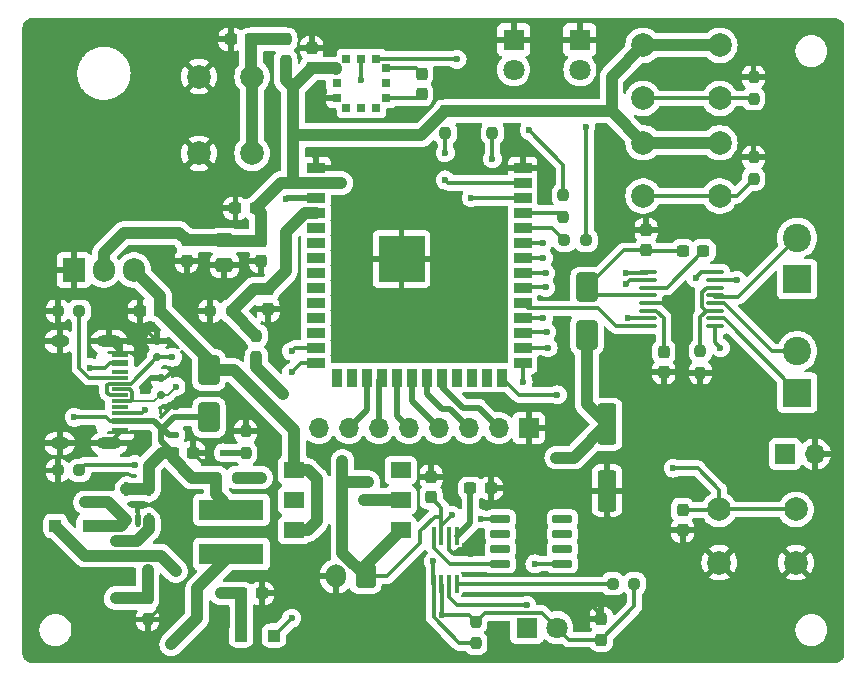
<source format=gbr>
%TF.GenerationSoftware,KiCad,Pcbnew,7.0.8*%
%TF.CreationDate,2024-01-31T02:26:52-05:00*%
%TF.ProjectId,AT01_no_ftdi,41543031-5f6e-46f5-9f66-7464692e6b69,rev?*%
%TF.SameCoordinates,PX6ea0500PY7735940*%
%TF.FileFunction,Copper,L1,Top*%
%TF.FilePolarity,Positive*%
%FSLAX46Y46*%
G04 Gerber Fmt 4.6, Leading zero omitted, Abs format (unit mm)*
G04 Created by KiCad (PCBNEW 7.0.8) date 2024-01-31 02:26:52*
%MOMM*%
%LPD*%
G01*
G04 APERTURE LIST*
G04 Aperture macros list*
%AMRoundRect*
0 Rectangle with rounded corners*
0 $1 Rounding radius*
0 $2 $3 $4 $5 $6 $7 $8 $9 X,Y pos of 4 corners*
0 Add a 4 corners polygon primitive as box body*
4,1,4,$2,$3,$4,$5,$6,$7,$8,$9,$2,$3,0*
0 Add four circle primitives for the rounded corners*
1,1,$1+$1,$2,$3*
1,1,$1+$1,$4,$5*
1,1,$1+$1,$6,$7*
1,1,$1+$1,$8,$9*
0 Add four rect primitives between the rounded corners*
20,1,$1+$1,$2,$3,$4,$5,0*
20,1,$1+$1,$4,$5,$6,$7,0*
20,1,$1+$1,$6,$7,$8,$9,0*
20,1,$1+$1,$8,$9,$2,$3,0*%
G04 Aperture macros list end*
%TA.AperFunction,SMDPad,CuDef*%
%ADD10R,0.457200X1.524000*%
%TD*%
%TA.AperFunction,SMDPad,CuDef*%
%ADD11O,0.457200X1.219200*%
%TD*%
%TA.AperFunction,SMDPad,CuDef*%
%ADD12R,0.457200X1.219200*%
%TD*%
%TA.AperFunction,SMDPad,CuDef*%
%ADD13R,0.711200X0.660400*%
%TD*%
%TA.AperFunction,SMDPad,CuDef*%
%ADD14R,0.660400X0.711200*%
%TD*%
%TA.AperFunction,SMDPad,CuDef*%
%ADD15RoundRect,0.250000X-0.475000X0.337500X-0.475000X-0.337500X0.475000X-0.337500X0.475000X0.337500X0*%
%TD*%
%TA.AperFunction,ComponentPad*%
%ADD16R,1.700000X1.700000*%
%TD*%
%TA.AperFunction,ComponentPad*%
%ADD17O,1.700000X1.700000*%
%TD*%
%TA.AperFunction,SMDPad,CuDef*%
%ADD18RoundRect,0.150000X-0.200000X0.150000X-0.200000X-0.150000X0.200000X-0.150000X0.200000X0.150000X0*%
%TD*%
%TA.AperFunction,SMDPad,CuDef*%
%ADD19RoundRect,0.237500X-0.250000X-0.237500X0.250000X-0.237500X0.250000X0.237500X-0.250000X0.237500X0*%
%TD*%
%TA.AperFunction,SMDPad,CuDef*%
%ADD20RoundRect,0.150000X0.200000X-0.150000X0.200000X0.150000X-0.200000X0.150000X-0.200000X-0.150000X0*%
%TD*%
%TA.AperFunction,SMDPad,CuDef*%
%ADD21RoundRect,0.062500X-0.062500X0.117500X-0.062500X-0.117500X0.062500X-0.117500X0.062500X0.117500X0*%
%TD*%
%TA.AperFunction,SMDPad,CuDef*%
%ADD22RoundRect,0.237500X-0.237500X0.250000X-0.237500X-0.250000X0.237500X-0.250000X0.237500X0.250000X0*%
%TD*%
%TA.AperFunction,SMDPad,CuDef*%
%ADD23RoundRect,0.237500X0.237500X-0.300000X0.237500X0.300000X-0.237500X0.300000X-0.237500X-0.300000X0*%
%TD*%
%TA.AperFunction,ComponentPad*%
%ADD24R,1.800000X1.800000*%
%TD*%
%TA.AperFunction,ComponentPad*%
%ADD25C,1.800000*%
%TD*%
%TA.AperFunction,ComponentPad*%
%ADD26C,2.000000*%
%TD*%
%TA.AperFunction,SMDPad,CuDef*%
%ADD27RoundRect,0.237500X-0.237500X0.300000X-0.237500X-0.300000X0.237500X-0.300000X0.237500X0.300000X0*%
%TD*%
%TA.AperFunction,SMDPad,CuDef*%
%ADD28R,1.450000X0.600000*%
%TD*%
%TA.AperFunction,SMDPad,CuDef*%
%ADD29R,1.450000X0.300000*%
%TD*%
%TA.AperFunction,ComponentPad*%
%ADD30O,2.100000X1.000000*%
%TD*%
%TA.AperFunction,ComponentPad*%
%ADD31O,1.600000X1.000000*%
%TD*%
%TA.AperFunction,SMDPad,CuDef*%
%ADD32R,1.701800X1.397000*%
%TD*%
%TA.AperFunction,SMDPad,CuDef*%
%ADD33RoundRect,0.237500X0.237500X-0.250000X0.237500X0.250000X-0.237500X0.250000X-0.237500X-0.250000X0*%
%TD*%
%TA.AperFunction,SMDPad,CuDef*%
%ADD34R,5.511800X1.752600*%
%TD*%
%TA.AperFunction,SMDPad,CuDef*%
%ADD35RoundRect,0.160000X-0.160000X0.197500X-0.160000X-0.197500X0.160000X-0.197500X0.160000X0.197500X0*%
%TD*%
%TA.AperFunction,SMDPad,CuDef*%
%ADD36RoundRect,0.250000X0.300000X0.300000X-0.300000X0.300000X-0.300000X-0.300000X0.300000X-0.300000X0*%
%TD*%
%TA.AperFunction,SMDPad,CuDef*%
%ADD37RoundRect,0.237500X0.250000X0.237500X-0.250000X0.237500X-0.250000X-0.237500X0.250000X-0.237500X0*%
%TD*%
%TA.AperFunction,ComponentPad*%
%ADD38R,2.400000X2.400000*%
%TD*%
%TA.AperFunction,ComponentPad*%
%ADD39C,2.400000*%
%TD*%
%TA.AperFunction,SMDPad,CuDef*%
%ADD40R,1.500000X0.900000*%
%TD*%
%TA.AperFunction,SMDPad,CuDef*%
%ADD41R,0.900000X1.500000*%
%TD*%
%TA.AperFunction,HeatsinkPad*%
%ADD42C,0.800000*%
%TD*%
%TA.AperFunction,SMDPad,CuDef*%
%ADD43R,3.900000X3.900000*%
%TD*%
%TA.AperFunction,SMDPad,CuDef*%
%ADD44RoundRect,0.237500X-0.300000X-0.237500X0.300000X-0.237500X0.300000X0.237500X-0.300000X0.237500X0*%
%TD*%
%TA.AperFunction,SMDPad,CuDef*%
%ADD45RoundRect,0.237500X0.300000X0.237500X-0.300000X0.237500X-0.300000X-0.237500X0.300000X-0.237500X0*%
%TD*%
%TA.AperFunction,SMDPad,CuDef*%
%ADD46RoundRect,0.250000X-0.650000X1.000000X-0.650000X-1.000000X0.650000X-1.000000X0.650000X1.000000X0*%
%TD*%
%TA.AperFunction,SMDPad,CuDef*%
%ADD47RoundRect,0.100000X0.637500X0.100000X-0.637500X0.100000X-0.637500X-0.100000X0.637500X-0.100000X0*%
%TD*%
%TA.AperFunction,SMDPad,CuDef*%
%ADD48RoundRect,0.250000X-0.550000X1.500000X-0.550000X-1.500000X0.550000X-1.500000X0.550000X1.500000X0*%
%TD*%
%TA.AperFunction,SMDPad,CuDef*%
%ADD49RoundRect,0.042000X-0.788000X-0.258000X0.788000X-0.258000X0.788000X0.258000X-0.788000X0.258000X0*%
%TD*%
%TA.AperFunction,ComponentPad*%
%ADD50R,1.905000X2.000000*%
%TD*%
%TA.AperFunction,ComponentPad*%
%ADD51O,1.905000X2.000000*%
%TD*%
%TA.AperFunction,ComponentPad*%
%ADD52RoundRect,0.250000X0.600000X0.750000X-0.600000X0.750000X-0.600000X-0.750000X0.600000X-0.750000X0*%
%TD*%
%TA.AperFunction,ComponentPad*%
%ADD53O,1.700000X2.000000*%
%TD*%
%TA.AperFunction,SMDPad,CuDef*%
%ADD54RoundRect,0.250000X-0.300000X-0.300000X0.300000X-0.300000X0.300000X0.300000X-0.300000X0.300000X0*%
%TD*%
%TA.AperFunction,ViaPad*%
%ADD55C,0.600000*%
%TD*%
%TA.AperFunction,ViaPad*%
%ADD56C,1.000000*%
%TD*%
%TA.AperFunction,Conductor*%
%ADD57C,1.000000*%
%TD*%
%TA.AperFunction,Conductor*%
%ADD58C,0.300000*%
%TD*%
%TA.AperFunction,Conductor*%
%ADD59C,0.520000*%
%TD*%
%TA.AperFunction,Conductor*%
%ADD60C,0.210000*%
%TD*%
G04 APERTURE END LIST*
D10*
%TO.P,U3,1,SENSE*%
%TO.N,Net-(U3-SENSE)*%
X35025001Y6861400D03*
%TO.P,U3,2,VDD*%
%TO.N,Net-(D10-A)*%
X35674999Y6861400D03*
%TO.P,U3,3,STAT1*%
%TO.N,Net-(D10-K)*%
X36325001Y6861400D03*
%TO.P,U3,4,EN*%
%TO.N,Net-(U3-EN)*%
X36974999Y6861400D03*
%TO.P,U3,5,TIMER*%
%TO.N,Net-(U3-TIMER)*%
X36974999Y10948600D03*
%TO.P,U3,6,VSS*%
%TO.N,GND*%
X36325001Y10948600D03*
%TO.P,U3,7,VBAT*%
%TO.N,VBAT*%
X35674999Y10948600D03*
%TO.P,U3,8,DRV*%
%TO.N,Net-(U3-DRV)*%
X35025001Y10948600D03*
%TD*%
D11*
%TO.P,U2,5,VIN*%
%TO.N,VBUS*%
X9000000Y14900000D03*
%TO.P,U2,4,\u002ASHDN*%
X10900002Y14900000D03*
%TO.P,U2,3,FB*%
%TO.N,Net-(U2-FB)*%
X10900002Y12280000D03*
%TO.P,U2,2,GND*%
%TO.N,GND*%
X9950001Y12280000D03*
D12*
%TO.P,U2,1,SW*%
%TO.N,Net-(D7-A)*%
X9000000Y12280000D03*
%TD*%
D13*
%TO.P,U1,12,VDD*%
%TO.N,3V3*%
X26800110Y50540000D03*
%TO.P,U1,11,NC*%
%TO.N,unconnected-(U1-NC-Pad11)*%
X26800110Y49270000D03*
%TO.P,U1,10,VSS*%
%TO.N,GND*%
X26800110Y48000000D03*
D14*
%TO.P,U1,9,RES*%
%TO.N,unconnected-(U1-RES-Pad9)*%
X27630055Y47170002D03*
%TO.P,U1,8,EOC*%
%TO.N,unconnected-(U1-EOC-Pad8)*%
X28900055Y47170002D03*
%TO.P,U1,7,MISO*%
%TO.N,unconnected-(U1-MISO-Pad7)*%
X30170055Y47170002D03*
D13*
%TO.P,U1,6,VO-*%
%TO.N,Net-(U1-VO-)*%
X31000000Y48000000D03*
%TO.P,U1,5,NC*%
%TO.N,unconnected-(U1-NC-Pad5)*%
X31000000Y49270000D03*
%TO.P,U1,4,VO+*%
%TO.N,Net-(U1-VO+)*%
X31000000Y50540000D03*
D14*
%TO.P,U1,3,SCLK/SCL*%
%TO.N,SCL*%
X30170055Y51369998D03*
%TO.P,U1,2,MOSI/SDA*%
%TO.N,SDA*%
X28900055Y51369998D03*
%TO.P,U1,1,SS*%
%TO.N,unconnected-(U1-SS-Pad1)*%
X27630055Y51369998D03*
%TD*%
D15*
%TO.P,C7,1*%
%TO.N,3V3*%
X17300000Y35975000D03*
%TO.P,C7,2*%
%TO.N,GND*%
X17300000Y33900000D03*
%TD*%
D16*
%TO.P,J6,1,Pin_1*%
%TO.N,Net-(J6-Pin_1)*%
X64760000Y17900000D03*
D17*
%TO.P,J6,2,Pin_2*%
%TO.N,GND*%
X67300000Y17900000D03*
%TD*%
D18*
%TO.P,D2,1,K*%
%TO.N,Net-(D2-K)*%
X11900000Y22900000D03*
%TO.P,D2,2,A*%
%TO.N,GND*%
X11900000Y24300000D03*
%TD*%
D19*
%TO.P,R2,1*%
%TO.N,VBUS*%
X16587500Y15900000D03*
%TO.P,R2,2*%
%TO.N,Net-(K1-Pad2)*%
X18412500Y15900000D03*
%TD*%
D20*
%TO.P,D12,1,K*%
%TO.N,GND*%
X11600000Y27500000D03*
%TO.P,D12,2,A*%
%TO.N,Net-(D12-A)*%
X11600000Y26100000D03*
%TD*%
D21*
%TO.P,D3,1,K*%
%TO.N,VBUS*%
X11900000Y20180000D03*
%TO.P,D3,2,A*%
%TO.N,GND*%
X11900000Y21020000D03*
%TD*%
D22*
%TO.P,R8,1*%
%TO.N,3V3*%
X36000000Y46912500D03*
%TO.P,R8,2*%
%TO.N,SDA*%
X36000000Y45087500D03*
%TD*%
D23*
%TO.P,C15,1*%
%TO.N,VBAT*%
X34800000Y14237500D03*
%TO.P,C15,2*%
%TO.N,GND*%
X34800000Y15962500D03*
%TD*%
%TO.P,C4,1*%
%TO.N,Net-(U1-VO-)*%
X34000000Y48375000D03*
%TO.P,C4,2*%
%TO.N,Net-(U1-VO+)*%
X34000000Y50100000D03*
%TD*%
D24*
%TO.P,D5,1,K*%
%TO.N,GND*%
X41800000Y52975000D03*
D25*
%TO.P,D5,2,A*%
%TO.N,Net-(D5-A)*%
X41800000Y50435000D03*
%TD*%
D26*
%TO.P,SW1,1,1*%
%TO.N,3V3*%
X52750000Y52500000D03*
X59250000Y52500000D03*
%TO.P,SW1,2,2*%
%TO.N,Net-(U6-IO42)*%
X52750000Y48000000D03*
X59250000Y48000000D03*
%TD*%
D27*
%TO.P,C10,1*%
%TO.N,GND*%
X53000000Y36862500D03*
%TO.P,C10,2*%
%TO.N,Net-(D8-K)*%
X53000000Y35137500D03*
%TD*%
D28*
%TO.P,J2,A1,GND*%
%TO.N,GND*%
X8445000Y26360000D03*
%TO.P,J2,A4,VBUS*%
%TO.N,VBUS*%
X8445000Y25560000D03*
D29*
%TO.P,J2,A5,CC1*%
%TO.N,Net-(J2-CC1)*%
X8445000Y24360000D03*
%TO.P,J2,A6,D+*%
%TO.N,Net-(D2-K)*%
X8445000Y23360000D03*
%TO.P,J2,A7,D-*%
%TO.N,Net-(D12-A)*%
X8445000Y22860000D03*
%TO.P,J2,A8,SBU1*%
%TO.N,unconnected-(J2-SBU1-PadA8)*%
X8445000Y21860000D03*
D28*
%TO.P,J2,A9,VBUS*%
%TO.N,VBUS*%
X8445000Y20660000D03*
%TO.P,J2,A12,GND*%
%TO.N,GND*%
X8445000Y19860000D03*
%TO.P,J2,B1,GND*%
X8445000Y19860000D03*
%TO.P,J2,B4,VBUS*%
%TO.N,VBUS*%
X8445000Y20660000D03*
D29*
%TO.P,J2,B5,CC2*%
%TO.N,Net-(J2-CC2)*%
X8445000Y21360000D03*
%TO.P,J2,B6,D+*%
%TO.N,Net-(D2-K)*%
X8445000Y22360000D03*
%TO.P,J2,B7,D-*%
%TO.N,Net-(D12-A)*%
X8445000Y23860000D03*
%TO.P,J2,B8,SBU2*%
%TO.N,unconnected-(J2-SBU2-PadB8)*%
X8445000Y24860000D03*
D28*
%TO.P,J2,B9,VBUS*%
%TO.N,VBUS*%
X8445000Y25560000D03*
%TO.P,J2,B12,GND*%
%TO.N,GND*%
X8445000Y26360000D03*
D30*
%TO.P,J2,S1,SHIELD*%
X7530000Y27430000D03*
D31*
X3350000Y27430000D03*
D30*
X7530000Y18790000D03*
D31*
X3350000Y18790000D03*
%TD*%
D32*
%TO.P,K1,6,6*%
%TO.N,Net-(D1-K)*%
X23200000Y11460000D03*
%TO.P,K1,5,5*%
%TO.N,unconnected-(K1-Pad5)*%
X23200000Y14000000D03*
%TO.P,K1,4,4*%
%TO.N,Net-(D1-K)*%
X23200000Y16540000D03*
%TO.P,K1,3,3*%
%TO.N,unconnected-(K1-Pad3)*%
X32217000Y16540000D03*
%TO.P,K1,2,2*%
%TO.N,Net-(K1-Pad2)*%
X32217000Y14000000D03*
%TO.P,K1,1,1*%
%TO.N,VBAT*%
X32217000Y11460000D03*
%TD*%
D33*
%TO.P,R1,1*%
%TO.N,Net-(U6-IO42)*%
X62100000Y47987500D03*
%TO.P,R1,2*%
%TO.N,GND*%
X62100000Y49812500D03*
%TD*%
D34*
%TO.P,L1,1,1*%
%TO.N,VBUS*%
X17900000Y13175000D03*
%TO.P,L1,2,2*%
%TO.N,Net-(D7-A)*%
X17900000Y9425000D03*
%TD*%
D19*
%TO.P,R5,1*%
%TO.N,GND*%
X16087500Y30000000D03*
%TO.P,R5,2*%
%TO.N,Net-(U6-IO4)*%
X17912500Y30000000D03*
%TD*%
D35*
%TO.P,R15,1*%
%TO.N,Net-(D7-K)*%
X10800000Y9297500D03*
%TO.P,R15,2*%
%TO.N,Net-(U2-FB)*%
X10800000Y8102500D03*
%TD*%
D22*
%TO.P,R4,1*%
%TO.N,Net-(U6-IO4)*%
X20000000Y27912500D03*
%TO.P,R4,2*%
%TO.N,VBAT*%
X20000000Y26087500D03*
%TD*%
D27*
%TO.P,C17,1*%
%TO.N,3V3*%
X20400000Y35962500D03*
%TO.P,C17,2*%
%TO.N,GND*%
X20400000Y34237500D03*
%TD*%
D36*
%TO.P,D9,1,K*%
%TO.N,Net-(D10-A)*%
X21500000Y2500000D03*
%TO.P,D9,2,A*%
%TO.N,Net-(D7-K)*%
X18700000Y2500000D03*
%TD*%
D37*
%TO.P,R14,1*%
%TO.N,Net-(J2-CC2)*%
X5012500Y16500000D03*
%TO.P,R14,2*%
%TO.N,GND*%
X3187500Y16500000D03*
%TD*%
D38*
%TO.P,J4,1,Pin_1*%
%TO.N,Net-(J4-Pin_1)*%
X65800000Y32700000D03*
D39*
%TO.P,J4,2,Pin_2*%
%TO.N,Net-(J4-Pin_2)*%
X65800000Y36200000D03*
%TD*%
D40*
%TO.P,U6,1,GND*%
%TO.N,GND*%
X25050000Y42120000D03*
%TO.P,U6,2,3V3*%
%TO.N,3V3*%
X25050000Y40850000D03*
%TO.P,U6,3,EN*%
%TO.N,Net-(U6-EN)*%
X25050000Y39580000D03*
%TO.P,U6,4,IO4*%
%TO.N,Net-(U6-IO4)*%
X25050000Y38310000D03*
%TO.P,U6,5,IO5*%
%TO.N,unconnected-(U6-IO5-Pad5)*%
X25050000Y37040000D03*
%TO.P,U6,6,IO6*%
%TO.N,unconnected-(U6-IO6-Pad6)*%
X25050000Y35770000D03*
%TO.P,U6,7,IO7*%
%TO.N,unconnected-(U6-IO7-Pad7)*%
X25050000Y34500000D03*
%TO.P,U6,8,IO15*%
%TO.N,unconnected-(U6-IO15-Pad8)*%
X25050000Y33230000D03*
%TO.P,U6,9,IO16*%
%TO.N,unconnected-(U6-IO16-Pad9)*%
X25050000Y31960000D03*
%TO.P,U6,10,IO17*%
%TO.N,unconnected-(U6-IO17-Pad10)*%
X25050000Y30690000D03*
%TO.P,U6,11,IO18*%
%TO.N,unconnected-(U6-IO18-Pad11)*%
X25050000Y29420000D03*
%TO.P,U6,12,IO8*%
%TO.N,unconnected-(U6-IO8-Pad12)*%
X25050000Y28150000D03*
%TO.P,U6,13,IO19*%
%TO.N,Net-(D12-A)*%
X25050000Y26880000D03*
%TO.P,U6,14,IO20*%
%TO.N,Net-(D2-K)*%
X25050000Y25610000D03*
D41*
%TO.P,U6,15,IO3*%
%TO.N,unconnected-(U6-IO3-Pad15)*%
X26815000Y24360000D03*
%TO.P,U6,16,IO46*%
%TO.N,unconnected-(U6-IO46-Pad16)*%
X28085000Y24360000D03*
%TO.P,U6,17,IO9*%
%TO.N,BL_SCREEN*%
X29355000Y24360000D03*
%TO.P,U6,18,IO10*%
%TO.N,CS*%
X30625000Y24360000D03*
%TO.P,U6,19,IO11*%
%TO.N,MOSI*%
X31895000Y24360000D03*
%TO.P,U6,20,IO12*%
%TO.N,SCK*%
X33165000Y24360000D03*
%TO.P,U6,21,IO13*%
%TO.N,RST_SCREEN*%
X34435000Y24360000D03*
%TO.P,U6,22,IO14*%
%TO.N,DC_SCREEN*%
X35705000Y24360000D03*
%TO.P,U6,23,IO21*%
%TO.N,unconnected-(U6-IO21-Pad23)*%
X36975000Y24360000D03*
%TO.P,U6,24,IO47*%
%TO.N,unconnected-(U6-IO47-Pad24)*%
X38245000Y24360000D03*
%TO.P,U6,25,IO48*%
%TO.N,unconnected-(U6-IO48-Pad25)*%
X39515000Y24360000D03*
%TO.P,U6,26,IO45*%
%TO.N,Net-(J6-Pin_1)*%
X40785000Y24360000D03*
D40*
%TO.P,U6,27,IO0*%
%TO.N,Net-(U6-IO0)*%
X42550000Y25610000D03*
%TO.P,U6,28,IO35*%
%TO.N,DRV_SLEEP*%
X42550000Y26880000D03*
%TO.P,U6,29,IO36*%
%TO.N,DRV_FAULT*%
X42550000Y28150000D03*
%TO.P,U6,30,IO37*%
%TO.N,MOTOR_PIN_2*%
X42550000Y29420000D03*
%TO.P,U6,31,IO38*%
%TO.N,MOTOR_PIN_1*%
X42550000Y30690000D03*
%TO.P,U6,32,IO39*%
%TO.N,SOLENOID_PIN_2*%
X42550000Y31960000D03*
%TO.P,U6,33,IO40*%
%TO.N,SOLENOID_PIN_1*%
X42550000Y33230000D03*
%TO.P,U6,34,IO41*%
%TO.N,Net-(U6-IO41)*%
X42550000Y34500000D03*
%TO.P,U6,35,IO42*%
%TO.N,Net-(U6-IO42)*%
X42550000Y35770000D03*
%TO.P,U6,36,RXD0*%
%TO.N,Net-(U6-RXD0)*%
X42550000Y37040000D03*
%TO.P,U6,37,TXD0*%
%TO.N,Net-(U6-TXD0)*%
X42550000Y38310000D03*
%TO.P,U6,38,IO2*%
%TO.N,SCL*%
X42550000Y39580000D03*
%TO.P,U6,39,IO1*%
%TO.N,SDA*%
X42550000Y40850000D03*
%TO.P,U6,40,GND*%
%TO.N,GND*%
X42550000Y42120000D03*
D42*
%TO.P,U6,41,GND*%
X30900000Y35100000D03*
X30900000Y33700000D03*
X31600000Y35800000D03*
X31600000Y34400000D03*
X31600000Y33000000D03*
X32300000Y35100000D03*
D43*
X32300000Y34400000D03*
D42*
X32300000Y33700000D03*
X33000000Y35800000D03*
X33000000Y34400000D03*
X33000000Y33000000D03*
X33700000Y35100000D03*
X33700000Y33700000D03*
%TD*%
D33*
%TO.P,R11,1*%
%TO.N,Net-(U6-TXD0)*%
X46000000Y38000000D03*
%TO.P,R11,2*%
%TO.N,Net-(D5-A)*%
X46000000Y39825000D03*
%TD*%
D37*
%TO.P,R13,1*%
%TO.N,Net-(J2-CC1)*%
X5012500Y30000000D03*
%TO.P,R13,2*%
%TO.N,GND*%
X3187500Y30000000D03*
%TD*%
D44*
%TO.P,C13,1*%
%TO.N,Net-(D7-K)*%
X18737500Y6100000D03*
%TO.P,C13,2*%
%TO.N,GND*%
X20462500Y6100000D03*
%TD*%
D45*
%TO.P,C18,1*%
%TO.N,3V3*%
X19962500Y38700000D03*
%TO.P,C18,2*%
%TO.N,GND*%
X18237500Y38700000D03*
%TD*%
%TO.P,C5,1*%
%TO.N,Net-(D1-K)*%
X11862500Y30000000D03*
%TO.P,C5,2*%
%TO.N,GND*%
X10137500Y30000000D03*
%TD*%
D46*
%TO.P,D1,1,K*%
%TO.N,Net-(D1-K)*%
X16000000Y25000000D03*
%TO.P,D1,2,A*%
%TO.N,VBUS*%
X16000000Y21000000D03*
%TD*%
D22*
%TO.P,R18,1*%
%TO.N,Net-(D10-A)*%
X38600000Y3712500D03*
%TO.P,R18,2*%
%TO.N,Net-(U3-SENSE)*%
X38600000Y1887500D03*
%TD*%
D26*
%TO.P,SW2,1,1*%
%TO.N,Net-(U6-IO0)*%
X59200000Y13200000D03*
X65700000Y13200000D03*
%TO.P,SW2,2,2*%
%TO.N,GND*%
X59200000Y8700000D03*
X65700000Y8700000D03*
%TD*%
D16*
%TO.P,J3,1,Pin_1*%
%TO.N,GND*%
X43060000Y20100000D03*
D17*
%TO.P,J3,2,Pin_2*%
%TO.N,DC_SCREEN*%
X40520000Y20100000D03*
%TO.P,J3,3,Pin_3*%
%TO.N,RST_SCREEN*%
X37980000Y20100000D03*
%TO.P,J3,4,Pin_4*%
%TO.N,SCK*%
X35440000Y20100000D03*
%TO.P,J3,5,Pin_5*%
%TO.N,MOSI*%
X32900000Y20100000D03*
%TO.P,J3,6,Pin_6*%
%TO.N,CS*%
X30360000Y20100000D03*
%TO.P,J3,7,Pin_7*%
%TO.N,BL_SCREEN*%
X27820000Y20100000D03*
%TO.P,J3,8,Pin_8*%
%TO.N,3V3*%
X25280000Y20100000D03*
%TD*%
D37*
%TO.P,R10,1*%
%TO.N,Net-(D4-A)*%
X47912500Y36000000D03*
%TO.P,R10,2*%
%TO.N,Net-(U6-RXD0)*%
X46087500Y36000000D03*
%TD*%
D44*
%TO.P,C8,1*%
%TO.N,VBUS*%
X12937500Y18000000D03*
%TO.P,C8,2*%
%TO.N,GND*%
X14662500Y18000000D03*
%TD*%
D22*
%TO.P,R6,1*%
%TO.N,GND*%
X62100000Y43012500D03*
%TO.P,R6,2*%
%TO.N,Net-(U6-IO41)*%
X62100000Y41187500D03*
%TD*%
D47*
%TO.P,U5,1,nSLEEP*%
%TO.N,DRV_SLEEP*%
X58862500Y28725000D03*
%TO.P,U5,2,AOUT1*%
%TO.N,Net-(J5-Pin_1)*%
X58862500Y29375000D03*
%TO.P,U5,3,AISEN*%
%TO.N,Net-(U5-AISEN)*%
X58862500Y30025000D03*
%TO.P,U5,4,AOUT2*%
%TO.N,Net-(J5-Pin_2)*%
X58862500Y30675000D03*
%TO.P,U5,5,BOUT2*%
%TO.N,Net-(J4-Pin_2)*%
X58862500Y31325000D03*
%TO.P,U5,6,BISEN*%
%TO.N,Net-(U5-AISEN)*%
X58862500Y31975000D03*
%TO.P,U5,7,BOUT1*%
%TO.N,Net-(J4-Pin_1)*%
X58862500Y32625000D03*
%TO.P,U5,8,nFAULT*%
%TO.N,DRV_FAULT*%
X58862500Y33275000D03*
%TO.P,U5,9,BIN1*%
%TO.N,SOLENOID_PIN_1*%
X53137500Y33275000D03*
%TO.P,U5,10,BIN2*%
%TO.N,SOLENOID_PIN_2*%
X53137500Y32625000D03*
%TO.P,U5,11,VCP*%
%TO.N,Net-(U5-VCP)*%
X53137500Y31975000D03*
%TO.P,U5,12,VM*%
%TO.N,Net-(D8-K)*%
X53137500Y31325000D03*
%TO.P,U5,13,GND*%
%TO.N,GND*%
X53137500Y30675000D03*
%TO.P,U5,14,VINT*%
%TO.N,Net-(U5-VINT)*%
X53137500Y30025000D03*
%TO.P,U5,15,AIN2*%
%TO.N,MOTOR_PIN_2*%
X53137500Y29375000D03*
%TO.P,U5,16,AIN1*%
%TO.N,MOTOR_PIN_1*%
X53137500Y28725000D03*
%TD*%
D23*
%TO.P,C1,1*%
%TO.N,3V3*%
X24700000Y50537500D03*
%TO.P,C1,2*%
%TO.N,GND*%
X24700000Y52262500D03*
%TD*%
D33*
%TO.P,R16,1*%
%TO.N,GND*%
X57600000Y24787500D03*
%TO.P,R16,2*%
%TO.N,Net-(U5-AISEN)*%
X57600000Y26612500D03*
%TD*%
D22*
%TO.P,R7,1*%
%TO.N,3V3*%
X40000000Y46912500D03*
%TO.P,R7,2*%
%TO.N,SCL*%
X40000000Y45087500D03*
%TD*%
D23*
%TO.P,C11,1*%
%TO.N,GND*%
X54500000Y24837500D03*
%TO.P,C11,2*%
%TO.N,Net-(U5-VINT)*%
X54500000Y26562500D03*
%TD*%
D27*
%TO.P,C2,1*%
%TO.N,Net-(U6-IO0)*%
X56100000Y13162500D03*
%TO.P,C2,2*%
%TO.N,GND*%
X56100000Y11437500D03*
%TD*%
D45*
%TO.P,C9,1*%
%TO.N,Net-(U5-VCP)*%
X57862500Y35100000D03*
%TO.P,C9,2*%
%TO.N,Net-(D8-K)*%
X56137500Y35100000D03*
%TD*%
D26*
%TO.P,SW3,1,1*%
%TO.N,Net-(U6-EN)*%
X19650000Y49850000D03*
X19650000Y43350000D03*
%TO.P,SW3,2,2*%
%TO.N,GND*%
X15150000Y49850000D03*
X15150000Y43350000D03*
%TD*%
D48*
%TO.P,C12,1*%
%TO.N,VBAT*%
X49700000Y20400000D03*
%TO.P,C12,2*%
%TO.N,GND*%
X49700000Y14800000D03*
%TD*%
D46*
%TO.P,D8,1,K*%
%TO.N,Net-(D8-K)*%
X48000000Y32000000D03*
%TO.P,D8,2,A*%
%TO.N,VBAT*%
X48000000Y28000000D03*
%TD*%
D24*
%TO.P,D10,1,K*%
%TO.N,Net-(D10-K)*%
X42900000Y3200000D03*
D25*
%TO.P,D10,2,A*%
%TO.N,Net-(D10-A)*%
X45440000Y3200000D03*
%TD*%
D33*
%TO.P,R3,1*%
%TO.N,3V3*%
X22500000Y51187500D03*
%TO.P,R3,2*%
%TO.N,Net-(U6-EN)*%
X22500000Y53012500D03*
%TD*%
%TO.P,R9,1*%
%TO.N,VBUS*%
X19100000Y17987500D03*
%TO.P,R9,2*%
%TO.N,GND*%
X19100000Y19812500D03*
%TD*%
D27*
%TO.P,C20,1*%
%TO.N,3V3*%
X14100000Y36000000D03*
%TO.P,C20,2*%
%TO.N,GND*%
X14100000Y34275000D03*
%TD*%
%TO.P,C19,1*%
%TO.N,Net-(U6-IO4)*%
X21000000Y31862500D03*
%TO.P,C19,2*%
%TO.N,GND*%
X21000000Y30137500D03*
%TD*%
D49*
%TO.P,Q2,1*%
%TO.N,Net-(U3-SENSE)*%
X40675000Y12405000D03*
%TO.P,Q2,2*%
%TO.N,N/C*%
X40675000Y11135000D03*
%TO.P,Q2,3*%
X40675000Y9865000D03*
%TO.P,Q2,4*%
%TO.N,Net-(U3-DRV)*%
X40675000Y8595000D03*
%TO.P,Q2,5*%
%TO.N,VBAT*%
X45925000Y8595000D03*
%TO.P,Q2,6*%
%TO.N,N/C*%
X45925000Y9865000D03*
%TO.P,Q2,7*%
X45925000Y11135000D03*
%TO.P,Q2,8*%
X45925000Y12405000D03*
%TD*%
D50*
%TO.P,U4,1,GND*%
%TO.N,GND*%
X4560000Y33470000D03*
D51*
%TO.P,U4,2,VO*%
%TO.N,3V3*%
X7100000Y33470000D03*
%TO.P,U4,3,VI*%
%TO.N,Net-(D1-K)*%
X9640000Y33470000D03*
%TD*%
D52*
%TO.P,J1,1,Pin_1*%
%TO.N,VBAT*%
X29250000Y7532500D03*
D53*
%TO.P,J1,2,Pin_2*%
%TO.N,GND*%
X26750000Y7532500D03*
%TD*%
D45*
%TO.P,C3,1*%
%TO.N,Net-(U6-EN)*%
X19562500Y53000000D03*
%TO.P,C3,2*%
%TO.N,GND*%
X17837500Y53000000D03*
%TD*%
D22*
%TO.P,R12,1*%
%TO.N,Net-(U2-FB)*%
X10800000Y5712500D03*
%TO.P,R12,2*%
%TO.N,GND*%
X10800000Y3887500D03*
%TD*%
D26*
%TO.P,SW4,1,1*%
%TO.N,3V3*%
X52750000Y44250000D03*
X59250000Y44250000D03*
%TO.P,SW4,2,2*%
%TO.N,Net-(U6-IO41)*%
X52750000Y39750000D03*
X59250000Y39750000D03*
%TD*%
D23*
%TO.P,C14,1*%
%TO.N,Net-(D10-A)*%
X49200000Y2175000D03*
%TO.P,C14,2*%
%TO.N,GND*%
X49200000Y3900000D03*
%TD*%
D37*
%TO.P,R17,1*%
%TO.N,Net-(D10-A)*%
X52012500Y6900000D03*
%TO.P,R17,2*%
%TO.N,Net-(U3-EN)*%
X50187500Y6900000D03*
%TD*%
D24*
%TO.P,D4,1,K*%
%TO.N,GND*%
X47400000Y52975000D03*
D25*
%TO.P,D4,2,A*%
%TO.N,Net-(D4-A)*%
X47400000Y50435000D03*
%TD*%
D38*
%TO.P,J5,1,Pin_1*%
%TO.N,Net-(J5-Pin_1)*%
X65800000Y23100000D03*
D39*
%TO.P,J5,2,Pin_2*%
%TO.N,Net-(J5-Pin_2)*%
X65800000Y26600000D03*
%TD*%
D44*
%TO.P,C16,1*%
%TO.N,Net-(U3-TIMER)*%
X38137500Y15000000D03*
%TO.P,C16,2*%
%TO.N,GND*%
X39862500Y15000000D03*
%TD*%
D54*
%TO.P,D7,1,K*%
%TO.N,Net-(D7-K)*%
X3000000Y11800000D03*
%TO.P,D7,2,A*%
%TO.N,Net-(D7-A)*%
X5800000Y11800000D03*
%TD*%
D55*
%TO.N,GND*%
X14100000Y32800000D03*
D56*
%TO.N,Net-(K1-Pad2)*%
X29100000Y14000000D03*
X20400000Y15900000D03*
%TO.N,3V3*%
X27200000Y40850000D03*
D55*
%TO.N,GND*%
X10600000Y28500000D03*
X57500000Y21300000D03*
X36300000Y16000000D03*
X57200000Y2400000D03*
X54500000Y23300000D03*
X52100000Y9900000D03*
X13000000Y25000000D03*
X48000000Y5500000D03*
X22600000Y30100000D03*
X42500000Y43500000D03*
X18900000Y34262500D03*
X57600000Y23300000D03*
X1700000Y16500000D03*
X39800000Y16600000D03*
X62400000Y5200000D03*
X49800000Y9900000D03*
X68500000Y13900000D03*
X59100000Y5200000D03*
X16600000Y38700000D03*
X8400000Y30000000D03*
X24700000Y53618750D03*
X60200000Y36500000D03*
X49900000Y42900000D03*
X14900000Y53000000D03*
X67900000Y40300000D03*
X66300000Y44700000D03*
X54900000Y30700000D03*
X38200000Y9400000D03*
X67900000Y43200000D03*
X62100000Y51600000D03*
X14800000Y39000000D03*
X31200000Y53400000D03*
X54800000Y36900000D03*
X55500000Y5100000D03*
X54600000Y11400000D03*
X16000000Y40800000D03*
X25000000Y43200000D03*
X2800000Y7600000D03*
X14000000Y40800000D03*
X60700000Y2400000D03*
X28600000Y53400000D03*
X50700000Y11700000D03*
X1600000Y9000000D03*
X10300000Y13600000D03*
X25100000Y48500000D03*
X34000000Y53400000D03*
X17300000Y32462500D03*
X19100000Y21600000D03*
X21900000Y6100000D03*
X36800000Y53400000D03*
X54200000Y2400000D03*
X12100000Y5100000D03*
X60500000Y21400000D03*
X59100000Y19900000D03*
X16300000Y53000000D03*
X68500000Y8300000D03*
X66300000Y47100000D03*
X16100000Y28700000D03*
X33900000Y1800000D03*
X6300000Y1600000D03*
X49900000Y40400000D03*
X3200000Y31400000D03*
X66300000Y41900000D03*
X13200000Y21900000D03*
X68000000Y46000000D03*
X13500000Y53000000D03*
X63300000Y2400000D03*
X62100000Y44700000D03*
X68500000Y11100000D03*
X16300000Y17300000D03*
%TO.N,VBAT*%
X43600000Y8600000D03*
D56*
X45400000Y17600000D03*
D55*
X36590825Y12700000D03*
D56*
X29500000Y15500000D03*
X22300000Y23000000D03*
X27300000Y17300000D03*
D55*
%TO.N,VBUS*%
X4600000Y21000000D03*
X13200000Y19500000D03*
X17200000Y18000000D03*
X5900000Y25200000D03*
D56*
%TO.N,Net-(D7-A)*%
X12800000Y1800000D03*
X5500000Y13800000D03*
D55*
%TO.N,Net-(J4-Pin_1)*%
X60700000Y32600000D03*
%TO.N,SCL*%
X40000000Y42900000D03*
X37000000Y51300000D03*
X38200000Y39600000D03*
%TO.N,SDA*%
X28900000Y49600000D03*
X36000000Y43400000D03*
X36000000Y41100000D03*
%TO.N,DRV_SLEEP*%
X44700000Y26900000D03*
X59300000Y26900000D03*
%TO.N,DRV_FAULT*%
X57200000Y32800000D03*
X44600000Y28200000D03*
%TO.N,SOLENOID_PIN_1*%
X51300000Y33200000D03*
X44500000Y33200000D03*
%TO.N,SOLENOID_PIN_2*%
X44500000Y32000000D03*
X51300000Y32300000D03*
%TO.N,MOTOR_PIN_2*%
X44300000Y29400000D03*
X51500000Y29400000D03*
%TO.N,Net-(D4-A)*%
X47900000Y45600000D03*
%TO.N,Net-(D5-A)*%
X43100000Y45300000D03*
%TO.N,Net-(J2-CC2)*%
X9700000Y17000000D03*
X10600000Y21600000D03*
%TO.N,Net-(U6-EN)*%
X22500000Y39500000D03*
%TO.N,Net-(U6-IO42)*%
X44300000Y35800000D03*
%TO.N,Net-(U6-IO0)*%
X55300000Y16700000D03*
X42600000Y24000000D03*
%TO.N,Net-(U6-IO41)*%
X44300000Y34500000D03*
D56*
%TO.N,Net-(D7-K)*%
X17000000Y6100000D03*
X13200000Y8000000D03*
D55*
%TO.N,Net-(D10-A)*%
X23000000Y4000000D03*
X35700000Y4300000D03*
%TO.N,Net-(D10-K)*%
X42900000Y5100000D03*
D56*
%TO.N,Net-(U2-FB)*%
X8100000Y10500000D03*
X8100000Y5700000D03*
D55*
%TO.N,Net-(U3-SENSE)*%
X39000000Y12400000D03*
X35000000Y8800000D03*
%TO.N,Net-(J6-Pin_1)*%
X45500000Y22900000D03*
%TO.N,Net-(D2-K)*%
X23000000Y24800000D03*
X13200000Y23600000D03*
%TO.N,Net-(D12-A)*%
X23000000Y26600000D03*
X12900000Y26100000D03*
%TD*%
D57*
%TO.N,3V3*%
X20400000Y35962500D02*
X17312500Y35962500D01*
X14125000Y35975000D02*
X14100000Y36000000D01*
X17300000Y35975000D02*
X14125000Y35975000D01*
D58*
%TO.N,GND*%
X14100000Y34275000D02*
X14100000Y32800000D01*
D57*
%TO.N,3V3*%
X17312500Y35962500D02*
X17300000Y35975000D01*
X22112500Y40850000D02*
X23100000Y40850000D01*
X19962500Y38700000D02*
X22112500Y40850000D01*
X20400000Y38262500D02*
X19962500Y38700000D01*
X20400000Y35962500D02*
X20400000Y38262500D01*
D58*
%TO.N,GND*%
X17300000Y33900000D02*
X17300000Y32462500D01*
X62100000Y51600000D02*
X62100000Y49812500D01*
%TO.N,Net-(U6-IO42)*%
X62100000Y47987500D02*
X62000000Y47987500D01*
X62087500Y48000000D02*
X62100000Y47987500D01*
X59250000Y48000000D02*
X62087500Y48000000D01*
%TO.N,Net-(U6-IO41)*%
X60662500Y39750000D02*
X62100000Y41187500D01*
X59250000Y39750000D02*
X60662500Y39750000D01*
D59*
%TO.N,RST_SCREEN*%
X36380000Y21700000D02*
X37980000Y20100000D01*
X35700000Y21700000D02*
X36380000Y21700000D01*
X34435000Y22965000D02*
X35700000Y21700000D01*
X34435000Y24360000D02*
X34435000Y22965000D01*
D57*
%TO.N,Net-(D7-A)*%
X15000000Y4000000D02*
X12800000Y1800000D01*
X15000000Y6525000D02*
X15000000Y4000000D01*
X17900000Y9425000D02*
X15000000Y6525000D01*
%TO.N,VBUS*%
X14562500Y15900000D02*
X16587500Y15900000D01*
X12937500Y17525000D02*
X14562500Y15900000D01*
X12937500Y18000000D02*
X12937500Y17525000D01*
D58*
%TO.N,GND*%
X15362500Y17300000D02*
X14662500Y18000000D01*
X16300000Y17300000D02*
X15362500Y17300000D01*
D57*
%TO.N,VBUS*%
X16587500Y14487500D02*
X16587500Y15900000D01*
X17900000Y13175000D02*
X16587500Y14487500D01*
%TO.N,Net-(K1-Pad2)*%
X29100000Y14000000D02*
X32217000Y14000000D01*
X18412500Y15900000D02*
X20400000Y15900000D01*
D58*
%TO.N,GND*%
X12780000Y21900000D02*
X13200000Y21900000D01*
X11900000Y21020000D02*
X12780000Y21900000D01*
D59*
%TO.N,VBUS*%
X12180000Y20180000D02*
X11900000Y20180000D01*
X13000000Y21000000D02*
X12180000Y20180000D01*
X12580000Y19500000D02*
X11900000Y20180000D01*
X13200000Y19500000D02*
X12580000Y19500000D01*
X16000000Y21000000D02*
X13000000Y21000000D01*
X11821072Y20180000D02*
X11900000Y20180000D01*
X11341072Y20660000D02*
X11821072Y20180000D01*
X8445000Y20660000D02*
X11341072Y20660000D01*
X11900000Y19037500D02*
X12937500Y18000000D01*
X11900000Y20180000D02*
X11900000Y19037500D01*
D58*
%TO.N,GND*%
X11600000Y27500000D02*
X10600000Y28500000D01*
%TO.N,Net-(D12-A)*%
X11600000Y26100000D02*
X12900000Y26100000D01*
X8445000Y23860000D02*
X9360000Y23860000D01*
X9360000Y23860000D02*
X11600000Y26100000D01*
D60*
%TO.N,Net-(D2-K)*%
X12500000Y22900000D02*
X13200000Y23600000D01*
X11900000Y22900000D02*
X12500000Y22900000D01*
X11360000Y22360000D02*
X11900000Y22900000D01*
X8445000Y22360000D02*
X11360000Y22360000D01*
D58*
%TO.N,GND*%
X12300000Y24300000D02*
X11900000Y24300000D01*
X13000000Y25000000D02*
X12300000Y24300000D01*
D57*
%TO.N,3V3*%
X13500000Y36600000D02*
X8800000Y36600000D01*
X50087500Y49837500D02*
X52750000Y52500000D01*
X8800000Y36600000D02*
X7100000Y34900000D01*
X22500000Y49537500D02*
X22500000Y51187500D01*
X7100000Y34900000D02*
X7100000Y33470000D01*
X33987500Y44900000D02*
X36000000Y46912500D01*
X23100000Y44900000D02*
X23100000Y48937500D01*
X23100000Y48937500D02*
X24700000Y50537500D01*
X40000000Y46912500D02*
X50087500Y46912500D01*
X52750000Y52500000D02*
X59250000Y52500000D01*
X14100000Y36000000D02*
X13500000Y36600000D01*
X36000000Y46912500D02*
X40000000Y46912500D01*
X23100000Y48937500D02*
X22500000Y49537500D01*
X26786803Y50537500D02*
X26792207Y50532096D01*
X50087500Y46912500D02*
X52750000Y44250000D01*
X52750000Y44250000D02*
X59250000Y44250000D01*
X23100000Y40850000D02*
X23100000Y44900000D01*
X23100000Y40850000D02*
X25050000Y40850000D01*
X50087500Y46912500D02*
X50087500Y49837500D01*
X24700000Y50537500D02*
X26786803Y50537500D01*
X27200000Y40850000D02*
X25050000Y40850000D01*
X23100000Y44900000D02*
X33987500Y44900000D01*
D58*
%TO.N,GND*%
X8445000Y26360000D02*
X8445000Y26515000D01*
X9950001Y13250001D02*
X10300000Y13600000D01*
D60*
X17837500Y53000000D02*
X16300000Y53000000D01*
D58*
X25600000Y48000000D02*
X25100000Y48500000D01*
X49200000Y3900000D02*
X49200000Y4300000D01*
X20462500Y6100000D02*
X21900000Y6100000D01*
X54637500Y11437500D02*
X54600000Y11400000D01*
X36262500Y15962500D02*
X36300000Y16000000D01*
X25050000Y42120000D02*
X25050000Y43150000D01*
X49700000Y12700000D02*
X50700000Y11700000D01*
X36325001Y9774999D02*
X36325001Y10948600D01*
D59*
X39862500Y16537500D02*
X39800000Y16600000D01*
D58*
X54762500Y36862500D02*
X54800000Y36900000D01*
X42550000Y42120000D02*
X42550000Y43450000D01*
X8445000Y19860000D02*
X8445000Y19705000D01*
X20400000Y34237500D02*
X18925000Y34237500D01*
X18275000Y38700000D02*
X16600000Y38700000D01*
X54875000Y30675000D02*
X54900000Y30700000D01*
X21000000Y30137500D02*
X22562500Y30137500D01*
X36700000Y9400000D02*
X38200000Y9400000D01*
X62100000Y43012500D02*
X62100000Y44700000D01*
X19100000Y19812500D02*
X19100000Y21600000D01*
X16087500Y30000000D02*
X16087500Y28712500D01*
X53000000Y36862500D02*
X54762500Y36862500D01*
X24700000Y52262500D02*
X24700000Y53618750D01*
X3187500Y16500000D02*
X1700000Y16500000D01*
X42550000Y43450000D02*
X42500000Y43500000D01*
X8445000Y26515000D02*
X7530000Y27430000D01*
X3187500Y30000000D02*
X3187500Y31387500D01*
X49700000Y14800000D02*
X49700000Y12700000D01*
X54500000Y24837500D02*
X54500000Y23300000D01*
X9950001Y12280000D02*
X9950001Y13250001D01*
X49200000Y4300000D02*
X48000000Y5500000D01*
X53137500Y30675000D02*
X54875000Y30675000D01*
X8445000Y19705000D02*
X7530000Y18790000D01*
X56100000Y11437500D02*
X54637500Y11437500D01*
X57600000Y24787500D02*
X57600000Y23300000D01*
X36325001Y9774999D02*
X36700000Y9400000D01*
X22562500Y30137500D02*
X22600000Y30100000D01*
X34800000Y15962500D02*
X36262500Y15962500D01*
X16087500Y28712500D02*
X16100000Y28700000D01*
X25050000Y43150000D02*
X25000000Y43200000D01*
X10137500Y30000000D02*
X8400000Y30000000D01*
X10887500Y3887500D02*
X12100000Y5100000D01*
D59*
X39862500Y15000000D02*
X39862500Y16537500D01*
D58*
X3187500Y31387500D02*
X3200000Y31400000D01*
X10800000Y3887500D02*
X10887500Y3887500D01*
X26800110Y48000000D02*
X25600000Y48000000D01*
%TO.N,VBAT*%
X35674999Y13362501D02*
X34800000Y14237500D01*
X45920000Y8600000D02*
X45925000Y8595000D01*
D57*
X27300000Y15500000D02*
X29500000Y15500000D01*
D58*
X29250000Y7532500D02*
X31078901Y7532500D01*
D57*
X20000000Y25300000D02*
X22300000Y23000000D01*
X45400000Y17600000D02*
X46900000Y17600000D01*
D58*
X33900000Y11400000D02*
X35100000Y12600000D01*
D57*
X27300000Y17300000D02*
X27300000Y15500000D01*
X29250000Y8493000D02*
X32217000Y11460000D01*
D58*
X43600000Y8600000D02*
X45920000Y8600000D01*
D57*
X46900000Y17600000D02*
X49700000Y20400000D01*
D58*
X35674999Y11784174D02*
X35674999Y10948600D01*
X33900000Y10353599D02*
X33900000Y11400000D01*
X35674999Y12600000D02*
X35674999Y13362501D01*
D57*
X49700000Y20400000D02*
X48000000Y22100000D01*
X27300000Y15500000D02*
X27300000Y9482500D01*
D58*
X35100000Y12600000D02*
X35674999Y12600000D01*
D57*
X48000000Y22100000D02*
X48000000Y28000000D01*
D58*
X36590825Y12700000D02*
X35674999Y11784174D01*
D57*
X27300000Y9482500D02*
X29250000Y7532500D01*
D58*
X35674999Y10948600D02*
X35674999Y12600000D01*
D57*
X20000000Y26087500D02*
X20000000Y25300000D01*
D58*
X31078901Y7532500D02*
X33900000Y10353599D01*
D57*
X29250000Y7532500D02*
X29250000Y8493000D01*
%TO.N,Net-(D1-K)*%
X11862500Y30000000D02*
X16000000Y25862500D01*
X23200000Y16540000D02*
X24360000Y16540000D01*
X25100000Y15800000D02*
X25100000Y12200000D01*
X24360000Y16540000D02*
X25100000Y15800000D01*
X16000000Y25862500D02*
X16000000Y25000000D01*
X25100000Y12200000D02*
X24360000Y11460000D01*
X24360000Y11460000D02*
X23200000Y11460000D01*
X23200000Y19900000D02*
X23200000Y16540000D01*
X18100000Y25000000D02*
X23200000Y19900000D01*
X11862500Y31247500D02*
X11862500Y30000000D01*
X16000000Y25000000D02*
X18100000Y25000000D01*
X9640000Y33470000D02*
X11862500Y31247500D01*
%TO.N,VBUS*%
X10900002Y16900002D02*
X12000000Y18000000D01*
X12000000Y18000000D02*
X12937500Y18000000D01*
D59*
X17200000Y18000000D02*
X18987500Y18000000D01*
D58*
X8445000Y25560000D02*
X7585305Y25560000D01*
D57*
X10900002Y14900000D02*
X10900002Y16900002D01*
D58*
X7585305Y20660000D02*
X7245305Y21000000D01*
X7225305Y25200000D02*
X5900000Y25200000D01*
X8445000Y20660000D02*
X7585305Y20660000D01*
X7585305Y25560000D02*
X7225305Y25200000D01*
D57*
X9000000Y14900000D02*
X10900002Y14900000D01*
D58*
X7245305Y21000000D02*
X4600000Y21000000D01*
D57*
%TO.N,Net-(D7-A)*%
X7480000Y13800000D02*
X9000000Y12280000D01*
X8520000Y11800000D02*
X9000000Y12280000D01*
X5500000Y13800000D02*
X7480000Y13800000D01*
X5800000Y11800000D02*
X8520000Y11800000D01*
D59*
%TO.N,BL_SCREEN*%
X29355000Y21635000D02*
X27820000Y20100000D01*
X29355000Y24360000D02*
X29355000Y21635000D01*
%TO.N,CS*%
X30400000Y20140000D02*
X30400000Y24135000D01*
X30360000Y20100000D02*
X30400000Y20140000D01*
X30400000Y24135000D02*
X30625000Y24360000D01*
%TO.N,DC_SCREEN*%
X35705000Y23610000D02*
X37515000Y21800000D01*
X37515000Y21800000D02*
X38820000Y21800000D01*
X35705000Y24360000D02*
X35705000Y23610000D01*
X38820000Y21800000D02*
X40520000Y20100000D01*
%TO.N,SCK*%
X35440000Y20100000D02*
X33165000Y22375000D01*
X33000000Y24195000D02*
X33165000Y24360000D01*
X33165000Y22375000D02*
X33165000Y24360000D01*
%TO.N,MOSI*%
X32000000Y24255000D02*
X31895000Y24360000D01*
X31895000Y21105000D02*
X31895000Y24360000D01*
X32900000Y20100000D02*
X31895000Y21105000D01*
D58*
%TO.N,Net-(J4-Pin_1)*%
X58862500Y32625000D02*
X60675000Y32625000D01*
X60675000Y32625000D02*
X60700000Y32600000D01*
%TO.N,Net-(J4-Pin_2)*%
X58862500Y31237500D02*
X58875000Y31225000D01*
X58862500Y31325000D02*
X58862500Y31237500D01*
X58875000Y31225000D02*
X60825000Y31225000D01*
X60825000Y31225000D02*
X65800000Y36200000D01*
%TO.N,Net-(J5-Pin_1)*%
X58862500Y29375000D02*
X59586398Y29375000D01*
X59586398Y29375000D02*
X65800000Y23161398D01*
X65800000Y23161398D02*
X65800000Y23100000D01*
%TO.N,Net-(J5-Pin_2)*%
X58862500Y30675000D02*
X59586398Y30675000D01*
X59586398Y30675000D02*
X63661398Y26600000D01*
X63661398Y26600000D02*
X65800000Y26600000D01*
%TO.N,SCL*%
X38220000Y39580000D02*
X42550000Y39580000D01*
X38200000Y39600000D02*
X38220000Y39580000D01*
X36930002Y51369998D02*
X37000000Y51300000D01*
X30170055Y51369998D02*
X36930002Y51369998D01*
X40000000Y45087500D02*
X40000000Y42900000D01*
%TO.N,SDA*%
X36250000Y40850000D02*
X42550000Y40850000D01*
X28900055Y51369998D02*
X28900055Y49600055D01*
X28900055Y49600055D02*
X28900000Y49600000D01*
X36000000Y41100000D02*
X36250000Y40850000D01*
X36000000Y45087500D02*
X36000000Y43400000D01*
%TO.N,DRV_SLEEP*%
X58862500Y27337500D02*
X59300000Y26900000D01*
X58862500Y28725000D02*
X58862500Y27337500D01*
X44700000Y26900000D02*
X42570000Y26900000D01*
X42570000Y26900000D02*
X42550000Y26880000D01*
%TO.N,DRV_FAULT*%
X42600000Y28200000D02*
X42550000Y28150000D01*
X58862500Y33275000D02*
X57675000Y33275000D01*
X57675000Y33275000D02*
X57200000Y32800000D01*
X44600000Y28200000D02*
X42600000Y28200000D01*
%TO.N,SOLENOID_PIN_1*%
X44470000Y33230000D02*
X44500000Y33200000D01*
X42550000Y33230000D02*
X44470000Y33230000D01*
X51300000Y33200000D02*
X53062500Y33200000D01*
X53062500Y33200000D02*
X53137500Y33275000D01*
%TO.N,SOLENOID_PIN_2*%
X44500000Y32000000D02*
X42590000Y32000000D01*
X53137500Y32625000D02*
X51625000Y32625000D01*
X51625000Y32625000D02*
X51300000Y32300000D01*
X42590000Y32000000D02*
X42550000Y31960000D01*
%TO.N,MOTOR_PIN_2*%
X51525000Y29375000D02*
X51500000Y29400000D01*
X53137500Y29375000D02*
X51525000Y29375000D01*
X44300000Y29400000D02*
X42570000Y29400000D01*
X42570000Y29400000D02*
X42550000Y29420000D01*
%TO.N,MOTOR_PIN_1*%
X53137500Y28725000D02*
X50475000Y28725000D01*
X48960000Y30240000D02*
X43000000Y30240000D01*
X50475000Y28725000D02*
X48960000Y30240000D01*
X43000000Y30240000D02*
X42550000Y30690000D01*
%TO.N,Net-(U5-VCP)*%
X54737500Y31975000D02*
X57862500Y35100000D01*
X53137500Y31975000D02*
X54737500Y31975000D01*
%TO.N,Net-(U1-VO-)*%
X34000000Y48375000D02*
X33625000Y48000000D01*
X33625000Y48000000D02*
X31000000Y48000000D01*
%TO.N,Net-(U5-VINT)*%
X53137500Y30025000D02*
X53875000Y30025000D01*
X54500000Y29400000D02*
X54500000Y26562500D01*
X53875000Y30025000D02*
X54500000Y29400000D01*
%TO.N,Net-(D4-A)*%
X47912500Y45587500D02*
X47900000Y45600000D01*
X47912500Y36000000D02*
X47912500Y45587500D01*
%TO.N,Net-(D5-A)*%
X46000000Y42400000D02*
X43100000Y45300000D01*
X46000000Y39825000D02*
X46000000Y42400000D01*
%TO.N,Net-(J2-CC1)*%
X8445000Y24360000D02*
X5820761Y24360000D01*
X5012500Y25168261D02*
X5012500Y30000000D01*
X5820761Y24360000D02*
X5012500Y25168261D01*
%TO.N,Net-(J2-CC2)*%
X10360000Y21360000D02*
X10600000Y21600000D01*
X5512500Y17000000D02*
X5012500Y16500000D01*
X9700000Y17000000D02*
X5512500Y17000000D01*
X8445000Y21360000D02*
X10360000Y21360000D01*
%TO.N,Net-(U5-AISEN)*%
X58125000Y30025000D02*
X58862500Y30025000D01*
X58125000Y31975000D02*
X57775000Y31625000D01*
X57775000Y30325000D02*
X58075000Y30025000D01*
X57775000Y31625000D02*
X57775000Y30325000D01*
X58862500Y31975000D02*
X58125000Y31975000D01*
X58075000Y30025000D02*
X58862500Y30025000D01*
X57600000Y29500000D02*
X58125000Y30025000D01*
X57600000Y26612500D02*
X57600000Y29500000D01*
D57*
%TO.N,Net-(U6-EN)*%
X19650000Y49850000D02*
X19650000Y43350000D01*
X19562500Y49937500D02*
X19650000Y49850000D01*
D59*
X22580000Y39580000D02*
X22500000Y39500000D01*
X25050000Y39580000D02*
X22580000Y39580000D01*
D57*
X19575000Y53012500D02*
X19562500Y53000000D01*
X19562500Y53000000D02*
X19562500Y49937500D01*
X22500000Y53012500D02*
X19575000Y53012500D01*
%TO.N,Net-(U6-IO4)*%
X17912500Y30000000D02*
X19775000Y31862500D01*
X25050000Y38310000D02*
X24130050Y38310000D01*
X22500000Y33362500D02*
X21000000Y31862500D01*
X19775000Y31862500D02*
X21000000Y31862500D01*
X22500000Y36679950D02*
X22500000Y33362500D01*
X24130050Y38310000D02*
X22500000Y36679950D01*
X20000000Y27912500D02*
X17912500Y30000000D01*
D58*
%TO.N,Net-(U6-IO42)*%
X59250000Y48000000D02*
X52750000Y48000000D01*
X42550000Y35770000D02*
X44270000Y35770000D01*
X44270000Y35770000D02*
X44300000Y35800000D01*
X61912500Y48000000D02*
X62000000Y48087500D01*
%TO.N,Net-(U6-IO0)*%
X56100000Y13162500D02*
X59162500Y13162500D01*
X42550000Y24050000D02*
X42600000Y24000000D01*
X59162500Y13162500D02*
X59200000Y13200000D01*
X42550000Y25610000D02*
X42550000Y24050000D01*
X59200000Y13200000D02*
X65700000Y13200000D01*
X59200000Y14875000D02*
X59200000Y13200000D01*
X57375000Y16700000D02*
X59200000Y14875000D01*
X55300000Y16700000D02*
X57375000Y16700000D01*
%TO.N,Net-(U6-IO41)*%
X42550000Y34500000D02*
X44300000Y34500000D01*
X52750000Y39750000D02*
X59250000Y39750000D01*
D57*
%TO.N,Net-(D7-K)*%
X17000000Y6100000D02*
X18737500Y6100000D01*
X11902500Y9297500D02*
X13200000Y8000000D01*
X10800000Y9297500D02*
X11902500Y9297500D01*
X18737500Y6100000D02*
X18737500Y2537500D01*
X3000000Y11800000D02*
X5502500Y9297500D01*
X5502500Y9297500D02*
X10800000Y9297500D01*
X18737500Y2537500D02*
X18700000Y2500000D01*
D58*
%TO.N,Net-(D10-A)*%
X23000000Y4000000D02*
X21500000Y2500000D01*
X35700000Y6836399D02*
X35674999Y6861400D01*
X38600000Y3712500D02*
X38012500Y4300000D01*
X45440000Y3200000D02*
X44190000Y4450000D01*
X52012500Y4987500D02*
X49200000Y2175000D01*
X35700000Y4300000D02*
X35700000Y6836399D01*
X39337500Y4450000D02*
X38600000Y3712500D01*
X45440000Y3200000D02*
X46465000Y2175000D01*
X52012500Y6900000D02*
X52012500Y4987500D01*
X46465000Y2175000D02*
X49200000Y2175000D01*
X44190000Y4450000D02*
X39337500Y4450000D01*
X38012500Y4300000D02*
X35700000Y4300000D01*
D59*
%TO.N,Net-(U3-TIMER)*%
X38137500Y12072499D02*
X37013601Y10948600D01*
X38137500Y15000000D02*
X38137500Y12072499D01*
D58*
%TO.N,Net-(D10-K)*%
X36325001Y5774999D02*
X37000000Y5100000D01*
X36325001Y6861400D02*
X36325001Y5774999D01*
X37000000Y5100000D02*
X42900000Y5100000D01*
D57*
%TO.N,Net-(U2-FB)*%
X8112500Y5712500D02*
X8100000Y5700000D01*
X10800000Y5712500D02*
X8112500Y5712500D01*
X8100000Y10500000D02*
X9864241Y10500000D01*
X10800000Y5712500D02*
X10800000Y8097500D01*
X9864241Y10500000D02*
X10900002Y11535761D01*
X10900002Y11535761D02*
X10900002Y12280000D01*
D58*
%TO.N,Net-(U3-EN)*%
X50148900Y6861400D02*
X50187500Y6900000D01*
X36974999Y6861400D02*
X50148900Y6861400D01*
%TO.N,Net-(U3-SENSE)*%
X39005000Y12405000D02*
X39000000Y12400000D01*
X37193261Y1887500D02*
X38600000Y1887500D01*
X35025001Y4055760D02*
X37193261Y1887500D01*
X40675000Y12405000D02*
X39005000Y12405000D01*
X35025001Y6861400D02*
X35025001Y4055760D01*
X35000000Y6886401D02*
X35025001Y6861400D01*
X35000000Y8800000D02*
X35000000Y6886401D01*
%TO.N,Net-(U3-DRV)*%
X35025001Y9974999D02*
X36405000Y8595000D01*
X36405000Y8595000D02*
X40675000Y8595000D01*
X35025001Y10948600D02*
X35025001Y9974999D01*
%TO.N,Net-(U6-RXD0)*%
X45047500Y37040000D02*
X46087500Y36000000D01*
X42550000Y37040000D02*
X45047500Y37040000D01*
%TO.N,Net-(U6-TXD0)*%
X45690000Y38310000D02*
X46000000Y38000000D01*
X42550000Y38310000D02*
X45690000Y38310000D01*
%TO.N,Net-(U1-VO+)*%
X34000000Y50100000D02*
X33560000Y50540000D01*
X33560000Y50540000D02*
X31000000Y50540000D01*
%TO.N,Net-(D8-K)*%
X56137500Y35100000D02*
X53037500Y35100000D01*
X48000000Y32000000D02*
X48675000Y31325000D01*
X51137500Y35137500D02*
X53000000Y35137500D01*
X48000000Y32000000D02*
X51137500Y35137500D01*
X48675000Y31325000D02*
X53137500Y31325000D01*
X53037500Y35100000D02*
X53000000Y35137500D01*
%TO.N,Net-(J6-Pin_1)*%
X42245000Y22900000D02*
X45500000Y22900000D01*
X40785000Y24360000D02*
X42245000Y22900000D01*
%TO.N,Net-(D2-K)*%
X9520000Y22520000D02*
X9360000Y22360000D01*
X23810000Y25610000D02*
X25050000Y25610000D01*
X9360000Y22360000D02*
X8445000Y22360000D01*
X9520000Y23154976D02*
X9520000Y22520000D01*
X8445000Y23360000D02*
X9314976Y23360000D01*
X9314976Y23360000D02*
X9520000Y23154976D01*
X23000000Y24800000D02*
X23810000Y25610000D01*
%TO.N,Net-(D12-A)*%
X7500000Y23860000D02*
X8445000Y23860000D01*
X25050000Y26880000D02*
X23280000Y26880000D01*
X7370000Y23730000D02*
X7500000Y23860000D01*
X23280000Y26880000D02*
X23000000Y26600000D01*
X7575024Y22860000D02*
X7370000Y23065024D01*
X8445000Y22860000D02*
X7575024Y22860000D01*
X7370000Y23065024D02*
X7370000Y23730000D01*
%TD*%
%TA.AperFunction,Conductor*%
%TO.N,GND*%
G36*
X51143334Y6222130D02*
G01*
X51187681Y6193629D01*
X51301650Y6079660D01*
X51303098Y6078767D01*
X51303882Y6077896D01*
X51307317Y6075179D01*
X51306852Y6074593D01*
X51349821Y6026820D01*
X51362000Y5973229D01*
X51362000Y5308309D01*
X51342315Y5241270D01*
X51325681Y5220628D01*
X50376128Y4271076D01*
X50314805Y4237591D01*
X50245113Y4242575D01*
X50189180Y4284447D01*
X50166112Y4343538D01*
X50166098Y4343534D01*
X50166079Y4343622D01*
X50165089Y4346158D01*
X50164681Y4350152D01*
X50110453Y4513801D01*
X50110448Y4513812D01*
X50019947Y4660535D01*
X50019944Y4660539D01*
X49898038Y4782445D01*
X49898034Y4782448D01*
X49751311Y4872949D01*
X49751300Y4872954D01*
X49587652Y4927181D01*
X49486654Y4937500D01*
X49450000Y4937500D01*
X49450000Y3774000D01*
X49430315Y3706961D01*
X49377511Y3661206D01*
X49326000Y3650000D01*
X48225001Y3650000D01*
X48225001Y3550846D01*
X48235319Y3449848D01*
X48289546Y3286200D01*
X48289551Y3286189D01*
X48380052Y3139466D01*
X48380055Y3139462D01*
X48393981Y3125536D01*
X48427466Y3064213D01*
X48422482Y2994521D01*
X48393986Y2950178D01*
X48379661Y2935852D01*
X48379660Y2935852D01*
X48347927Y2884403D01*
X48295979Y2837678D01*
X48242389Y2825500D01*
X46948646Y2825500D01*
X46881607Y2845185D01*
X46835852Y2897989D01*
X46826428Y2963525D01*
X46825711Y2963584D01*
X46825970Y2966714D01*
X46825908Y2967147D01*
X46826118Y2968503D01*
X46845300Y3199994D01*
X46845300Y3200007D01*
X46826135Y3431298D01*
X46826133Y3431309D01*
X46769157Y3656301D01*
X46675924Y3868849D01*
X46548983Y4063148D01*
X46548980Y4063151D01*
X46548979Y4063153D01*
X46469031Y4150000D01*
X48225000Y4150000D01*
X48950000Y4150000D01*
X48950000Y4937500D01*
X48913361Y4937500D01*
X48913343Y4937499D01*
X48812347Y4927181D01*
X48648699Y4872954D01*
X48648688Y4872949D01*
X48501965Y4782448D01*
X48501961Y4782445D01*
X48380055Y4660539D01*
X48380052Y4660535D01*
X48289551Y4513812D01*
X48289546Y4513801D01*
X48235319Y4350153D01*
X48225000Y4249155D01*
X48225000Y4150000D01*
X46469031Y4150000D01*
X46391784Y4233913D01*
X46391779Y4233917D01*
X46391777Y4233919D01*
X46208634Y4376465D01*
X46208628Y4376469D01*
X46004504Y4486936D01*
X46004495Y4486939D01*
X45784984Y4562298D01*
X45606106Y4592147D01*
X45556049Y4600500D01*
X45323951Y4600500D01*
X45209899Y4581469D01*
X45095012Y4562297D01*
X45090049Y4561040D01*
X45089736Y4562275D01*
X45025940Y4559398D01*
X44967799Y4592147D01*
X44710434Y4849512D01*
X44700361Y4862086D01*
X44700174Y4861930D01*
X44695201Y4867941D01*
X44642756Y4917190D01*
X44621035Y4938911D01*
X44615240Y4943406D01*
X44610798Y4947201D01*
X44575396Y4980446D01*
X44575388Y4980452D01*
X44556792Y4990675D01*
X44540531Y5001356D01*
X44540149Y5001652D01*
X44523764Y5014362D01*
X44523763Y5014363D01*
X44494534Y5027011D01*
X44479178Y5033657D01*
X44473956Y5036214D01*
X44431368Y5059627D01*
X44431365Y5059628D01*
X44410801Y5064908D01*
X44392396Y5071210D01*
X44372927Y5079635D01*
X44372921Y5079637D01*
X44324951Y5087234D01*
X44319236Y5088418D01*
X44302772Y5092645D01*
X44272180Y5100500D01*
X44272177Y5100500D01*
X44250955Y5100500D01*
X44231555Y5102027D01*
X44210596Y5105347D01*
X44210595Y5105347D01*
X44186786Y5103097D01*
X44162230Y5100775D01*
X44156392Y5100500D01*
X43816322Y5100500D01*
X43749283Y5120185D01*
X43703528Y5172989D01*
X43693102Y5210617D01*
X43685369Y5279250D01*
X43685368Y5279252D01*
X43685368Y5279255D01*
X43625789Y5449522D01*
X43529816Y5602262D01*
X43402262Y5729816D01*
X43348756Y5763436D01*
X43249523Y5825789D01*
X43079254Y5885369D01*
X43079249Y5885370D01*
X42900004Y5905565D01*
X42899996Y5905565D01*
X42720750Y5885370D01*
X42720737Y5885367D01*
X42550481Y5825791D01*
X42550477Y5825790D01*
X42460904Y5769506D01*
X42394932Y5750500D01*
X37428747Y5750500D01*
X37361708Y5770185D01*
X37315953Y5822989D01*
X37306009Y5892147D01*
X37335034Y5955703D01*
X37340921Y5962026D01*
X37354821Y5982828D01*
X37383046Y6025071D01*
X37394099Y6080638D01*
X37394099Y6086900D01*
X37413784Y6153939D01*
X37466588Y6199694D01*
X37518099Y6210900D01*
X49294047Y6210900D01*
X49361086Y6191215D01*
X49381728Y6174582D01*
X49476650Y6079660D01*
X49623484Y5989092D01*
X49787247Y5934826D01*
X49888323Y5924500D01*
X50486676Y5924501D01*
X50486684Y5924502D01*
X50486687Y5924502D01*
X50542030Y5930156D01*
X50587753Y5934826D01*
X50751516Y5989092D01*
X50898350Y6079660D01*
X51012319Y6193629D01*
X51073642Y6227114D01*
X51143334Y6222130D01*
G37*
%TD.AperFunction*%
%TA.AperFunction,Conductor*%
G36*
X39316818Y11585974D02*
G01*
X39349048Y11523982D01*
X39350485Y11485314D01*
X39344500Y11435468D01*
X39344500Y11435462D01*
X39344500Y10834532D01*
X39354969Y10747351D01*
X39354971Y10747343D01*
X39409677Y10608620D01*
X39409680Y10608615D01*
X39435228Y10574923D01*
X39460050Y10509611D01*
X39445621Y10441248D01*
X39435228Y10425077D01*
X39409680Y10391386D01*
X39409677Y10391381D01*
X39354971Y10252658D01*
X39354969Y10252650D01*
X39344500Y10165469D01*
X39344500Y9564532D01*
X39354969Y9477351D01*
X39354970Y9477347D01*
X39379561Y9414989D01*
X39385842Y9345403D01*
X39353505Y9283467D01*
X39292816Y9248846D01*
X39264206Y9245500D01*
X36725808Y9245500D01*
X36658769Y9265185D01*
X36638127Y9281819D01*
X36445027Y9474919D01*
X36411542Y9536242D01*
X36416526Y9605934D01*
X36458398Y9661867D01*
X36523862Y9686284D01*
X36532708Y9686600D01*
X36601429Y9686600D01*
X36601445Y9686601D01*
X36660973Y9693002D01*
X36660980Y9693004D01*
X36795687Y9743246D01*
X36795694Y9743250D01*
X36910787Y9829409D01*
X36998375Y9946411D01*
X37054309Y9988282D01*
X37097642Y9996100D01*
X37222363Y9996100D01*
X37222364Y9996101D01*
X37277928Y10007153D01*
X37340942Y10049257D01*
X37383046Y10112271D01*
X37394099Y10167838D01*
X37394099Y10220557D01*
X37413784Y10287596D01*
X37453001Y10326095D01*
X37488501Y10347991D01*
X38629699Y11489190D01*
X38643328Y11500967D01*
X38662939Y11515566D01*
X38696996Y11556155D01*
X38700630Y11560121D01*
X38706574Y11566063D01*
X38708451Y11568438D01*
X38765463Y11608821D01*
X38819611Y11614760D01*
X38820744Y11614633D01*
X38820745Y11614632D01*
X38872320Y11608821D01*
X38999997Y11594435D01*
X39000000Y11594435D01*
X39000004Y11594435D01*
X39179249Y11614631D01*
X39179250Y11614632D01*
X39179255Y11614632D01*
X39186411Y11617137D01*
X39256189Y11620700D01*
X39316818Y11585974D01*
G37*
%TD.AperFunction*%
%TA.AperFunction,Conductor*%
G36*
X11041740Y19879815D02*
G01*
X11062382Y19863181D01*
X11103181Y19822382D01*
X11136666Y19761059D01*
X11139500Y19734701D01*
X11139500Y19101936D01*
X11138191Y19083967D01*
X11134646Y19059768D01*
X11139264Y19007002D01*
X11139500Y19001595D01*
X11139500Y18993206D01*
X11143359Y18960188D01*
X11150141Y18882669D01*
X11151602Y18875595D01*
X11151558Y18875586D01*
X11153253Y18867941D01*
X11153296Y18867951D01*
X11154961Y18860923D01*
X11181581Y18787786D01*
X11205131Y18716712D01*
X11207532Y18646884D01*
X11175106Y18590029D01*
X10279943Y17694866D01*
X10218620Y17661381D01*
X10148928Y17666365D01*
X10126290Y17677553D01*
X10049523Y17725789D01*
X9879254Y17785369D01*
X9879249Y17785370D01*
X9700004Y17805565D01*
X9699996Y17805565D01*
X9520750Y17785370D01*
X9520737Y17785367D01*
X9350481Y17725791D01*
X9350477Y17725790D01*
X9260904Y17669506D01*
X9194932Y17650500D01*
X8566504Y17650500D01*
X8499465Y17670185D01*
X8453710Y17722989D01*
X8443766Y17792147D01*
X8472791Y17855703D01*
X8506326Y17882919D01*
X8654215Y17965006D01*
X8654216Y17965006D01*
X8808530Y18097479D01*
X8808531Y18097480D01*
X8933018Y18258305D01*
X9022588Y18440907D01*
X9048246Y18540000D01*
X8246111Y18540000D01*
X8285610Y18564457D01*
X8353201Y18653962D01*
X8383895Y18761840D01*
X8373546Y18873521D01*
X8323552Y18973922D01*
X8251069Y19040000D01*
X9069208Y19040000D01*
X9092027Y19054814D01*
X9127511Y19060000D01*
X9217828Y19060000D01*
X9217844Y19060001D01*
X9277372Y19066402D01*
X9277379Y19066404D01*
X9412086Y19116646D01*
X9412093Y19116650D01*
X9527187Y19202810D01*
X9527190Y19202813D01*
X9613350Y19317907D01*
X9613354Y19317914D01*
X9663596Y19452621D01*
X9663598Y19452628D01*
X9669999Y19512156D01*
X9670000Y19512173D01*
X9670000Y19610000D01*
X7508778Y19610000D01*
X7441739Y19629685D01*
X7395984Y19682489D01*
X7386040Y19751647D01*
X7410403Y19809488D01*
X7410448Y19809547D01*
X7410451Y19809549D01*
X7433228Y19839234D01*
X7489656Y19880434D01*
X7559402Y19884588D01*
X7574935Y19879926D01*
X7612517Y19865909D01*
X7612516Y19865909D01*
X7619444Y19865165D01*
X7672127Y19859500D01*
X9217872Y19859501D01*
X9277483Y19865909D01*
X9314767Y19879815D01*
X9346584Y19891682D01*
X9389917Y19899500D01*
X10974701Y19899500D01*
X11041740Y19879815D01*
G37*
%TD.AperFunction*%
%TA.AperFunction,Conductor*%
G36*
X12093039Y24530315D02*
G01*
X12138794Y24477511D01*
X12150000Y24426000D01*
X12150000Y24174000D01*
X12130315Y24106961D01*
X12077511Y24061206D01*
X12026000Y24050000D01*
X11052705Y24050000D01*
X11052704Y24049999D01*
X11052899Y24047514D01*
X11098718Y23889802D01*
X11182314Y23748448D01*
X11182321Y23748439D01*
X11242725Y23688035D01*
X11276210Y23626712D01*
X11271226Y23557020D01*
X11242726Y23512673D01*
X11181920Y23451867D01*
X11181917Y23451863D01*
X11098255Y23310397D01*
X11098254Y23310394D01*
X11052402Y23152574D01*
X11052401Y23152568D01*
X11049500Y23115696D01*
X11049500Y23089500D01*
X11029815Y23022461D01*
X10977011Y22976706D01*
X10925500Y22965500D01*
X10296940Y22965500D01*
X10229901Y22985185D01*
X10184146Y23037989D01*
X10173001Y23085605D01*
X10170500Y23165194D01*
X10170500Y23195898D01*
X10170500Y23195901D01*
X10169579Y23203184D01*
X10169123Y23208989D01*
X10168438Y23230793D01*
X10167598Y23257545D01*
X10161676Y23277926D01*
X10157731Y23296981D01*
X10155072Y23318027D01*
X10155071Y23318028D01*
X10155071Y23318034D01*
X10137189Y23363197D01*
X10135300Y23368717D01*
X10133044Y23376482D01*
X10121745Y23415374D01*
X10118565Y23420751D01*
X10110936Y23433652D01*
X10102378Y23451121D01*
X10094568Y23470847D01*
X10079833Y23491128D01*
X10071066Y23503195D01*
X10047587Y23569001D01*
X10063413Y23637055D01*
X10083700Y23663756D01*
X10933627Y24513682D01*
X10994949Y24547166D01*
X11021307Y24550000D01*
X12026000Y24550000D01*
X12093039Y24530315D01*
G37*
%TD.AperFunction*%
%TA.AperFunction,Conductor*%
G36*
X23718834Y36381351D02*
G01*
X23774767Y36339479D01*
X23799184Y36274015D01*
X23799500Y36265169D01*
X23799500Y35272130D01*
X23799501Y35272124D01*
X23805908Y35212519D01*
X23818659Y35178331D01*
X23823642Y35108639D01*
X23818659Y35091669D01*
X23805908Y35057482D01*
X23801053Y35012320D01*
X23799501Y34997877D01*
X23799500Y34997865D01*
X23799500Y34002130D01*
X23799501Y34002124D01*
X23805908Y33942519D01*
X23818659Y33908331D01*
X23823642Y33838639D01*
X23818659Y33821669D01*
X23805908Y33787482D01*
X23800342Y33735705D01*
X23799501Y33727877D01*
X23799500Y33727865D01*
X23799500Y32732130D01*
X23799501Y32732124D01*
X23805908Y32672519D01*
X23818659Y32638331D01*
X23823642Y32568639D01*
X23818659Y32551669D01*
X23805908Y32517482D01*
X23801798Y32479250D01*
X23799501Y32457877D01*
X23799500Y32457865D01*
X23799500Y31462130D01*
X23799501Y31462124D01*
X23805908Y31402519D01*
X23818659Y31368331D01*
X23823642Y31298639D01*
X23818659Y31281669D01*
X23805908Y31247482D01*
X23799501Y31187884D01*
X23799501Y31187877D01*
X23799500Y31187865D01*
X23799500Y30192130D01*
X23799501Y30192124D01*
X23805908Y30132519D01*
X23818659Y30098331D01*
X23823642Y30028639D01*
X23818659Y30011669D01*
X23805908Y29977482D01*
X23800044Y29922934D01*
X23799501Y29917877D01*
X23799500Y29917865D01*
X23799500Y28922130D01*
X23799501Y28922124D01*
X23805908Y28862519D01*
X23818659Y28828331D01*
X23823642Y28758639D01*
X23818659Y28741669D01*
X23805908Y28707482D01*
X23801650Y28667874D01*
X23799501Y28647877D01*
X23799500Y28647865D01*
X23799501Y27654500D01*
X23779817Y27587461D01*
X23727013Y27541706D01*
X23675501Y27530500D01*
X23365506Y27530500D01*
X23349495Y27532268D01*
X23349473Y27532026D01*
X23341706Y27532761D01*
X23269783Y27530500D01*
X23239075Y27530500D01*
X23239071Y27530500D01*
X23239060Y27530499D01*
X23231804Y27529583D01*
X23225986Y27529125D01*
X23177432Y27527599D01*
X23177431Y27527599D01*
X23157041Y27521675D01*
X23137996Y27517731D01*
X23116942Y27515071D01*
X23071774Y27497189D01*
X23066248Y27495297D01*
X23019602Y27481745D01*
X23019595Y27481742D01*
X23001329Y27470939D01*
X22983861Y27462381D01*
X22964126Y27454567D01*
X22924829Y27426017D01*
X22919947Y27422811D01*
X22887941Y27403881D01*
X22838706Y27387393D01*
X22820745Y27385368D01*
X22820744Y27385368D01*
X22650478Y27325790D01*
X22497737Y27229816D01*
X22370184Y27102263D01*
X22274211Y26949524D01*
X22214631Y26779255D01*
X22214630Y26779250D01*
X22194435Y26600004D01*
X22194435Y26599997D01*
X22214630Y26420751D01*
X22214631Y26420746D01*
X22274211Y26250477D01*
X22359569Y26114632D01*
X22370184Y26097738D01*
X22497738Y25970184D01*
X22555468Y25933910D01*
X22642383Y25879297D01*
X22650478Y25874211D01*
X22813858Y25817042D01*
X22870634Y25776320D01*
X22896381Y25711367D01*
X22882925Y25642806D01*
X22834538Y25592403D01*
X22813858Y25582958D01*
X22650476Y25525789D01*
X22497737Y25429816D01*
X22370184Y25302263D01*
X22274211Y25149524D01*
X22214631Y24979255D01*
X22214630Y24979251D01*
X22194959Y24804659D01*
X22167892Y24740245D01*
X22110297Y24700690D01*
X22040461Y24698553D01*
X21984058Y24730862D01*
X21628280Y25086640D01*
X21036819Y25678102D01*
X21003334Y25739425D01*
X21000500Y25765783D01*
X21000500Y26138244D01*
X20985074Y26289938D01*
X20981186Y26302330D01*
X20975499Y26339452D01*
X20975499Y26386670D01*
X20975498Y26386687D01*
X20965174Y26487753D01*
X20956154Y26514972D01*
X20910908Y26651516D01*
X20820340Y26798350D01*
X20706371Y26912319D01*
X20672886Y26973642D01*
X20677870Y27043334D01*
X20706371Y27087681D01*
X20748690Y27130000D01*
X20820340Y27201650D01*
X20910908Y27348484D01*
X20965174Y27512247D01*
X20975500Y27613323D01*
X20975499Y27676000D01*
X20978709Y27704032D01*
X20981159Y27714588D01*
X20997603Y27785446D01*
X21000817Y27912285D01*
X21002757Y27988859D01*
X21002756Y27988860D01*
X21002757Y27988863D01*
X20980082Y28115375D01*
X20977444Y28130092D01*
X20975499Y28151968D01*
X20975499Y28211670D01*
X20975498Y28211687D01*
X20965174Y28312753D01*
X20943137Y28379255D01*
X20910908Y28476516D01*
X20820340Y28623350D01*
X20698350Y28745340D01*
X20551516Y28835908D01*
X20551514Y28835909D01*
X20551512Y28835910D01*
X20551513Y28835910D01*
X20489667Y28856404D01*
X20440992Y28886428D01*
X20391179Y28936241D01*
X20357694Y28997564D01*
X20362678Y29067256D01*
X20404550Y29123189D01*
X20470014Y29147606D01*
X20517864Y29141628D01*
X20612348Y29110320D01*
X20713352Y29100001D01*
X20750000Y29100001D01*
X20750000Y29887500D01*
X21250000Y29887500D01*
X21250000Y29100001D01*
X21286640Y29100001D01*
X21286654Y29100002D01*
X21387652Y29110320D01*
X21551300Y29164547D01*
X21551311Y29164552D01*
X21698034Y29255053D01*
X21698038Y29255056D01*
X21819944Y29376962D01*
X21819947Y29376966D01*
X21910448Y29523689D01*
X21910453Y29523700D01*
X21964680Y29687348D01*
X21974999Y29788346D01*
X21975000Y29788359D01*
X21975000Y29887500D01*
X21250000Y29887500D01*
X20750000Y29887500D01*
X20025001Y29887500D01*
X20025001Y29788346D01*
X20035319Y29687347D01*
X20066627Y29592864D01*
X20069029Y29523036D01*
X20033297Y29462994D01*
X19970776Y29431802D01*
X19901317Y29439363D01*
X19861240Y29466180D01*
X19415101Y29912319D01*
X19381616Y29973642D01*
X19386600Y30043334D01*
X19415101Y30087681D01*
X19755261Y30427841D01*
X19813320Y30485900D01*
X19874642Y30519384D01*
X19944334Y30514400D01*
X20000267Y30472528D01*
X20024684Y30407064D01*
X20025000Y30398218D01*
X20025000Y30387500D01*
X21974999Y30387500D01*
X21974999Y30486640D01*
X21974998Y30486655D01*
X21964680Y30587653D01*
X21910453Y30751301D01*
X21910448Y30751312D01*
X21819947Y30898035D01*
X21819944Y30898039D01*
X21806017Y30911966D01*
X21772532Y30973289D01*
X21777516Y31042981D01*
X21806017Y31087328D01*
X21820340Y31101650D01*
X21910908Y31248484D01*
X21956182Y31385113D01*
X21986204Y31433785D01*
X23198487Y32646067D01*
X23263053Y32707441D01*
X23293397Y32751039D01*
X23298097Y32757791D01*
X23300924Y32761543D01*
X23339698Y32809093D01*
X23355607Y32839552D01*
X23359667Y32846252D01*
X23379295Y32874451D01*
X23403492Y32930840D01*
X23405498Y32935065D01*
X23433909Y32989451D01*
X23443357Y33022478D01*
X23445988Y33029867D01*
X23459540Y33061442D01*
X23471895Y33121570D01*
X23472999Y33126071D01*
X23489886Y33185082D01*
X23492494Y33219343D01*
X23493585Y33227111D01*
X23500500Y33260757D01*
X23500500Y33322102D01*
X23500679Y33326812D01*
X23505337Y33387976D01*
X23501977Y33414360D01*
X23500997Y33422058D01*
X23500500Y33429897D01*
X23500500Y36214169D01*
X23520185Y36281208D01*
X23536815Y36301846D01*
X23587820Y36352851D01*
X23649142Y36386335D01*
X23718834Y36381351D01*
G37*
%TD.AperFunction*%
%TA.AperFunction,Conductor*%
G36*
X39094624Y45892315D02*
G01*
X39140379Y45839511D01*
X39150323Y45770353D01*
X39133124Y45722904D01*
X39089095Y45651523D01*
X39089091Y45651514D01*
X39072021Y45600000D01*
X39034826Y45487753D01*
X39034826Y45487752D01*
X39034825Y45487752D01*
X39024500Y45386685D01*
X39024500Y44788331D01*
X39024501Y44788313D01*
X39034825Y44687248D01*
X39040480Y44670184D01*
X39087917Y44527029D01*
X39089092Y44523485D01*
X39089093Y44523482D01*
X39104921Y44497821D01*
X39179660Y44376650D01*
X39301650Y44254660D01*
X39301656Y44254657D01*
X39302405Y44254064D01*
X39302790Y44253520D01*
X39306757Y44249553D01*
X39306079Y44248876D01*
X39342785Y44197044D01*
X39349500Y44156793D01*
X39349500Y43405069D01*
X39330494Y43339097D01*
X39274211Y43249523D01*
X39274209Y43249519D01*
X39214633Y43079263D01*
X39214630Y43079250D01*
X39194435Y42900004D01*
X39194435Y42899997D01*
X39214630Y42720751D01*
X39214631Y42720746D01*
X39274211Y42550477D01*
X39318421Y42480118D01*
X39370184Y42397738D01*
X39497738Y42270184D01*
X39542176Y42242262D01*
X39648426Y42175500D01*
X39650478Y42174211D01*
X39787140Y42126391D01*
X39820745Y42114632D01*
X39820750Y42114631D01*
X39999996Y42094435D01*
X40000000Y42094435D01*
X40000004Y42094435D01*
X40179249Y42114631D01*
X40179252Y42114632D01*
X40179255Y42114632D01*
X40349522Y42174211D01*
X40502262Y42270184D01*
X40602078Y42370000D01*
X41300000Y42370000D01*
X42300000Y42370000D01*
X42300000Y43070000D01*
X42800000Y43070000D01*
X42800000Y42370000D01*
X43800000Y42370000D01*
X43800000Y42617828D01*
X43799999Y42617845D01*
X43793598Y42677373D01*
X43793596Y42677380D01*
X43743354Y42812087D01*
X43743350Y42812094D01*
X43657190Y42927188D01*
X43657187Y42927191D01*
X43542093Y43013351D01*
X43542086Y43013355D01*
X43407379Y43063597D01*
X43407372Y43063599D01*
X43347844Y43070000D01*
X42800000Y43070000D01*
X42300000Y43070000D01*
X41752155Y43070000D01*
X41692627Y43063599D01*
X41692620Y43063597D01*
X41557913Y43013355D01*
X41557906Y43013351D01*
X41442812Y42927191D01*
X41442809Y42927188D01*
X41356649Y42812094D01*
X41356645Y42812087D01*
X41306403Y42677380D01*
X41306401Y42677373D01*
X41300000Y42617845D01*
X41300000Y42370000D01*
X40602078Y42370000D01*
X40629816Y42397738D01*
X40725789Y42550478D01*
X40785368Y42720745D01*
X40790073Y42762500D01*
X40805565Y42899997D01*
X40805565Y42900004D01*
X40785369Y43079250D01*
X40785366Y43079263D01*
X40725790Y43249519D01*
X40725789Y43249522D01*
X40686758Y43311640D01*
X40669506Y43339097D01*
X40650500Y43405069D01*
X40650500Y44156793D01*
X40670185Y44223832D01*
X40693380Y44249416D01*
X40693243Y44249553D01*
X40696050Y44252361D01*
X40697595Y44254064D01*
X40698339Y44254654D01*
X40698350Y44254660D01*
X40820340Y44376650D01*
X40910908Y44523484D01*
X40965174Y44687247D01*
X40975500Y44788323D01*
X40975499Y45386676D01*
X40974319Y45398224D01*
X40965174Y45487753D01*
X40957644Y45510476D01*
X40910908Y45651516D01*
X40910904Y45651523D01*
X40866876Y45722904D01*
X40848436Y45790296D01*
X40869359Y45856960D01*
X40923001Y45901729D01*
X40972415Y45912000D01*
X42314776Y45912000D01*
X42381815Y45892315D01*
X42427570Y45839511D01*
X42437514Y45770353D01*
X42419769Y45722027D01*
X42374211Y45649525D01*
X42314631Y45479255D01*
X42314630Y45479250D01*
X42294435Y45300004D01*
X42294435Y45299997D01*
X42314630Y45120751D01*
X42314631Y45120746D01*
X42374211Y44950477D01*
X42453802Y44823809D01*
X42470184Y44797738D01*
X42597738Y44670184D01*
X42750478Y44574211D01*
X42920745Y44514632D01*
X42927974Y44513818D01*
X42992388Y44486754D01*
X43001776Y44478278D01*
X45313181Y42166873D01*
X45346666Y42105550D01*
X45349500Y42079192D01*
X45349500Y40755708D01*
X45329815Y40688669D01*
X45306619Y40663085D01*
X45306757Y40662947D01*
X45303941Y40660132D01*
X45302407Y40658439D01*
X45301652Y40657843D01*
X45179659Y40535849D01*
X45089093Y40389019D01*
X45089092Y40389016D01*
X45034826Y40225253D01*
X45034826Y40225252D01*
X45034825Y40225252D01*
X45024500Y40124185D01*
X45024500Y39525831D01*
X45024501Y39525813D01*
X45034825Y39424748D01*
X45071109Y39315251D01*
X45089047Y39261119D01*
X45089092Y39260985D01*
X45089096Y39260976D01*
X45157796Y39149597D01*
X45176237Y39082205D01*
X45155315Y39015541D01*
X45101673Y38970771D01*
X45052258Y38960500D01*
X43924500Y38960500D01*
X43857461Y38980185D01*
X43811706Y39032989D01*
X43800500Y39084500D01*
X43800499Y40077871D01*
X43800498Y40077877D01*
X43794091Y40137482D01*
X43794091Y40137483D01*
X43781340Y40171668D01*
X43776357Y40241358D01*
X43781338Y40258328D01*
X43794091Y40292517D01*
X43800500Y40352127D01*
X43800499Y41347872D01*
X43794091Y41407483D01*
X43781073Y41442384D01*
X43776090Y41512074D01*
X43781075Y41529051D01*
X43793597Y41562625D01*
X43793598Y41562628D01*
X43799999Y41622156D01*
X43800000Y41622173D01*
X43800000Y41870000D01*
X41300000Y41870000D01*
X41300000Y41624500D01*
X41280315Y41557461D01*
X41227511Y41511706D01*
X41176000Y41500500D01*
X36762290Y41500500D01*
X36695251Y41520185D01*
X36657297Y41558527D01*
X36629817Y41602261D01*
X36502262Y41729816D01*
X36349523Y41825789D01*
X36179254Y41885369D01*
X36179249Y41885370D01*
X36000004Y41905565D01*
X35999996Y41905565D01*
X35820750Y41885370D01*
X35820745Y41885369D01*
X35650476Y41825789D01*
X35497737Y41729816D01*
X35370184Y41602263D01*
X35274211Y41449524D01*
X35214631Y41279255D01*
X35214630Y41279250D01*
X35194435Y41100004D01*
X35194435Y41099997D01*
X35214630Y40920751D01*
X35214631Y40920746D01*
X35274211Y40750477D01*
X35354005Y40623487D01*
X35370184Y40597738D01*
X35497738Y40470184D01*
X35650478Y40374211D01*
X35820745Y40314632D01*
X35854127Y40310871D01*
X35908921Y40288606D01*
X35909516Y40289611D01*
X35916228Y40285642D01*
X35916234Y40285640D01*
X35916236Y40285638D01*
X35960823Y40266344D01*
X35966059Y40263779D01*
X36008632Y40240373D01*
X36024340Y40236341D01*
X36029186Y40235096D01*
X36047598Y40228793D01*
X36067073Y40220365D01*
X36115071Y40212763D01*
X36120740Y40211589D01*
X36167823Y40199500D01*
X36189051Y40199500D01*
X36208448Y40197974D01*
X36229403Y40194655D01*
X36229404Y40194654D01*
X36229404Y40194655D01*
X36229405Y40194654D01*
X36277761Y40199225D01*
X36283599Y40199500D01*
X37406921Y40199500D01*
X37473960Y40179815D01*
X37519715Y40127011D01*
X37529659Y40057853D01*
X37511915Y40009528D01*
X37474211Y39949524D01*
X37414631Y39779255D01*
X37414630Y39779250D01*
X37394435Y39600004D01*
X37394435Y39599997D01*
X37414630Y39420751D01*
X37414631Y39420746D01*
X37474211Y39250477D01*
X37526272Y39167623D01*
X37570184Y39097738D01*
X37697738Y38970184D01*
X37850478Y38874211D01*
X37899633Y38857011D01*
X38020745Y38814632D01*
X38020750Y38814631D01*
X38199996Y38794435D01*
X38200000Y38794435D01*
X38200004Y38794435D01*
X38379249Y38814631D01*
X38379252Y38814632D01*
X38379255Y38814632D01*
X38549522Y38874211D01*
X38607266Y38910495D01*
X38673238Y38929500D01*
X41175500Y38929500D01*
X41242539Y38909815D01*
X41288294Y38857011D01*
X41299500Y38805500D01*
X41299500Y37812130D01*
X41299501Y37812124D01*
X41305908Y37752519D01*
X41318659Y37718331D01*
X41323642Y37648639D01*
X41318659Y37631669D01*
X41305908Y37597482D01*
X41300076Y37543230D01*
X41299501Y37537877D01*
X41299500Y37537865D01*
X41299500Y36542130D01*
X41299501Y36542124D01*
X41305908Y36482519D01*
X41318659Y36448331D01*
X41323642Y36378639D01*
X41318659Y36361669D01*
X41305908Y36327482D01*
X41300160Y36274015D01*
X41299501Y36267877D01*
X41299500Y36267865D01*
X41299500Y35272130D01*
X41299501Y35272124D01*
X41305908Y35212519D01*
X41318659Y35178331D01*
X41323642Y35108639D01*
X41318659Y35091669D01*
X41305908Y35057482D01*
X41301053Y35012320D01*
X41299501Y34997877D01*
X41299500Y34997865D01*
X41299500Y34002130D01*
X41299501Y34002124D01*
X41305908Y33942519D01*
X41318659Y33908331D01*
X41323642Y33838639D01*
X41318659Y33821669D01*
X41305908Y33787482D01*
X41300342Y33735705D01*
X41299501Y33727877D01*
X41299500Y33727865D01*
X41299500Y32732130D01*
X41299501Y32732124D01*
X41305908Y32672519D01*
X41318659Y32638331D01*
X41323642Y32568639D01*
X41318659Y32551669D01*
X41305908Y32517482D01*
X41301798Y32479250D01*
X41299501Y32457877D01*
X41299500Y32457865D01*
X41299500Y31462130D01*
X41299501Y31462124D01*
X41305908Y31402519D01*
X41318659Y31368331D01*
X41323642Y31298639D01*
X41318659Y31281669D01*
X41305908Y31247482D01*
X41299501Y31187884D01*
X41299501Y31187877D01*
X41299500Y31187865D01*
X41299500Y30192130D01*
X41299501Y30192124D01*
X41305908Y30132519D01*
X41318659Y30098331D01*
X41323642Y30028639D01*
X41318659Y30011669D01*
X41305908Y29977482D01*
X41300044Y29922934D01*
X41299501Y29917877D01*
X41299500Y29917865D01*
X41299500Y28922130D01*
X41299501Y28922124D01*
X41305908Y28862519D01*
X41318659Y28828331D01*
X41323642Y28758639D01*
X41318659Y28741669D01*
X41305908Y28707482D01*
X41301650Y28667874D01*
X41299501Y28647877D01*
X41299500Y28647865D01*
X41299500Y27652130D01*
X41299501Y27652124D01*
X41305908Y27592519D01*
X41318659Y27558331D01*
X41323642Y27488639D01*
X41318659Y27471669D01*
X41305908Y27437482D01*
X41300916Y27391042D01*
X41299501Y27377877D01*
X41299500Y27377865D01*
X41299500Y26382130D01*
X41299501Y26382124D01*
X41305908Y26322519D01*
X41318659Y26288331D01*
X41323642Y26218639D01*
X41318659Y26201669D01*
X41305908Y26167482D01*
X41299501Y26107884D01*
X41299501Y26107877D01*
X41299500Y26107865D01*
X41299500Y25734500D01*
X41279815Y25667461D01*
X41227011Y25621706D01*
X41175500Y25610500D01*
X40287129Y25610500D01*
X40287123Y25610499D01*
X40227518Y25604092D01*
X40193331Y25591341D01*
X40123639Y25586358D01*
X40106669Y25591341D01*
X40072480Y25604092D01*
X40072482Y25604092D01*
X40012883Y25610499D01*
X40012881Y25610500D01*
X40012873Y25610500D01*
X40012864Y25610500D01*
X39017129Y25610500D01*
X39017123Y25610499D01*
X38957518Y25604092D01*
X38923331Y25591341D01*
X38853639Y25586358D01*
X38836669Y25591341D01*
X38802480Y25604092D01*
X38802482Y25604092D01*
X38742883Y25610499D01*
X38742881Y25610500D01*
X38742873Y25610500D01*
X38742864Y25610500D01*
X37747129Y25610500D01*
X37747123Y25610499D01*
X37687518Y25604092D01*
X37653331Y25591341D01*
X37583639Y25586358D01*
X37566669Y25591341D01*
X37532480Y25604092D01*
X37532482Y25604092D01*
X37472883Y25610499D01*
X37472881Y25610500D01*
X37472873Y25610500D01*
X37472864Y25610500D01*
X36477129Y25610500D01*
X36477123Y25610499D01*
X36417518Y25604092D01*
X36383331Y25591341D01*
X36313639Y25586358D01*
X36296669Y25591341D01*
X36262480Y25604092D01*
X36262482Y25604092D01*
X36202883Y25610499D01*
X36202881Y25610500D01*
X36202873Y25610500D01*
X36202864Y25610500D01*
X35207129Y25610500D01*
X35207123Y25610499D01*
X35147518Y25604092D01*
X35113331Y25591341D01*
X35043639Y25586358D01*
X35026669Y25591341D01*
X34992480Y25604092D01*
X34992482Y25604092D01*
X34932883Y25610499D01*
X34932881Y25610500D01*
X34932873Y25610500D01*
X34932864Y25610500D01*
X33937129Y25610500D01*
X33937123Y25610499D01*
X33877518Y25604092D01*
X33843331Y25591341D01*
X33773639Y25586358D01*
X33756669Y25591341D01*
X33722480Y25604092D01*
X33722482Y25604092D01*
X33662883Y25610499D01*
X33662881Y25610500D01*
X33662873Y25610500D01*
X33662864Y25610500D01*
X32667129Y25610500D01*
X32667123Y25610499D01*
X32607518Y25604092D01*
X32573331Y25591341D01*
X32503639Y25586358D01*
X32486669Y25591341D01*
X32452480Y25604092D01*
X32452482Y25604092D01*
X32392883Y25610499D01*
X32392881Y25610500D01*
X32392873Y25610500D01*
X32392864Y25610500D01*
X31397129Y25610500D01*
X31397123Y25610499D01*
X31337518Y25604092D01*
X31303331Y25591341D01*
X31233639Y25586358D01*
X31216669Y25591341D01*
X31182480Y25604092D01*
X31182482Y25604092D01*
X31122883Y25610499D01*
X31122881Y25610500D01*
X31122873Y25610500D01*
X31122864Y25610500D01*
X30127129Y25610500D01*
X30127123Y25610499D01*
X30067518Y25604092D01*
X30033331Y25591341D01*
X29963639Y25586358D01*
X29946669Y25591341D01*
X29912480Y25604092D01*
X29912482Y25604092D01*
X29852883Y25610499D01*
X29852881Y25610500D01*
X29852873Y25610500D01*
X29852864Y25610500D01*
X28857129Y25610500D01*
X28857123Y25610499D01*
X28797518Y25604092D01*
X28763331Y25591341D01*
X28693639Y25586358D01*
X28676669Y25591341D01*
X28642480Y25604092D01*
X28642482Y25604092D01*
X28582883Y25610499D01*
X28582881Y25610500D01*
X28582873Y25610500D01*
X28582864Y25610500D01*
X27587129Y25610500D01*
X27587123Y25610499D01*
X27527518Y25604092D01*
X27493331Y25591341D01*
X27423639Y25586358D01*
X27406669Y25591341D01*
X27372480Y25604092D01*
X27372482Y25604092D01*
X27312883Y25610499D01*
X27312881Y25610500D01*
X27312873Y25610500D01*
X27312865Y25610500D01*
X26424499Y25610500D01*
X26357460Y25630185D01*
X26311705Y25682989D01*
X26300499Y25734500D01*
X26300499Y26107871D01*
X26300498Y26107877D01*
X26300497Y26107882D01*
X26294091Y26167483D01*
X26281340Y26201668D01*
X26276357Y26271358D01*
X26281340Y26288331D01*
X26294091Y26322517D01*
X26300500Y26382127D01*
X26300499Y27377872D01*
X26294091Y27437483D01*
X26281340Y27471668D01*
X26276357Y27541358D01*
X26281340Y27558331D01*
X26294091Y27592517D01*
X26300500Y27652127D01*
X26300499Y28647872D01*
X26294091Y28707483D01*
X26281340Y28741668D01*
X26276357Y28811358D01*
X26281340Y28828331D01*
X26294091Y28862517D01*
X26300500Y28922127D01*
X26300499Y29917872D01*
X26294091Y29977483D01*
X26281340Y30011668D01*
X26276357Y30081358D01*
X26281340Y30098331D01*
X26294091Y30132517D01*
X26300500Y30192127D01*
X26300499Y31187872D01*
X26294091Y31247483D01*
X26281340Y31281668D01*
X26276357Y31351358D01*
X26281340Y31368331D01*
X26294091Y31402517D01*
X26300500Y31462127D01*
X26300499Y32457872D01*
X26294091Y32517483D01*
X26281340Y32551668D01*
X26276357Y32621358D01*
X26281340Y32638331D01*
X26294091Y32672517D01*
X26300500Y32732127D01*
X26300499Y33727872D01*
X26294091Y33787483D01*
X26281340Y33821668D01*
X26276357Y33891358D01*
X26281340Y33908331D01*
X26294091Y33942517D01*
X26300500Y34002127D01*
X26300500Y34150000D01*
X29850000Y34150000D01*
X29850000Y32402156D01*
X29856401Y32342628D01*
X29856403Y32342621D01*
X29906645Y32207914D01*
X29906649Y32207907D01*
X29992809Y32092813D01*
X29992812Y32092810D01*
X30107906Y32006650D01*
X30107913Y32006646D01*
X30242620Y31956404D01*
X30242627Y31956402D01*
X30302155Y31950001D01*
X30302172Y31950000D01*
X32050000Y31950000D01*
X32550000Y31950000D01*
X34297828Y31950000D01*
X34297844Y31950001D01*
X34357372Y31956402D01*
X34357379Y31956404D01*
X34492086Y32006646D01*
X34492093Y32006650D01*
X34607187Y32092810D01*
X34607190Y32092813D01*
X34693350Y32207907D01*
X34693354Y32207914D01*
X34743596Y32342621D01*
X34743598Y32342628D01*
X34749999Y32402156D01*
X34750000Y32402173D01*
X34750000Y34150000D01*
X33603553Y34150000D01*
X33965872Y33787681D01*
X33999357Y33726358D01*
X33994373Y33656666D01*
X33965872Y33612319D01*
X33087681Y32734128D01*
X33026358Y32700643D01*
X32956666Y32705627D01*
X32912319Y32734128D01*
X32787904Y32858543D01*
X32692096Y32954351D01*
X32800000Y32954351D01*
X32839613Y32872095D01*
X32910992Y32815173D01*
X32977468Y32800000D01*
X33022532Y32800000D01*
X33089008Y32815173D01*
X33160387Y32872095D01*
X33200000Y32954351D01*
X33200000Y33045649D01*
X33160387Y33127905D01*
X33089008Y33184827D01*
X33022532Y33200000D01*
X32977468Y33200000D01*
X32910992Y33184827D01*
X32839613Y33127905D01*
X32800000Y33045649D01*
X32800000Y32954351D01*
X32692096Y32954351D01*
X32550000Y33096448D01*
X32550000Y31950000D01*
X32050000Y31950000D01*
X32050000Y33096447D01*
X32049999Y33096448D01*
X31812096Y32858543D01*
X31687681Y32734128D01*
X31626358Y32700643D01*
X31556666Y32705627D01*
X31512319Y32734128D01*
X31292096Y32954351D01*
X31400000Y32954351D01*
X31439613Y32872095D01*
X31510992Y32815173D01*
X31577468Y32800000D01*
X31622532Y32800000D01*
X31689008Y32815173D01*
X31760387Y32872095D01*
X31800000Y32954351D01*
X31800000Y33045649D01*
X31760387Y33127905D01*
X31689008Y33184827D01*
X31622532Y33200000D01*
X31577468Y33200000D01*
X31510992Y33184827D01*
X31439613Y33127905D01*
X31400000Y33045649D01*
X31400000Y32954351D01*
X31292096Y32954351D01*
X30634128Y33612319D01*
X30611177Y33654351D01*
X30700000Y33654351D01*
X30739613Y33572095D01*
X30810992Y33515173D01*
X30877468Y33500000D01*
X30922532Y33500000D01*
X30989008Y33515173D01*
X31060387Y33572095D01*
X31100000Y33654351D01*
X31100000Y33700000D01*
X31253553Y33700000D01*
X31600000Y33353553D01*
X31900798Y33654351D01*
X32100000Y33654351D01*
X32139613Y33572095D01*
X32210992Y33515173D01*
X32277468Y33500000D01*
X32322532Y33500000D01*
X32389008Y33515173D01*
X32460387Y33572095D01*
X32500000Y33654351D01*
X32500000Y33700000D01*
X32653553Y33700000D01*
X33000000Y33353553D01*
X33300798Y33654351D01*
X33500000Y33654351D01*
X33539613Y33572095D01*
X33610992Y33515173D01*
X33677468Y33500000D01*
X33722532Y33500000D01*
X33789008Y33515173D01*
X33860387Y33572095D01*
X33900000Y33654351D01*
X33900000Y33745649D01*
X33860387Y33827905D01*
X33789008Y33884827D01*
X33722532Y33900000D01*
X33677468Y33900000D01*
X33610992Y33884827D01*
X33539613Y33827905D01*
X33500000Y33745649D01*
X33500000Y33654351D01*
X33300798Y33654351D01*
X33346447Y33700000D01*
X33000000Y34046447D01*
X32653553Y33700000D01*
X32500000Y33700000D01*
X32500000Y33745649D01*
X32460387Y33827905D01*
X32389008Y33884827D01*
X32322532Y33900000D01*
X32277468Y33900000D01*
X32210992Y33884827D01*
X32139613Y33827905D01*
X32100000Y33745649D01*
X32100000Y33654351D01*
X31900798Y33654351D01*
X31946447Y33700000D01*
X31600000Y34046447D01*
X31253553Y33700000D01*
X31100000Y33700000D01*
X31100000Y33745649D01*
X31060387Y33827905D01*
X30989008Y33884827D01*
X30922532Y33900000D01*
X30877468Y33900000D01*
X30810992Y33884827D01*
X30739613Y33827905D01*
X30700000Y33745649D01*
X30700000Y33654351D01*
X30611177Y33654351D01*
X30600643Y33673642D01*
X30605627Y33743334D01*
X30634128Y33787681D01*
X30996447Y34150000D01*
X29850000Y34150000D01*
X26300500Y34150000D01*
X26300500Y34354351D01*
X31400000Y34354351D01*
X31439613Y34272095D01*
X31510992Y34215173D01*
X31577468Y34200000D01*
X31622532Y34200000D01*
X31689008Y34215173D01*
X31760387Y34272095D01*
X31800000Y34354351D01*
X32800000Y34354351D01*
X32839613Y34272095D01*
X32910992Y34215173D01*
X32977468Y34200000D01*
X33022532Y34200000D01*
X33089008Y34215173D01*
X33160387Y34272095D01*
X33200000Y34354351D01*
X33200000Y34445649D01*
X33160387Y34527905D01*
X33089008Y34584827D01*
X33022532Y34600000D01*
X32977468Y34600000D01*
X32910992Y34584827D01*
X32839613Y34527905D01*
X32800000Y34445649D01*
X32800000Y34354351D01*
X31800000Y34354351D01*
X31800000Y34445649D01*
X31760387Y34527905D01*
X31689008Y34584827D01*
X31622532Y34600000D01*
X31577468Y34600000D01*
X31510992Y34584827D01*
X31439613Y34527905D01*
X31400000Y34445649D01*
X31400000Y34354351D01*
X26300500Y34354351D01*
X26300499Y34650000D01*
X29850000Y34650000D01*
X30996447Y34650000D01*
X30996447Y34650001D01*
X30634128Y35012320D01*
X30611177Y35054351D01*
X30700000Y35054351D01*
X30739613Y34972095D01*
X30810992Y34915173D01*
X30877468Y34900000D01*
X30922532Y34900000D01*
X30989008Y34915173D01*
X31060387Y34972095D01*
X31100000Y35054351D01*
X31100000Y35100000D01*
X31253553Y35100000D01*
X31600000Y34753553D01*
X31900798Y35054351D01*
X32100000Y35054351D01*
X32139613Y34972095D01*
X32210992Y34915173D01*
X32277468Y34900000D01*
X32322532Y34900000D01*
X32389008Y34915173D01*
X32460387Y34972095D01*
X32500000Y35054351D01*
X32500000Y35100000D01*
X32653553Y35100000D01*
X33000000Y34753553D01*
X33300798Y35054351D01*
X33500000Y35054351D01*
X33539613Y34972095D01*
X33610992Y34915173D01*
X33677468Y34900000D01*
X33722532Y34900000D01*
X33789008Y34915173D01*
X33860387Y34972095D01*
X33900000Y35054351D01*
X33900000Y35145649D01*
X33860387Y35227905D01*
X33789008Y35284827D01*
X33722532Y35300000D01*
X33677468Y35300000D01*
X33610992Y35284827D01*
X33539613Y35227905D01*
X33500000Y35145649D01*
X33500000Y35054351D01*
X33300798Y35054351D01*
X33346447Y35100000D01*
X33000000Y35446447D01*
X32653553Y35100000D01*
X32500000Y35100000D01*
X32500000Y35145649D01*
X32460387Y35227905D01*
X32389008Y35284827D01*
X32322532Y35300000D01*
X32277468Y35300000D01*
X32210992Y35284827D01*
X32139613Y35227905D01*
X32100000Y35145649D01*
X32100000Y35054351D01*
X31900798Y35054351D01*
X31946447Y35100000D01*
X31600000Y35446447D01*
X31253553Y35100000D01*
X31100000Y35100000D01*
X31100000Y35145649D01*
X31060387Y35227905D01*
X30989008Y35284827D01*
X30922532Y35300000D01*
X30877468Y35300000D01*
X30810992Y35284827D01*
X30739613Y35227905D01*
X30700000Y35145649D01*
X30700000Y35054351D01*
X30611177Y35054351D01*
X30600643Y35073643D01*
X30605627Y35143335D01*
X30634128Y35187682D01*
X30900000Y35453553D01*
X31200798Y35754351D01*
X31400000Y35754351D01*
X31439613Y35672095D01*
X31510992Y35615173D01*
X31577468Y35600000D01*
X31622532Y35600000D01*
X31689008Y35615173D01*
X31760387Y35672095D01*
X31800000Y35754351D01*
X31800000Y35845649D01*
X31760387Y35927905D01*
X31689008Y35984827D01*
X31622532Y36000000D01*
X31577468Y36000000D01*
X31510992Y35984827D01*
X31439613Y35927905D01*
X31400000Y35845649D01*
X31400000Y35754351D01*
X31200798Y35754351D01*
X31512319Y36065872D01*
X31573642Y36099357D01*
X31643334Y36094373D01*
X31687681Y36065872D01*
X31812096Y35941457D01*
X32049999Y35703553D01*
X32050000Y35703554D01*
X32050000Y36850000D01*
X32550000Y36850000D01*
X32550000Y35703553D01*
X32600798Y35754351D01*
X32800000Y35754351D01*
X32839613Y35672095D01*
X32910992Y35615173D01*
X32977468Y35600000D01*
X33022532Y35600000D01*
X33089008Y35615173D01*
X33160387Y35672095D01*
X33200000Y35754351D01*
X33200000Y35845649D01*
X33160387Y35927905D01*
X33089008Y35984827D01*
X33022532Y36000000D01*
X32977468Y36000000D01*
X32910992Y35984827D01*
X32839613Y35927905D01*
X32800000Y35845649D01*
X32800000Y35754351D01*
X32600798Y35754351D01*
X32912319Y36065872D01*
X32973642Y36099357D01*
X33043334Y36094373D01*
X33087681Y36065872D01*
X33965871Y35187682D01*
X33999356Y35126359D01*
X33994372Y35056667D01*
X33965871Y35012320D01*
X33603552Y34650001D01*
X33603553Y34650000D01*
X34750000Y34650000D01*
X34750000Y36397828D01*
X34749999Y36397845D01*
X34743598Y36457373D01*
X34743596Y36457380D01*
X34693354Y36592087D01*
X34693350Y36592094D01*
X34607190Y36707188D01*
X34607187Y36707191D01*
X34492093Y36793351D01*
X34492086Y36793355D01*
X34357379Y36843597D01*
X34357372Y36843599D01*
X34297844Y36850000D01*
X32550000Y36850000D01*
X32050000Y36850000D01*
X30302155Y36850000D01*
X30242627Y36843599D01*
X30242620Y36843597D01*
X30107913Y36793355D01*
X30107906Y36793351D01*
X29992812Y36707191D01*
X29992809Y36707188D01*
X29906649Y36592094D01*
X29906645Y36592087D01*
X29856403Y36457380D01*
X29856401Y36457373D01*
X29850000Y36397845D01*
X29850000Y34650000D01*
X26300499Y34650000D01*
X26300499Y34997872D01*
X26294091Y35057483D01*
X26281340Y35091668D01*
X26276357Y35161358D01*
X26281340Y35178331D01*
X26294091Y35212517D01*
X26300500Y35272127D01*
X26300499Y36267872D01*
X26294091Y36327483D01*
X26281340Y36361668D01*
X26276357Y36431358D01*
X26281340Y36448331D01*
X26294091Y36482517D01*
X26300500Y36542127D01*
X26300499Y37537872D01*
X26294091Y37597483D01*
X26281340Y37631668D01*
X26276357Y37701358D01*
X26281340Y37718331D01*
X26294091Y37752517D01*
X26300500Y37812127D01*
X26300499Y38807872D01*
X26294091Y38867483D01*
X26281340Y38901668D01*
X26276357Y38971358D01*
X26281338Y38988328D01*
X26294091Y39022517D01*
X26300500Y39082127D01*
X26300499Y39725501D01*
X26320183Y39792539D01*
X26372987Y39838294D01*
X26424499Y39849500D01*
X27147800Y39849500D01*
X27153881Y39849201D01*
X27163930Y39848212D01*
X27200000Y39844659D01*
X27231510Y39847763D01*
X27245999Y39849189D01*
X27248941Y39849409D01*
X27250723Y39849500D01*
X27250742Y39849500D01*
X27299663Y39854475D01*
X27396132Y39863976D01*
X27396150Y39863982D01*
X27396391Y39864029D01*
X27402230Y39864905D01*
X27402438Y39864926D01*
X27494992Y39893966D01*
X27584727Y39921186D01*
X27584729Y39921188D01*
X27591463Y39923977D01*
X27596533Y39925819D01*
X27596576Y39925838D01*
X27596588Y39925841D01*
X27678648Y39971388D01*
X27758538Y40014090D01*
X27758544Y40014096D01*
X27763604Y40017475D01*
X27763740Y40017271D01*
X27774215Y40024392D01*
X27774494Y40024588D01*
X27774502Y40024591D01*
X27843304Y40083657D01*
X27910883Y40139117D01*
X27911103Y40139386D01*
X27926198Y40154820D01*
X27928895Y40157134D01*
X27982454Y40226327D01*
X28035910Y40291462D01*
X28037766Y40294937D01*
X28049076Y40312395D01*
X28050808Y40314632D01*
X28053448Y40318042D01*
X28070171Y40352136D01*
X28090588Y40393758D01*
X28127232Y40462314D01*
X28128814Y40465273D01*
X28131000Y40472483D01*
X28138330Y40491088D01*
X28143060Y40500729D01*
X28163400Y40579288D01*
X28186024Y40653868D01*
X28187113Y40664935D01*
X28190473Y40683852D01*
X28194063Y40697715D01*
X28197938Y40774139D01*
X28198154Y40777033D01*
X28205341Y40850000D01*
X28203899Y40864631D01*
X28203462Y40883063D01*
X28204369Y40900936D01*
X28193291Y40973246D01*
X28192878Y40976536D01*
X28189536Y41010474D01*
X28186024Y41046132D01*
X28180713Y41063639D01*
X28176809Y41080833D01*
X28173556Y41102071D01*
X28149320Y41167506D01*
X28148135Y41171031D01*
X28128814Y41234727D01*
X28116518Y41257730D01*
X28113055Y41265428D01*
X28102887Y41292884D01*
X28102886Y41292887D01*
X28067756Y41349249D01*
X28065702Y41352801D01*
X28048313Y41385334D01*
X28035911Y41408537D01*
X28035909Y41408540D01*
X28017225Y41431306D01*
X28012534Y41437844D01*
X27995252Y41465571D01*
X27951802Y41511280D01*
X27948840Y41514632D01*
X27910883Y41560883D01*
X27910881Y41560885D01*
X27910880Y41560886D01*
X27885500Y41581715D01*
X27879894Y41586927D01*
X27855059Y41613053D01*
X27806088Y41647139D01*
X27802184Y41650091D01*
X27758538Y41685910D01*
X27758535Y41685912D01*
X27758531Y41685915D01*
X27726602Y41702981D01*
X27720406Y41706775D01*
X27688051Y41729294D01*
X27636328Y41751491D01*
X27631552Y41753787D01*
X27584727Y41778814D01*
X27584721Y41778817D01*
X27546841Y41790308D01*
X27540388Y41792663D01*
X27501061Y41809539D01*
X27501059Y41809540D01*
X27501058Y41809540D01*
X27449218Y41820194D01*
X27443708Y41821593D01*
X27396139Y41836023D01*
X27396128Y41836025D01*
X27353368Y41840237D01*
X27346962Y41841208D01*
X27301743Y41850500D01*
X27301741Y41850500D01*
X27252200Y41850500D01*
X27246119Y41850799D01*
X27200000Y41855341D01*
X27153881Y41850799D01*
X27147800Y41850500D01*
X26370862Y41850500D01*
X26304453Y41870000D01*
X24924000Y41870000D01*
X24856961Y41889685D01*
X24811206Y41942489D01*
X24800000Y41994000D01*
X24800000Y43070000D01*
X25300000Y43070000D01*
X25300000Y42370000D01*
X26300000Y42370000D01*
X26300000Y42617828D01*
X26299999Y42617845D01*
X26293598Y42677373D01*
X26293596Y42677380D01*
X26243354Y42812087D01*
X26243350Y42812094D01*
X26157190Y42927188D01*
X26157187Y42927191D01*
X26042093Y43013351D01*
X26042086Y43013355D01*
X25907379Y43063597D01*
X25907372Y43063599D01*
X25847844Y43070000D01*
X25300000Y43070000D01*
X24800000Y43070000D01*
X24252172Y43070000D01*
X24237755Y43068450D01*
X24168996Y43080856D01*
X24117858Y43128466D01*
X24100500Y43191740D01*
X24100500Y43775500D01*
X24120185Y43842539D01*
X24172989Y43888294D01*
X24224500Y43899500D01*
X33974784Y43899500D01*
X34063858Y43897243D01*
X34063858Y43897244D01*
X34063863Y43897243D01*
X34124253Y43908068D01*
X34128912Y43908720D01*
X34171107Y43913012D01*
X34189938Y43914926D01*
X34222727Y43925214D01*
X34230340Y43927082D01*
X34264153Y43933142D01*
X34321121Y43955899D01*
X34325553Y43957476D01*
X34384088Y43975841D01*
X34414127Y43992516D01*
X34421208Y43995878D01*
X34453117Y44008623D01*
X34504354Y44042392D01*
X34508351Y44044813D01*
X34562002Y44074591D01*
X34588068Y44096970D01*
X34594343Y44101700D01*
X34623019Y44120598D01*
X34666392Y44163973D01*
X34669850Y44167177D01*
X34704641Y44197044D01*
X34716395Y44207134D01*
X34737428Y44234309D01*
X34742598Y44240179D01*
X34954096Y44451677D01*
X35015417Y44485160D01*
X35085109Y44480176D01*
X35141042Y44438304D01*
X35147313Y44429092D01*
X35179660Y44376650D01*
X35301650Y44254660D01*
X35301656Y44254657D01*
X35302405Y44254064D01*
X35302790Y44253520D01*
X35306757Y44249553D01*
X35306079Y44248876D01*
X35342785Y44197044D01*
X35349500Y44156793D01*
X35349500Y43905069D01*
X35330494Y43839097D01*
X35274211Y43749523D01*
X35274209Y43749519D01*
X35214633Y43579263D01*
X35214630Y43579250D01*
X35194435Y43400004D01*
X35194435Y43399997D01*
X35214630Y43220751D01*
X35214631Y43220746D01*
X35274211Y43050477D01*
X35368760Y42900004D01*
X35370184Y42897738D01*
X35497738Y42770184D01*
X35576410Y42720751D01*
X35645445Y42677373D01*
X35650478Y42674211D01*
X35767129Y42633393D01*
X35820745Y42614632D01*
X35820750Y42614631D01*
X35999996Y42594435D01*
X36000000Y42594435D01*
X36000004Y42594435D01*
X36179249Y42614631D01*
X36179252Y42614632D01*
X36179255Y42614632D01*
X36349522Y42674211D01*
X36502262Y42770184D01*
X36629816Y42897738D01*
X36725789Y43050478D01*
X36785368Y43220745D01*
X36787205Y43237047D01*
X36805565Y43399997D01*
X36805565Y43400004D01*
X36785369Y43579250D01*
X36785366Y43579263D01*
X36725790Y43749519D01*
X36725789Y43749522D01*
X36704008Y43784186D01*
X36669506Y43839097D01*
X36650500Y43905069D01*
X36650500Y44156793D01*
X36670185Y44223832D01*
X36693380Y44249416D01*
X36693243Y44249553D01*
X36696050Y44252361D01*
X36697595Y44254064D01*
X36698339Y44254654D01*
X36698350Y44254660D01*
X36820340Y44376650D01*
X36910908Y44523484D01*
X36965174Y44687247D01*
X36975500Y44788323D01*
X36975499Y45386676D01*
X36974319Y45398224D01*
X36965174Y45487753D01*
X36957644Y45510476D01*
X36910908Y45651516D01*
X36910904Y45651523D01*
X36866876Y45722904D01*
X36848436Y45790296D01*
X36869359Y45856960D01*
X36923001Y45901729D01*
X36972415Y45912000D01*
X39027585Y45912000D01*
X39094624Y45892315D01*
G37*
%TD.AperFunction*%
%TA.AperFunction,Conductor*%
G36*
X13095837Y35579815D02*
G01*
X13141592Y35527011D01*
X13146504Y35514505D01*
X13189092Y35385984D01*
X13279513Y35239388D01*
X13279661Y35239149D01*
X13293982Y35224828D01*
X13327467Y35163505D01*
X13322483Y35093813D01*
X13293985Y35049468D01*
X13280052Y35035535D01*
X13189551Y34888812D01*
X13189546Y34888801D01*
X13135319Y34725153D01*
X13125000Y34624155D01*
X13125000Y34525000D01*
X15074999Y34525000D01*
X15074999Y34624140D01*
X15074998Y34624155D01*
X15064680Y34725153D01*
X15036069Y34811496D01*
X15033667Y34881324D01*
X15069399Y34941366D01*
X15131919Y34972559D01*
X15153775Y34974500D01*
X16201977Y34974500D01*
X16269016Y34954815D01*
X16314771Y34902011D01*
X16324715Y34832853D01*
X16295690Y34769297D01*
X16289658Y34762819D01*
X16232684Y34705846D01*
X16140643Y34556625D01*
X16140641Y34556620D01*
X16085494Y34390198D01*
X16085493Y34390191D01*
X16075000Y34287487D01*
X16075000Y34150000D01*
X18524999Y34150000D01*
X18524999Y34287472D01*
X18524998Y34287487D01*
X18514505Y34390198D01*
X18459358Y34556620D01*
X18459356Y34556625D01*
X18367315Y34705846D01*
X18322842Y34750319D01*
X18289357Y34811642D01*
X18294341Y34881334D01*
X18336213Y34937267D01*
X18401677Y34961684D01*
X18410523Y34962000D01*
X19354509Y34962000D01*
X19421548Y34942315D01*
X19467303Y34889511D01*
X19477247Y34820353D01*
X19472215Y34798996D01*
X19435319Y34687652D01*
X19425000Y34586655D01*
X19425000Y34487500D01*
X20526000Y34487500D01*
X20593039Y34467815D01*
X20638794Y34415011D01*
X20650000Y34363500D01*
X20650000Y33200001D01*
X20661133Y33188868D01*
X20690257Y33180316D01*
X20736012Y33127512D01*
X20745956Y33058354D01*
X20716931Y32994798D01*
X20710912Y32988334D01*
X20672101Y32949522D01*
X20633784Y32911205D01*
X20585108Y32881182D01*
X20549237Y32869295D01*
X20510232Y32863000D01*
X19787717Y32863000D01*
X19698637Y32865257D01*
X19698628Y32865257D01*
X19645636Y32855759D01*
X19638254Y32854436D01*
X19633595Y32853782D01*
X19572564Y32847575D01*
X19572562Y32847574D01*
X19539780Y32837290D01*
X19532156Y32835419D01*
X19524308Y32834012D01*
X19498349Y32829359D01*
X19498341Y32829357D01*
X19441382Y32806605D01*
X19436946Y32805026D01*
X19378415Y32786660D01*
X19378412Y32786659D01*
X19378410Y32786658D01*
X19378403Y32786655D01*
X19348384Y32769993D01*
X19341290Y32766624D01*
X19309390Y32753881D01*
X19309388Y32753881D01*
X19309383Y32753878D01*
X19309377Y32753874D01*
X19258154Y32720117D01*
X19254126Y32717676D01*
X19200502Y32687912D01*
X19200499Y32687910D01*
X19174427Y32665530D01*
X19168160Y32660805D01*
X19139482Y32641902D01*
X19139475Y32641897D01*
X19096116Y32598538D01*
X19092661Y32595336D01*
X19046106Y32555368D01*
X19046105Y32555367D01*
X19025076Y32528200D01*
X19019884Y32522306D01*
X17459006Y30961428D01*
X17410332Y30931404D01*
X17348485Y30910909D01*
X17201651Y30820341D01*
X17087327Y30706017D01*
X17026004Y30672533D01*
X16956312Y30677517D01*
X16911965Y30706018D01*
X16798038Y30819945D01*
X16798034Y30819948D01*
X16651311Y30910449D01*
X16651300Y30910454D01*
X16487652Y30964681D01*
X16386654Y30975000D01*
X16337500Y30975000D01*
X16337500Y29025001D01*
X16386640Y29025001D01*
X16386654Y29025002D01*
X16487652Y29035320D01*
X16651300Y29089547D01*
X16651311Y29089552D01*
X16798033Y29180052D01*
X16911964Y29293983D01*
X16973287Y29327468D01*
X17042979Y29322484D01*
X17087327Y29293983D01*
X17201650Y29179660D01*
X17348484Y29089092D01*
X17410330Y29068598D01*
X17459005Y29038574D01*
X19038572Y27459007D01*
X19068596Y27410332D01*
X19089090Y27348487D01*
X19089092Y27348484D01*
X19150132Y27249522D01*
X19179661Y27201649D01*
X19293629Y27087681D01*
X19327114Y27026358D01*
X19322130Y26956666D01*
X19293629Y26912319D01*
X19179661Y26798352D01*
X19089093Y26651519D01*
X19089091Y26651514D01*
X19070072Y26594117D01*
X19034826Y26487753D01*
X19034826Y26487752D01*
X19034825Y26487752D01*
X19024500Y26386685D01*
X19024500Y26323506D01*
X19021962Y26298545D01*
X18999500Y26189242D01*
X18999500Y25816330D01*
X18979815Y25749291D01*
X18927011Y25703536D01*
X18857853Y25693592D01*
X18794297Y25722617D01*
X18785628Y25730896D01*
X18755062Y25763050D01*
X18755061Y25763051D01*
X18755060Y25763052D01*
X18755059Y25763053D01*
X18720175Y25787333D01*
X18704709Y25798098D01*
X18700946Y25800936D01*
X18653413Y25839695D01*
X18653406Y25839700D01*
X18622959Y25855603D01*
X18616251Y25859666D01*
X18588049Y25879295D01*
X18588046Y25879297D01*
X18588045Y25879297D01*
X18588041Y25879299D01*
X18531680Y25903486D01*
X18527424Y25905507D01*
X18473057Y25933906D01*
X18473050Y25933909D01*
X18473049Y25933909D01*
X18467008Y25935638D01*
X18440030Y25943358D01*
X18432630Y25945992D01*
X18401057Y25959541D01*
X18401058Y25959541D01*
X18340966Y25971891D01*
X18336391Y25973014D01*
X18277420Y25989887D01*
X18277425Y25989887D01*
X18243158Y25992497D01*
X18235380Y25993588D01*
X18201742Y26000500D01*
X18201741Y26000500D01*
X18140402Y26000500D01*
X18135695Y26000679D01*
X18130121Y26001104D01*
X18074524Y26005338D01*
X18054589Y26002799D01*
X18040440Y26000997D01*
X18032611Y26000500D01*
X17517535Y26000500D01*
X17450496Y26020185D01*
X17404741Y26072989D01*
X17394177Y26111898D01*
X17392008Y26133128D01*
X17389999Y26152797D01*
X17334814Y26319334D01*
X17242712Y26468656D01*
X17118656Y26592712D01*
X16980106Y26678170D01*
X16969336Y26684813D01*
X16969331Y26684815D01*
X16967862Y26685302D01*
X16802797Y26739999D01*
X16802795Y26740000D01*
X16700016Y26750500D01*
X16700009Y26750500D01*
X16578282Y26750500D01*
X16511243Y26770185D01*
X16490601Y26786819D01*
X13527420Y29750000D01*
X15100001Y29750000D01*
X15100001Y29713346D01*
X15110319Y29612348D01*
X15164546Y29448700D01*
X15164551Y29448689D01*
X15255052Y29301966D01*
X15255055Y29301962D01*
X15376961Y29180056D01*
X15376965Y29180053D01*
X15523688Y29089552D01*
X15523699Y29089547D01*
X15687347Y29035320D01*
X15788351Y29025001D01*
X15837499Y29025002D01*
X15837500Y29025002D01*
X15837500Y29750000D01*
X15100001Y29750000D01*
X13527420Y29750000D01*
X13027420Y30250000D01*
X15100000Y30250000D01*
X15837500Y30250000D01*
X15837500Y30975000D01*
X15837499Y30975001D01*
X15788361Y30975000D01*
X15788343Y30974999D01*
X15687347Y30964681D01*
X15523699Y30910454D01*
X15523688Y30910449D01*
X15376965Y30819948D01*
X15376961Y30819945D01*
X15255055Y30698039D01*
X15255052Y30698035D01*
X15164551Y30551312D01*
X15164546Y30551301D01*
X15110319Y30387653D01*
X15100000Y30286655D01*
X15100000Y30250000D01*
X13027420Y30250000D01*
X12911206Y30366214D01*
X12881181Y30414892D01*
X12869294Y30450766D01*
X12863000Y30489769D01*
X12863000Y31234785D01*
X12865257Y31323859D01*
X12865256Y31323860D01*
X12865257Y31323863D01*
X12854433Y31384247D01*
X12853780Y31388913D01*
X12849530Y31430702D01*
X12847574Y31449938D01*
X12837288Y31482720D01*
X12835418Y31490334D01*
X12829358Y31524152D01*
X12806592Y31581148D01*
X12805027Y31585545D01*
X12786659Y31644088D01*
X12785821Y31645597D01*
X12769991Y31674118D01*
X12766620Y31681216D01*
X12764727Y31685956D01*
X12753878Y31713117D01*
X12720105Y31764361D01*
X12717683Y31768358D01*
X12687909Y31822002D01*
X12665534Y31848066D01*
X12660806Y31854337D01*
X12641904Y31883016D01*
X12641899Y31883022D01*
X12613416Y31911504D01*
X12598519Y31926401D01*
X12595328Y31929845D01*
X12578025Y31950001D01*
X12555366Y31976395D01*
X12555354Y31976404D01*
X12528194Y31997428D01*
X12522307Y32002613D01*
X11129319Y33395601D01*
X11095834Y33456924D01*
X11093000Y33483282D01*
X11093000Y33577598D01*
X11086640Y33654351D01*
X11078095Y33757476D01*
X11018983Y33990905D01*
X11004028Y34025000D01*
X13125001Y34025000D01*
X13125001Y33925846D01*
X13135319Y33824848D01*
X13189546Y33661200D01*
X13189551Y33661189D01*
X13280052Y33514466D01*
X13280055Y33514462D01*
X13401961Y33392556D01*
X13401965Y33392553D01*
X13548688Y33302052D01*
X13548699Y33302047D01*
X13712347Y33247820D01*
X13813352Y33237501D01*
X13850000Y33237501D01*
X13850000Y34025000D01*
X14350000Y34025000D01*
X14350000Y33237501D01*
X14386640Y33237501D01*
X14386654Y33237502D01*
X14487652Y33247820D01*
X14651300Y33302047D01*
X14651311Y33302052D01*
X14798034Y33392553D01*
X14798038Y33392556D01*
X14919944Y33514462D01*
X14919947Y33514466D01*
X15003546Y33650000D01*
X16075001Y33650000D01*
X16075001Y33512514D01*
X16085494Y33409803D01*
X16140641Y33243381D01*
X16140643Y33243376D01*
X16232684Y33094155D01*
X16356654Y32970185D01*
X16505875Y32878144D01*
X16505880Y32878142D01*
X16672302Y32822995D01*
X16672309Y32822994D01*
X16775019Y32812501D01*
X17049999Y32812501D01*
X17050000Y32812502D01*
X17050000Y33650000D01*
X17550000Y33650000D01*
X17550000Y32812501D01*
X17824972Y32812501D01*
X17824986Y32812502D01*
X17927697Y32822995D01*
X18094119Y32878142D01*
X18094124Y32878144D01*
X18243345Y32970185D01*
X18367315Y33094155D01*
X18459356Y33243376D01*
X18459358Y33243381D01*
X18514505Y33409803D01*
X18514506Y33409810D01*
X18524999Y33512514D01*
X18525000Y33512527D01*
X18525000Y33650000D01*
X17550000Y33650000D01*
X17050000Y33650000D01*
X16075001Y33650000D01*
X15003546Y33650000D01*
X15010448Y33661189D01*
X15010453Y33661200D01*
X15064680Y33824848D01*
X15074999Y33925846D01*
X15075000Y33925859D01*
X15075000Y33987500D01*
X19425001Y33987500D01*
X19425001Y33888346D01*
X19435319Y33787348D01*
X19489546Y33623700D01*
X19489551Y33623689D01*
X19580052Y33476966D01*
X19580055Y33476962D01*
X19701961Y33355056D01*
X19701965Y33355053D01*
X19848688Y33264552D01*
X19848699Y33264547D01*
X20012347Y33210320D01*
X20113352Y33200001D01*
X20150000Y33200001D01*
X20150000Y33987500D01*
X19425001Y33987500D01*
X15075000Y33987500D01*
X15075000Y34025000D01*
X14350000Y34025000D01*
X13850000Y34025000D01*
X13125001Y34025000D01*
X11004028Y34025000D01*
X10922255Y34211422D01*
X10790551Y34413010D01*
X10627463Y34590171D01*
X10470617Y34712249D01*
X10437441Y34738071D01*
X10225665Y34852679D01*
X10225656Y34852682D01*
X9997916Y34930866D01*
X9801766Y34963597D01*
X9760399Y34970500D01*
X9519601Y34970500D01*
X9478234Y34963597D01*
X9282083Y34930866D01*
X9054343Y34852682D01*
X9054334Y34852679D01*
X8842558Y34738071D01*
X8711701Y34636220D01*
X8652537Y34590171D01*
X8652534Y34590169D01*
X8652534Y34590168D01*
X8569529Y34500000D01*
X8489449Y34413010D01*
X8474541Y34390191D01*
X8473808Y34389069D01*
X8420661Y34343713D01*
X8351430Y34334290D01*
X8288094Y34363793D01*
X8266192Y34389069D01*
X8265459Y34390191D01*
X8250551Y34413010D01*
X8224424Y34441391D01*
X8193502Y34504042D01*
X8201361Y34573469D01*
X8227970Y34613051D01*
X9178101Y35563181D01*
X9239424Y35596666D01*
X9265782Y35599500D01*
X13028798Y35599500D01*
X13095837Y35579815D01*
G37*
%TD.AperFunction*%
%TA.AperFunction,Conductor*%
G36*
X69003032Y54799201D02*
G01*
X69054522Y54794131D01*
X69143824Y54785335D01*
X69167652Y54780596D01*
X69294277Y54742185D01*
X69316725Y54732886D01*
X69433406Y54670518D01*
X69453616Y54657014D01*
X69555891Y54573080D01*
X69573079Y54555892D01*
X69657012Y54453619D01*
X69670517Y54433407D01*
X69732883Y54316729D01*
X69742186Y54294272D01*
X69780593Y54167662D01*
X69785335Y54143820D01*
X69799201Y54003033D01*
X69799500Y53996952D01*
X69799500Y1003049D01*
X69799201Y996968D01*
X69785335Y856181D01*
X69780593Y832339D01*
X69742186Y705729D01*
X69732883Y683272D01*
X69670517Y566594D01*
X69657012Y546382D01*
X69573079Y444109D01*
X69555891Y426921D01*
X69453618Y342988D01*
X69433406Y329483D01*
X69316728Y267117D01*
X69294271Y257814D01*
X69167661Y219407D01*
X69143819Y214665D01*
X69003033Y200799D01*
X68996952Y200500D01*
X1003048Y200500D01*
X996967Y200799D01*
X856180Y214665D01*
X832340Y219407D01*
X705728Y257814D01*
X683271Y267117D01*
X566593Y329483D01*
X546381Y342988D01*
X444108Y426921D01*
X426920Y444109D01*
X342986Y546384D01*
X329482Y566594D01*
X267116Y683272D01*
X257815Y705723D01*
X219404Y832348D01*
X214665Y856176D01*
X205296Y951302D01*
X200799Y996969D01*
X200500Y1003049D01*
X200500Y3000000D01*
X1644341Y3000000D01*
X1664936Y2764597D01*
X1664938Y2764587D01*
X1726094Y2536345D01*
X1726096Y2536341D01*
X1726097Y2536337D01*
X1774087Y2433423D01*
X1825964Y2322172D01*
X1825965Y2322170D01*
X1961505Y2128598D01*
X2128597Y1961506D01*
X2322169Y1825966D01*
X2322171Y1825965D01*
X2536337Y1726097D01*
X2536343Y1726096D01*
X2536344Y1726095D01*
X2541375Y1724747D01*
X2764592Y1664937D01*
X2941034Y1649500D01*
X3058966Y1649500D01*
X3235408Y1664937D01*
X3463663Y1726097D01*
X3622137Y1799995D01*
X11794659Y1799995D01*
X11794694Y1799639D01*
X11794933Y1778077D01*
X11794662Y1774528D01*
X11796887Y1757060D01*
X11805715Y1687740D01*
X11809481Y1649500D01*
X11813976Y1603869D01*
X11813977Y1603863D01*
X11815125Y1600077D01*
X11819463Y1579780D01*
X11820368Y1572676D01*
X11820368Y1572675D01*
X11847644Y1492878D01*
X11871185Y1415274D01*
X11871188Y1415267D01*
X11874735Y1408631D01*
X11882708Y1390295D01*
X11886183Y1380128D01*
X11927351Y1310195D01*
X11964089Y1241464D01*
X11964092Y1241460D01*
X11971143Y1232867D01*
X11982143Y1217116D01*
X11989409Y1204774D01*
X12040695Y1148009D01*
X12042609Y1145787D01*
X12059721Y1124936D01*
X12089118Y1089116D01*
X12100473Y1079797D01*
X12113815Y1067074D01*
X12125816Y1053791D01*
X12125820Y1053788D01*
X12125821Y1053787D01*
X12184774Y1010497D01*
X12187402Y1008456D01*
X12241460Y964091D01*
X12257583Y955473D01*
X12272519Y946064D01*
X12289831Y933352D01*
X12289832Y933352D01*
X12289833Y933351D01*
X12353230Y904222D01*
X12356556Y902570D01*
X12388338Y885583D01*
X12415273Y871186D01*
X12434117Y865470D01*
X12440231Y863615D01*
X12448127Y860620D01*
X12474732Y848395D01*
X12539421Y833384D01*
X12543366Y832330D01*
X12603868Y813976D01*
X12633194Y811088D01*
X12641115Y809784D01*
X12672946Y802397D01*
X12672941Y802397D01*
X12683740Y802124D01*
X12735978Y800800D01*
X12740470Y800523D01*
X12800000Y794659D01*
X12832676Y797879D01*
X12840328Y798157D01*
X12871136Y797376D01*
X12876360Y797243D01*
X12876360Y797244D01*
X12876363Y797243D01*
X12935100Y807771D01*
X12939948Y808443D01*
X12996132Y813976D01*
X13030808Y824496D01*
X13037836Y826186D01*
X13076653Y833142D01*
X13095143Y840529D01*
X13128928Y854023D01*
X13133932Y855778D01*
X13184727Y871186D01*
X13219653Y889855D01*
X13225856Y892742D01*
X13265617Y908623D01*
X13309825Y937761D01*
X13314678Y940648D01*
X13358538Y964090D01*
X13391764Y991360D01*
X13396957Y995185D01*
X13435519Y1020598D01*
X13470562Y1055643D01*
X13475063Y1059721D01*
X13499526Y1079797D01*
X13510883Y1089117D01*
X13540279Y1124938D01*
X13544357Y1129438D01*
X15698468Y3283549D01*
X15763053Y3344941D01*
X15798099Y3395294D01*
X15800938Y3399059D01*
X15804612Y3403565D01*
X15839698Y3446593D01*
X15855601Y3477040D01*
X15859674Y3483761D01*
X15870379Y3499142D01*
X15879295Y3511951D01*
X15903492Y3568340D01*
X15905498Y3572565D01*
X15933909Y3626951D01*
X15943360Y3659985D01*
X15945991Y3667372D01*
X15959540Y3698942D01*
X15971893Y3759060D01*
X15973006Y3763588D01*
X15989887Y3822582D01*
X15992495Y3856845D01*
X15993587Y3864624D01*
X15994456Y3868849D01*
X16000500Y3898259D01*
X16000500Y3959599D01*
X16000679Y3964308D01*
X16005337Y4025474D01*
X16000997Y4059558D01*
X16000500Y4067397D01*
X16000500Y5388871D01*
X16020185Y5455910D01*
X16072989Y5501665D01*
X16142147Y5511609D01*
X16205703Y5482584D01*
X16214369Y5474308D01*
X16215924Y5472672D01*
X16248182Y5438737D01*
X16251172Y5435353D01*
X16289117Y5389117D01*
X16314502Y5368283D01*
X16320093Y5363086D01*
X16344941Y5336947D01*
X16393918Y5302857D01*
X16397810Y5299914D01*
X16441462Y5264090D01*
X16473399Y5247020D01*
X16479585Y5243233D01*
X16499563Y5229327D01*
X16511950Y5220705D01*
X16511952Y5220704D01*
X16563683Y5198505D01*
X16568446Y5196216D01*
X16615273Y5171186D01*
X16653166Y5159692D01*
X16659599Y5157344D01*
X16698942Y5140460D01*
X16750776Y5129808D01*
X16756296Y5128407D01*
X16803868Y5113976D01*
X16846644Y5109764D01*
X16853026Y5108796D01*
X16867700Y5105781D01*
X16898256Y5099500D01*
X16898259Y5099500D01*
X16947800Y5099500D01*
X16953881Y5099201D01*
X16963930Y5098212D01*
X17000000Y5094659D01*
X17036069Y5098212D01*
X17046119Y5099201D01*
X17052200Y5099500D01*
X17613000Y5099500D01*
X17680039Y5079815D01*
X17725794Y5027011D01*
X17737000Y4975500D01*
X17737000Y3189866D01*
X17718541Y3124775D01*
X17716188Y3120961D01*
X17715185Y3119333D01*
X17694809Y3057840D01*
X17660001Y2952797D01*
X17660001Y2952796D01*
X17660000Y2952796D01*
X17649500Y2850017D01*
X17649500Y2149999D01*
X17649501Y2149981D01*
X17660000Y2047204D01*
X17660001Y2047201D01*
X17694711Y1942456D01*
X17715186Y1880666D01*
X17807288Y1731344D01*
X17931344Y1607288D01*
X18080666Y1515186D01*
X18247203Y1460001D01*
X18349991Y1449500D01*
X19050008Y1449501D01*
X19050016Y1449502D01*
X19050019Y1449502D01*
X19106302Y1455252D01*
X19152797Y1460001D01*
X19319334Y1515186D01*
X19468656Y1607288D01*
X19592712Y1731344D01*
X19684814Y1880666D01*
X19739999Y2047203D01*
X19750500Y2149991D01*
X19750500Y2149999D01*
X20449500Y2149999D01*
X20449501Y2149981D01*
X20460000Y2047204D01*
X20460001Y2047201D01*
X20494711Y1942456D01*
X20515186Y1880666D01*
X20607288Y1731344D01*
X20731344Y1607288D01*
X20880666Y1515186D01*
X21047203Y1460001D01*
X21149991Y1449500D01*
X21850008Y1449501D01*
X21850016Y1449502D01*
X21850019Y1449502D01*
X21906302Y1455252D01*
X21952797Y1460001D01*
X22119334Y1515186D01*
X22268656Y1607288D01*
X22392712Y1731344D01*
X22484814Y1880666D01*
X22539999Y2047203D01*
X22550500Y2149991D01*
X22550499Y2579194D01*
X22570183Y2646232D01*
X22586813Y2666869D01*
X23098224Y3178280D01*
X23159545Y3211763D01*
X23172019Y3213817D01*
X23179255Y3214632D01*
X23349522Y3274211D01*
X23502262Y3370184D01*
X23629816Y3497738D01*
X23725789Y3650478D01*
X23785368Y3820745D01*
X23785575Y3822582D01*
X23805565Y3999997D01*
X23805565Y4000004D01*
X23785369Y4179250D01*
X23785368Y4179255D01*
X23753238Y4271076D01*
X23725789Y4349522D01*
X23725174Y4350500D01*
X23629815Y4502263D01*
X23502262Y4629816D01*
X23349523Y4725789D01*
X23179254Y4785369D01*
X23179249Y4785370D01*
X23000004Y4805565D01*
X22999996Y4805565D01*
X22820750Y4785370D01*
X22820745Y4785369D01*
X22650476Y4725789D01*
X22497737Y4629816D01*
X22370184Y4502263D01*
X22274210Y4349522D01*
X22214632Y4179256D01*
X22214630Y4179248D01*
X22213815Y4172012D01*
X22186743Y4107600D01*
X22178277Y4098225D01*
X21666871Y3586819D01*
X21605548Y3553334D01*
X21579190Y3550500D01*
X21149998Y3550500D01*
X21149980Y3550499D01*
X21047203Y3540000D01*
X21047200Y3539999D01*
X20880668Y3484815D01*
X20880663Y3484813D01*
X20731342Y3392711D01*
X20607289Y3268658D01*
X20515187Y3119337D01*
X20515186Y3119333D01*
X20460001Y2952797D01*
X20460001Y2952796D01*
X20460000Y2952796D01*
X20449500Y2850017D01*
X20449500Y2149999D01*
X19750500Y2149999D01*
X19750499Y2850008D01*
X19739999Y2952797D01*
X19739311Y2959532D01*
X19739660Y2959568D01*
X19738000Y2975259D01*
X19738000Y5054509D01*
X19757685Y5121548D01*
X19810489Y5167303D01*
X19879647Y5177247D01*
X19901004Y5172215D01*
X20012348Y5135320D01*
X20113351Y5125001D01*
X20212500Y5125002D01*
X20212500Y5850000D01*
X20712500Y5850000D01*
X20712500Y5125001D01*
X20811640Y5125001D01*
X20811654Y5125002D01*
X20912652Y5135320D01*
X21076300Y5189547D01*
X21076311Y5189552D01*
X21223034Y5280053D01*
X21223038Y5280056D01*
X21344944Y5401962D01*
X21344947Y5401966D01*
X21435448Y5548689D01*
X21435453Y5548700D01*
X21489680Y5712348D01*
X21499999Y5813346D01*
X21500000Y5813359D01*
X21500000Y5850000D01*
X20712500Y5850000D01*
X20212500Y5850000D01*
X20212500Y7075000D01*
X20712500Y7075000D01*
X20712500Y6350000D01*
X21499999Y6350000D01*
X21499999Y6386640D01*
X21499998Y6386655D01*
X21489680Y6487653D01*
X21435453Y6651301D01*
X21435448Y6651312D01*
X21344947Y6798035D01*
X21344944Y6798039D01*
X21223038Y6919945D01*
X21223034Y6919948D01*
X21076311Y7010449D01*
X21076300Y7010454D01*
X20912652Y7064681D01*
X20811654Y7075000D01*
X20712500Y7075000D01*
X20212500Y7075000D01*
X20212500Y7075001D01*
X20113360Y7075000D01*
X20113344Y7074999D01*
X20012347Y7064681D01*
X19848699Y7010454D01*
X19848688Y7010449D01*
X19701965Y6919948D01*
X19688032Y6906015D01*
X19626708Y6872532D01*
X19557016Y6877518D01*
X19512672Y6906018D01*
X19498351Y6920339D01*
X19498350Y6920340D01*
X19407129Y6976605D01*
X19351518Y7010907D01*
X19351513Y7010909D01*
X19340930Y7014416D01*
X19187753Y7065174D01*
X19187751Y7065175D01*
X19086684Y7075500D01*
X19086677Y7075500D01*
X18977274Y7075500D01*
X18946193Y7079458D01*
X18889781Y7094064D01*
X18873689Y7094881D01*
X18855023Y7097258D01*
X18839243Y7100500D01*
X18839241Y7100500D01*
X18764429Y7100500D01*
X18761289Y7100580D01*
X18686564Y7104369D01*
X18686560Y7104369D01*
X18670643Y7101930D01*
X18651867Y7100500D01*
X17289782Y7100500D01*
X17222743Y7120185D01*
X17176988Y7172989D01*
X17167044Y7242147D01*
X17196069Y7305703D01*
X17202101Y7312181D01*
X17901802Y8011882D01*
X17963125Y8045367D01*
X17989483Y8048201D01*
X20703771Y8048201D01*
X20703772Y8048201D01*
X20763383Y8054609D01*
X20898231Y8104904D01*
X21013446Y8191154D01*
X21099696Y8306369D01*
X21149991Y8441217D01*
X21156400Y8500827D01*
X21156399Y10349172D01*
X21149991Y10408783D01*
X21138479Y10439647D01*
X21099697Y10543629D01*
X21099693Y10543636D01*
X21013447Y10658845D01*
X21013444Y10658848D01*
X20898235Y10745094D01*
X20898228Y10745098D01*
X20763382Y10795392D01*
X20763383Y10795392D01*
X20703783Y10801799D01*
X20703781Y10801800D01*
X20703773Y10801800D01*
X20703764Y10801800D01*
X15096229Y10801800D01*
X15096223Y10801799D01*
X15036616Y10795392D01*
X14901771Y10745098D01*
X14901764Y10745094D01*
X14786555Y10658848D01*
X14786552Y10658845D01*
X14700306Y10543636D01*
X14700302Y10543629D01*
X14650008Y10408783D01*
X14643601Y10349184D01*
X14643601Y10349177D01*
X14643600Y10349165D01*
X14643600Y8500830D01*
X14643601Y8500824D01*
X14650008Y8441217D01*
X14700302Y8306372D01*
X14700306Y8306365D01*
X14786552Y8191156D01*
X14786555Y8191153D01*
X14901764Y8104907D01*
X14901771Y8104903D01*
X14912692Y8100830D01*
X14968627Y8058960D01*
X14993046Y7993497D01*
X14978196Y7925223D01*
X14957043Y7896966D01*
X14301532Y7241454D01*
X14236946Y7180058D01*
X14201899Y7129706D01*
X14199062Y7125944D01*
X14160302Y7078408D01*
X14160299Y7078403D01*
X14144392Y7047953D01*
X14140324Y7041239D01*
X14120702Y7013046D01*
X14096509Y6956670D01*
X14094488Y6952416D01*
X14066091Y6898049D01*
X14066090Y6898048D01*
X14056640Y6865025D01*
X14054007Y6857629D01*
X14040459Y6826057D01*
X14028113Y6765981D01*
X14026990Y6761405D01*
X14010113Y6702423D01*
X14010113Y6702421D01*
X14007503Y6668159D01*
X14006414Y6660392D01*
X14004591Y6651516D01*
X13999500Y6626742D01*
X13999500Y6565403D01*
X13999321Y6560694D01*
X13994662Y6499526D01*
X13996162Y6487753D01*
X13999003Y6465440D01*
X13999500Y6457612D01*
X13999500Y4465783D01*
X13979815Y4398744D01*
X13963181Y4378102D01*
X12129451Y2544373D01*
X12124941Y2540285D01*
X12089119Y2510886D01*
X12059794Y2475155D01*
X12057886Y2472938D01*
X12056658Y2471579D01*
X12025547Y2433424D01*
X11964080Y2358528D01*
X11963912Y2358275D01*
X11960441Y2353579D01*
X11960309Y2353418D01*
X11960297Y2353400D01*
X11915379Y2267409D01*
X11871184Y2184724D01*
X11868382Y2177962D01*
X11866115Y2173109D01*
X11866091Y2173050D01*
X11840275Y2082827D01*
X11813976Y1996135D01*
X11812788Y1990163D01*
X11812552Y1990210D01*
X11810125Y1977486D01*
X11810112Y1977413D01*
X11803228Y1887011D01*
X11794659Y1800001D01*
X11794659Y1799995D01*
X3622137Y1799995D01*
X3677829Y1825965D01*
X3871401Y1961505D01*
X4038495Y2128599D01*
X4174035Y2322170D01*
X4273903Y2536337D01*
X4335063Y2764592D01*
X4355659Y3000000D01*
X4335063Y3235408D01*
X4273903Y3463663D01*
X4192841Y3637500D01*
X9825001Y3637500D01*
X9825001Y3588346D01*
X9835319Y3487348D01*
X9889546Y3323700D01*
X9889551Y3323689D01*
X9980052Y3176966D01*
X9980055Y3176962D01*
X10101961Y3055056D01*
X10101965Y3055053D01*
X10248688Y2964552D01*
X10248699Y2964547D01*
X10412347Y2910320D01*
X10513352Y2900001D01*
X10550000Y2900001D01*
X10550000Y3637500D01*
X11050000Y3637500D01*
X11050000Y2900001D01*
X11086640Y2900001D01*
X11086654Y2900002D01*
X11187652Y2910320D01*
X11351300Y2964547D01*
X11351311Y2964552D01*
X11498034Y3055053D01*
X11498038Y3055056D01*
X11619944Y3176962D01*
X11619947Y3176966D01*
X11710448Y3323689D01*
X11710453Y3323700D01*
X11764680Y3487348D01*
X11774999Y3588346D01*
X11775000Y3588359D01*
X11775000Y3637500D01*
X11050000Y3637500D01*
X10550000Y3637500D01*
X9825001Y3637500D01*
X4192841Y3637500D01*
X4174035Y3677829D01*
X4174034Y3677831D01*
X4038494Y3871403D01*
X3871402Y4038495D01*
X3677830Y4174035D01*
X3677828Y4174036D01*
X3549408Y4233919D01*
X3463663Y4273903D01*
X3463659Y4273904D01*
X3463655Y4273906D01*
X3235413Y4335062D01*
X3235403Y4335064D01*
X3058966Y4350500D01*
X2941034Y4350500D01*
X2764596Y4335064D01*
X2764586Y4335062D01*
X2536344Y4273906D01*
X2536335Y4273902D01*
X2322171Y4174036D01*
X2322169Y4174035D01*
X2128597Y4038495D01*
X1961506Y3871403D01*
X1961501Y3871396D01*
X1825967Y3677835D01*
X1825965Y3677831D01*
X1726098Y3463665D01*
X1726094Y3463656D01*
X1664938Y3235414D01*
X1664936Y3235404D01*
X1644341Y3000001D01*
X1644341Y3000000D01*
X200500Y3000000D01*
X200500Y11449999D01*
X1949500Y11449999D01*
X1949501Y11449981D01*
X1960000Y11347204D01*
X1960001Y11347201D01*
X1997280Y11234703D01*
X2015186Y11180666D01*
X2107288Y11031344D01*
X2231344Y10907288D01*
X2380666Y10815186D01*
X2547203Y10760001D01*
X2590053Y10755624D01*
X2654744Y10729229D01*
X2665132Y10719947D01*
X4786066Y8599013D01*
X4847441Y8534447D01*
X4847444Y8534445D01*
X4847445Y8534444D01*
X4897795Y8499399D01*
X4901547Y8496571D01*
X4949092Y8457803D01*
X4949095Y8457802D01*
X4949097Y8457800D01*
X4979539Y8441899D01*
X4986253Y8437832D01*
X5012378Y8419648D01*
X5014447Y8418208D01*
X5014453Y8418204D01*
X5070831Y8394010D01*
X5075069Y8391998D01*
X5129451Y8363591D01*
X5162473Y8354144D01*
X5169865Y8351511D01*
X5201440Y8337961D01*
X5201441Y8337960D01*
X5214554Y8335266D01*
X5261555Y8325608D01*
X5266095Y8324494D01*
X5325082Y8307614D01*
X5359341Y8305006D01*
X5367109Y8303915D01*
X5400755Y8297000D01*
X5400759Y8297000D01*
X5462101Y8297000D01*
X5466808Y8296822D01*
X5491602Y8294933D01*
X5527975Y8292163D01*
X5527975Y8292164D01*
X5527976Y8292163D01*
X5562059Y8296504D01*
X5569889Y8297000D01*
X9675500Y8297000D01*
X9742539Y8277315D01*
X9788294Y8224511D01*
X9799500Y8173000D01*
X9799500Y6837000D01*
X9779815Y6769961D01*
X9727011Y6724206D01*
X9675500Y6713000D01*
X8125217Y6713000D01*
X8036137Y6715257D01*
X8036128Y6715257D01*
X7975760Y6704436D01*
X7971095Y6703782D01*
X7910063Y6697575D01*
X7910055Y6697573D01*
X7877281Y6687290D01*
X7869654Y6685418D01*
X7835850Y6679359D01*
X7778884Y6656606D01*
X7774448Y6655027D01*
X7715914Y6636660D01*
X7715912Y6636659D01*
X7685885Y6619994D01*
X7678793Y6616626D01*
X7646883Y6603879D01*
X7595654Y6570117D01*
X7591626Y6567676D01*
X7538002Y6537912D01*
X7537999Y6537910D01*
X7511927Y6515530D01*
X7505660Y6510805D01*
X7476982Y6491902D01*
X7476975Y6491897D01*
X7433613Y6448535D01*
X7430158Y6445332D01*
X7409888Y6427931D01*
X7389117Y6410885D01*
X7385235Y6407003D01*
X7384609Y6406424D01*
X7383604Y6405367D01*
X7372638Y6391199D01*
X7367262Y6384253D01*
X7362936Y6378984D01*
X7359785Y6375144D01*
X7357883Y6372935D01*
X7356660Y6371582D01*
X7325547Y6333424D01*
X7264080Y6258528D01*
X7263912Y6258275D01*
X7260441Y6253579D01*
X7260309Y6253418D01*
X7260297Y6253400D01*
X7215379Y6167409D01*
X7171184Y6084724D01*
X7168382Y6077962D01*
X7166115Y6073109D01*
X7166091Y6073050D01*
X7166091Y6073049D01*
X7142068Y5989092D01*
X7140275Y5982827D01*
X7113976Y5896135D01*
X7112788Y5890163D01*
X7112552Y5890210D01*
X7110125Y5877486D01*
X7110112Y5877413D01*
X7103228Y5787011D01*
X7094659Y5700001D01*
X7094659Y5699995D01*
X7094694Y5699639D01*
X7094933Y5678077D01*
X7094662Y5674528D01*
X7105715Y5587740D01*
X7113976Y5503869D01*
X7113977Y5503863D01*
X7115125Y5500077D01*
X7119463Y5479780D01*
X7120368Y5472676D01*
X7120368Y5472675D01*
X7147644Y5392878D01*
X7171185Y5315274D01*
X7171188Y5315267D01*
X7174735Y5308631D01*
X7182708Y5290295D01*
X7186183Y5280128D01*
X7207908Y5243224D01*
X7227351Y5210195D01*
X7264090Y5141462D01*
X7266589Y5138417D01*
X7271143Y5132867D01*
X7282143Y5117116D01*
X7289409Y5104774D01*
X7340695Y5048009D01*
X7342609Y5045787D01*
X7389117Y4989117D01*
X7389118Y4989116D01*
X7400473Y4979797D01*
X7413815Y4967074D01*
X7425816Y4953791D01*
X7425820Y4953788D01*
X7425821Y4953787D01*
X7484774Y4910497D01*
X7487402Y4908456D01*
X7541460Y4864091D01*
X7557583Y4855473D01*
X7572519Y4846064D01*
X7589831Y4833352D01*
X7589832Y4833352D01*
X7589833Y4833351D01*
X7653230Y4804222D01*
X7656556Y4802570D01*
X7681773Y4789092D01*
X7715273Y4771186D01*
X7730118Y4766683D01*
X7740231Y4763615D01*
X7748127Y4760620D01*
X7774732Y4748395D01*
X7839421Y4733384D01*
X7843366Y4732330D01*
X7903868Y4713976D01*
X7933194Y4711088D01*
X7941115Y4709784D01*
X7972946Y4702397D01*
X7972941Y4702397D01*
X7983740Y4702124D01*
X8035978Y4700800D01*
X8040470Y4700523D01*
X8100000Y4694659D01*
X8132676Y4697879D01*
X8140328Y4698157D01*
X8172701Y4697336D01*
X8176361Y4697243D01*
X8176361Y4697244D01*
X8176363Y4697243D01*
X8235096Y4707771D01*
X8239952Y4708443D01*
X8273037Y4711701D01*
X8279117Y4712000D01*
X9828172Y4712000D01*
X9895211Y4692315D01*
X9940966Y4639511D01*
X9950910Y4570353D01*
X9933711Y4522903D01*
X9889548Y4451306D01*
X9889546Y4451301D01*
X9835319Y4287653D01*
X9825000Y4186655D01*
X9825000Y4137500D01*
X11774999Y4137500D01*
X11774999Y4186640D01*
X11774998Y4186655D01*
X11764680Y4287653D01*
X11710453Y4451301D01*
X11710448Y4451312D01*
X11619947Y4598035D01*
X11619944Y4598039D01*
X11506017Y4711966D01*
X11472532Y4773289D01*
X11477516Y4842981D01*
X11506013Y4887324D01*
X11620340Y5001650D01*
X11710908Y5148484D01*
X11765174Y5312247D01*
X11775500Y5413323D01*
X11775499Y5472729D01*
X11779457Y5503807D01*
X11794063Y5560215D01*
X11794879Y5576307D01*
X11797258Y5594984D01*
X11800500Y5610758D01*
X11800500Y5685572D01*
X11800580Y5688712D01*
X11802664Y5729816D01*
X11804369Y5763436D01*
X11801930Y5779358D01*
X11800500Y5798134D01*
X11800500Y7685218D01*
X11820185Y7752257D01*
X11872989Y7798012D01*
X11942147Y7807956D01*
X12005703Y7778931D01*
X12012176Y7772904D01*
X12455637Y7329442D01*
X12459706Y7324953D01*
X12473929Y7307623D01*
X12489114Y7289120D01*
X12489115Y7289119D01*
X12489117Y7289117D01*
X12524867Y7259778D01*
X12527080Y7257871D01*
X12528411Y7256669D01*
X12528420Y7256660D01*
X12566577Y7225547D01*
X12613948Y7186670D01*
X12641461Y7164091D01*
X12641693Y7163936D01*
X12646423Y7160441D01*
X12646593Y7160302D01*
X12646594Y7160302D01*
X12646596Y7160300D01*
X12732592Y7115380D01*
X12808137Y7075000D01*
X12815273Y7071186D01*
X12815276Y7071186D01*
X12822027Y7068388D01*
X12826901Y7066112D01*
X12826949Y7066092D01*
X12826951Y7066091D01*
X12917145Y7040284D01*
X13003868Y7013976D01*
X13003873Y7013976D01*
X13003875Y7013975D01*
X13009850Y7012786D01*
X13009802Y7012547D01*
X13022285Y7010167D01*
X13022577Y7010116D01*
X13022582Y7010114D01*
X13112965Y7003232D01*
X13200000Y6994659D01*
X13200346Y6994694D01*
X13221932Y6994933D01*
X13225476Y6994663D01*
X13225476Y6994664D01*
X13225478Y6994663D01*
X13312260Y7005716D01*
X13396132Y7013976D01*
X13399896Y7015119D01*
X13420228Y7019466D01*
X13427328Y7020370D01*
X13453813Y7029423D01*
X13507122Y7047644D01*
X13558285Y7063165D01*
X13584727Y7071186D01*
X13591372Y7074739D01*
X13609712Y7082712D01*
X13619872Y7086184D01*
X13646620Y7101930D01*
X13689805Y7127351D01*
X13732667Y7150262D01*
X13758538Y7164090D01*
X13767133Y7171145D01*
X13782888Y7182148D01*
X13795227Y7189410D01*
X13852017Y7240720D01*
X13854203Y7242603D01*
X13910883Y7289117D01*
X13920211Y7300484D01*
X13932923Y7313815D01*
X13946213Y7325821D01*
X13989526Y7384808D01*
X13991540Y7387398D01*
X13992812Y7388949D01*
X14035910Y7441462D01*
X14044527Y7457586D01*
X14053933Y7472518D01*
X14066649Y7489833D01*
X14095785Y7553246D01*
X14097423Y7556546D01*
X14128814Y7615273D01*
X14136386Y7640238D01*
X14139371Y7648109D01*
X14151605Y7674732D01*
X14166617Y7739424D01*
X14167671Y7743371D01*
X14186024Y7803868D01*
X14188911Y7833193D01*
X14190218Y7841129D01*
X14197601Y7872940D01*
X14197602Y7872949D01*
X14197924Y7885667D01*
X14199199Y7935974D01*
X14199477Y7940465D01*
X14205341Y8000000D01*
X14202122Y8032678D01*
X14201843Y8040337D01*
X14202043Y8048200D01*
X14202757Y8076363D01*
X14192229Y8135098D01*
X14191557Y8139953D01*
X14186024Y8196132D01*
X14175509Y8230793D01*
X14173810Y8237862D01*
X14171549Y8250478D01*
X14166858Y8276653D01*
X14145978Y8328923D01*
X14144224Y8333926D01*
X14138890Y8351511D01*
X14128814Y8384727D01*
X14123852Y8394010D01*
X14110150Y8419648D01*
X14107251Y8425878D01*
X14091380Y8465611D01*
X14091378Y8465614D01*
X14091377Y8465617D01*
X14062246Y8509817D01*
X14059353Y8514677D01*
X14035910Y8558538D01*
X14008655Y8591748D01*
X14004811Y8596966D01*
X13979402Y8635519D01*
X13944356Y8670565D01*
X13940277Y8675066D01*
X13910884Y8710882D01*
X13875062Y8740281D01*
X13870552Y8744369D01*
X12618951Y9995969D01*
X12557561Y10060551D01*
X12557560Y10060552D01*
X12557559Y10060553D01*
X12529704Y10079941D01*
X12507209Y10095598D01*
X12503446Y10098436D01*
X12455913Y10137195D01*
X12455906Y10137200D01*
X12425459Y10153103D01*
X12418751Y10157166D01*
X12390549Y10176795D01*
X12390546Y10176797D01*
X12390545Y10176797D01*
X12390541Y10176799D01*
X12334180Y10200986D01*
X12329924Y10203007D01*
X12275557Y10231406D01*
X12275550Y10231409D01*
X12275549Y10231409D01*
X12269508Y10233138D01*
X12242530Y10240858D01*
X12235130Y10243492D01*
X12203557Y10257041D01*
X12203558Y10257041D01*
X12143466Y10269391D01*
X12138891Y10270514D01*
X12079920Y10287387D01*
X12079925Y10287387D01*
X12045658Y10289997D01*
X12037880Y10291088D01*
X12004242Y10298000D01*
X12004241Y10298000D01*
X11942902Y10298000D01*
X11938195Y10298179D01*
X11932621Y10298604D01*
X11877024Y10302838D01*
X11857089Y10300299D01*
X11842940Y10298497D01*
X11835111Y10298000D01*
X11376524Y10298000D01*
X11309485Y10317685D01*
X11263730Y10370489D01*
X11253786Y10439647D01*
X11282811Y10503203D01*
X11288843Y10509681D01*
X11598489Y10819328D01*
X11663054Y10880701D01*
X11663054Y10880702D01*
X11663055Y10880702D01*
X11698099Y10931052D01*
X11700926Y10934804D01*
X11739700Y10982354D01*
X11755609Y11012813D01*
X11759669Y11019513D01*
X11779297Y11047712D01*
X11803494Y11104101D01*
X11805500Y11108326D01*
X11833911Y11162712D01*
X11843359Y11195739D01*
X11845990Y11203128D01*
X11859542Y11234703D01*
X11871893Y11294805D01*
X11873011Y11299365D01*
X11889888Y11358343D01*
X11892496Y11392602D01*
X11893587Y11400374D01*
X11900502Y11434019D01*
X11900502Y11495363D01*
X11900681Y11500073D01*
X11901797Y11514728D01*
X11905339Y11561237D01*
X11902189Y11585974D01*
X11900999Y11595319D01*
X11900502Y11603158D01*
X11900502Y12330744D01*
X11885076Y12482440D01*
X11824164Y12676580D01*
X11824162Y12676584D01*
X11824161Y12676588D01*
X11725411Y12854502D01*
X11725410Y12854503D01*
X11725409Y12854505D01*
X11592869Y13008894D01*
X11592868Y13008896D01*
X11509358Y13073537D01*
X11481660Y13103452D01*
X11462327Y13132847D01*
X11451328Y13143224D01*
X11338357Y13249807D01*
X11337998Y13250014D01*
X11190750Y13335028D01*
X11027471Y13383911D01*
X11027466Y13383912D01*
X10857321Y13393822D01*
X10857319Y13393821D01*
X10689472Y13364226D01*
X10532970Y13296717D01*
X10499294Y13271647D01*
X10433765Y13247406D01*
X10365532Y13262440D01*
X10363250Y13263726D01*
X10240550Y13334567D01*
X10240545Y13334569D01*
X10178601Y13353115D01*
X10178601Y13027865D01*
X10158916Y12960826D01*
X10140037Y12937995D01*
X10136954Y12935065D01*
X10136948Y12935058D01*
X10051556Y12812372D01*
X9997102Y12768594D01*
X9927624Y12761206D01*
X9865181Y12792553D01*
X9842923Y12820304D01*
X9827689Y12846182D01*
X9810591Y12875227D01*
X9799789Y12887183D01*
X9788258Y12902080D01*
X9779403Y12915517D01*
X9757720Y12937200D01*
X9724235Y12998523D01*
X9721401Y13024881D01*
X9721401Y13355888D01*
X9609372Y13307563D01*
X9540018Y13299085D01*
X9485947Y13322155D01*
X9475713Y13329816D01*
X9470931Y13333396D01*
X9470929Y13333397D01*
X9470926Y13333399D01*
X9328817Y13386401D01*
X9329400Y13387967D01*
X9278640Y13416280D01*
X9097252Y13597668D01*
X9063767Y13658991D01*
X9068751Y13728683D01*
X9110623Y13784616D01*
X9163401Y13807465D01*
X9210532Y13815775D01*
X9367031Y13883283D01*
X9367031Y13883284D01*
X9373663Y13886144D01*
X9374163Y13884983D01*
X9428346Y13899500D01*
X10481583Y13899500D01*
X10543583Y13882887D01*
X10576932Y13863633D01*
X10609254Y13844972D01*
X10772533Y13796089D01*
X10885967Y13789483D01*
X10942682Y13786179D01*
X10942682Y13786180D01*
X10942684Y13786179D01*
X11110534Y13815775D01*
X11267033Y13883283D01*
X11403747Y13985062D01*
X11479008Y14074757D01*
X11508412Y14100285D01*
X11515573Y14104748D01*
X11569837Y14156332D01*
X11572100Y14158376D01*
X11628897Y14207134D01*
X11638752Y14219867D01*
X11651376Y14233839D01*
X11655812Y14238058D01*
X11663055Y14244941D01*
X11705819Y14306384D01*
X11707602Y14308814D01*
X11753450Y14368042D01*
X11760551Y14382521D01*
X11770094Y14398731D01*
X11779297Y14411951D01*
X11808824Y14480759D01*
X11810087Y14483507D01*
X11843062Y14550729D01*
X11847100Y14566328D01*
X11853193Y14584149D01*
X11854278Y14586677D01*
X11859542Y14598942D01*
X11874609Y14672270D01*
X11875301Y14675251D01*
X11894065Y14747715D01*
X11894881Y14763807D01*
X11897260Y14782484D01*
X11900502Y14798258D01*
X11900502Y14873072D01*
X11900582Y14876212D01*
X11902153Y14907206D01*
X11904371Y14950936D01*
X11901932Y14966858D01*
X11900502Y14985634D01*
X11900502Y16434220D01*
X11920187Y16501259D01*
X11936821Y16521901D01*
X12040130Y16625210D01*
X12143570Y16728651D01*
X12204891Y16762134D01*
X12274582Y16757150D01*
X12318930Y16728649D01*
X13082899Y15964681D01*
X13846048Y15201532D01*
X13907441Y15136947D01*
X13907444Y15136945D01*
X13907447Y15136942D01*
X13922146Y15126712D01*
X13957803Y15101894D01*
X13961544Y15099074D01*
X14009093Y15060302D01*
X14039545Y15044396D01*
X14046258Y15040328D01*
X14074451Y15020705D01*
X14130829Y14996511D01*
X14135078Y14994493D01*
X14189451Y14966091D01*
X14216989Y14958212D01*
X14222474Y14956642D01*
X14229868Y14954010D01*
X14261442Y14940460D01*
X14261445Y14940460D01*
X14261446Y14940459D01*
X14321522Y14928113D01*
X14326100Y14926990D01*
X14339423Y14923178D01*
X14385082Y14910113D01*
X14419339Y14907505D01*
X14427114Y14906414D01*
X14460755Y14899500D01*
X14460759Y14899500D01*
X14522098Y14899500D01*
X14526804Y14899322D01*
X14561562Y14896675D01*
X14587975Y14894663D01*
X14587975Y14894664D01*
X14587976Y14894663D01*
X14622059Y14899004D01*
X14629889Y14899500D01*
X15463000Y14899500D01*
X15530039Y14879815D01*
X15575794Y14827011D01*
X15587000Y14775500D01*
X15587000Y14675800D01*
X15567315Y14608761D01*
X15514511Y14563006D01*
X15463000Y14551800D01*
X15096230Y14551800D01*
X15096223Y14551799D01*
X15036616Y14545392D01*
X14901771Y14495098D01*
X14901764Y14495094D01*
X14786555Y14408848D01*
X14786552Y14408845D01*
X14700306Y14293636D01*
X14700302Y14293629D01*
X14650008Y14158783D01*
X14643601Y14099184D01*
X14643601Y14099177D01*
X14643600Y14099165D01*
X14643600Y12250830D01*
X14643601Y12250824D01*
X14650008Y12191217D01*
X14700302Y12056372D01*
X14700306Y12056365D01*
X14786552Y11941156D01*
X14786555Y11941153D01*
X14901764Y11854907D01*
X14901771Y11854903D01*
X15036617Y11804609D01*
X15036616Y11804609D01*
X15043544Y11803865D01*
X15096227Y11798200D01*
X20703772Y11798201D01*
X20763383Y11804609D01*
X20898231Y11854904D01*
X21013446Y11941154D01*
X21099696Y12056369D01*
X21149991Y12191217D01*
X21156400Y12250827D01*
X21156399Y14099172D01*
X21149991Y14158783D01*
X21142204Y14179660D01*
X21099697Y14293629D01*
X21099693Y14293636D01*
X21013447Y14408845D01*
X21013444Y14408848D01*
X20898235Y14495094D01*
X20898228Y14495098D01*
X20763382Y14545392D01*
X20763383Y14545392D01*
X20703783Y14551799D01*
X20703781Y14551800D01*
X20703773Y14551800D01*
X20703765Y14551800D01*
X17989482Y14551800D01*
X17922443Y14571485D01*
X17901801Y14588119D01*
X17763366Y14726554D01*
X17691378Y14798543D01*
X17657894Y14859864D01*
X17662878Y14929556D01*
X17704750Y14985489D01*
X17770214Y15009906D01*
X17838487Y14995054D01*
X17844147Y14991767D01*
X17848484Y14989092D01*
X18012247Y14934826D01*
X18113323Y14924500D01*
X18176492Y14924501D01*
X18201453Y14921964D01*
X18310759Y14899500D01*
X20347800Y14899500D01*
X20353881Y14899201D01*
X20363930Y14898212D01*
X20400000Y14894659D01*
X20431510Y14897763D01*
X20445999Y14899189D01*
X20448941Y14899409D01*
X20450723Y14899500D01*
X20450742Y14899500D01*
X20499663Y14904475D01*
X20596132Y14913976D01*
X20596150Y14913982D01*
X20596391Y14914029D01*
X20602230Y14914905D01*
X20602438Y14914926D01*
X20694992Y14943966D01*
X20728094Y14954007D01*
X20784724Y14971185D01*
X20784724Y14971186D01*
X20784727Y14971186D01*
X20784729Y14971188D01*
X20791463Y14973977D01*
X20796533Y14975819D01*
X20796576Y14975838D01*
X20796588Y14975841D01*
X20878648Y15021388D01*
X20958538Y15064090D01*
X20958544Y15064096D01*
X20963604Y15067475D01*
X20963740Y15067271D01*
X20974215Y15074392D01*
X20974494Y15074588D01*
X20974502Y15074591D01*
X21043304Y15133657D01*
X21110883Y15189117D01*
X21111103Y15189386D01*
X21126198Y15204820D01*
X21128895Y15207134D01*
X21182454Y15276327D01*
X21235910Y15341462D01*
X21237766Y15344937D01*
X21249076Y15362395D01*
X21253448Y15368042D01*
X21267999Y15397707D01*
X21290588Y15443758D01*
X21327250Y15512348D01*
X21328814Y15515273D01*
X21331000Y15522483D01*
X21338330Y15541088D01*
X21343060Y15550729D01*
X21363400Y15629288D01*
X21386024Y15703868D01*
X21387113Y15714935D01*
X21390473Y15733852D01*
X21394063Y15747715D01*
X21397938Y15824139D01*
X21398154Y15827033D01*
X21405341Y15900000D01*
X21403900Y15914634D01*
X21403462Y15933063D01*
X21404369Y15950936D01*
X21393291Y16023246D01*
X21392878Y16026536D01*
X21392488Y16030494D01*
X21386024Y16096132D01*
X21380713Y16113639D01*
X21376809Y16130833D01*
X21373556Y16152071D01*
X21349320Y16217506D01*
X21348135Y16221031D01*
X21347927Y16221717D01*
X21328814Y16284727D01*
X21316518Y16307730D01*
X21313055Y16315428D01*
X21307475Y16330494D01*
X21302886Y16342887D01*
X21267756Y16399249D01*
X21265702Y16402801D01*
X21245121Y16441305D01*
X21235911Y16458537D01*
X21235909Y16458540D01*
X21217225Y16481306D01*
X21212534Y16487844D01*
X21195252Y16515571D01*
X21151802Y16561280D01*
X21148840Y16564632D01*
X21110883Y16610883D01*
X21110881Y16610885D01*
X21110880Y16610886D01*
X21085500Y16631715D01*
X21079894Y16636927D01*
X21055059Y16663053D01*
X21043374Y16671186D01*
X21006090Y16697137D01*
X21002184Y16700091D01*
X20958538Y16735910D01*
X20958535Y16735912D01*
X20958531Y16735915D01*
X20926602Y16752981D01*
X20920406Y16756775D01*
X20888051Y16779294D01*
X20836328Y16801491D01*
X20831552Y16803787D01*
X20784727Y16828814D01*
X20784721Y16828817D01*
X20746841Y16840308D01*
X20740388Y16842663D01*
X20701061Y16859539D01*
X20701059Y16859540D01*
X20701058Y16859540D01*
X20649218Y16870194D01*
X20643708Y16871593D01*
X20596139Y16886023D01*
X20596128Y16886025D01*
X20553368Y16890237D01*
X20546962Y16891208D01*
X20501743Y16900500D01*
X20501741Y16900500D01*
X20452200Y16900500D01*
X20446119Y16900799D01*
X20400000Y16905341D01*
X20353881Y16900799D01*
X20347800Y16900500D01*
X19823529Y16900500D01*
X19756490Y16920185D01*
X19710735Y16972989D01*
X19700791Y17042147D01*
X19729816Y17105703D01*
X19758431Y17130038D01*
X19798350Y17154660D01*
X19920340Y17276650D01*
X20010908Y17423484D01*
X20065174Y17587247D01*
X20075500Y17688323D01*
X20075499Y18286676D01*
X20074866Y18292868D01*
X20065174Y18387753D01*
X20052694Y18425414D01*
X20010908Y18551516D01*
X19920340Y18698350D01*
X19806017Y18812673D01*
X19772532Y18873996D01*
X19777516Y18943688D01*
X19806017Y18988036D01*
X19919948Y19101967D01*
X20010448Y19248689D01*
X20010453Y19248700D01*
X20064680Y19412348D01*
X20074999Y19513346D01*
X20075000Y19513359D01*
X20075000Y19562500D01*
X18125001Y19562500D01*
X18125001Y19513346D01*
X18135319Y19412348D01*
X18189546Y19248700D01*
X18189551Y19248689D01*
X18280052Y19101966D01*
X18280055Y19101962D01*
X18393982Y18988035D01*
X18427467Y18926712D01*
X18422483Y18857020D01*
X18393985Y18812676D01*
X18378132Y18796822D01*
X18316810Y18763335D01*
X18290448Y18760500D01*
X17471393Y18760500D01*
X17430438Y18767459D01*
X17379262Y18785367D01*
X17379249Y18785370D01*
X17200004Y18805565D01*
X17199996Y18805565D01*
X17020750Y18785370D01*
X17020745Y18785369D01*
X16850476Y18725789D01*
X16697737Y18629816D01*
X16570184Y18502263D01*
X16474211Y18349524D01*
X16414631Y18179255D01*
X16414630Y18179250D01*
X16394435Y18000004D01*
X16394435Y17999997D01*
X16414630Y17820751D01*
X16414631Y17820746D01*
X16474211Y17650477D01*
X16539588Y17546431D01*
X16570184Y17497738D01*
X16697738Y17370184D01*
X16750178Y17337234D01*
X16842886Y17278981D01*
X16850478Y17274211D01*
X17005933Y17219815D01*
X17020745Y17214632D01*
X17020750Y17214631D01*
X17199996Y17194435D01*
X17200000Y17194435D01*
X17200004Y17194435D01*
X17379249Y17214631D01*
X17379251Y17214632D01*
X17379255Y17214632D01*
X17379258Y17214634D01*
X17379262Y17214634D01*
X17430438Y17232541D01*
X17471393Y17239500D01*
X18265448Y17239500D01*
X18332487Y17219815D01*
X18353129Y17203181D01*
X18401650Y17154660D01*
X18441569Y17130038D01*
X18488292Y17078091D01*
X18499515Y17009128D01*
X18471671Y16945046D01*
X18413603Y16906190D01*
X18376471Y16900500D01*
X18361757Y16900500D01*
X18210063Y16885075D01*
X18210055Y16885073D01*
X18197667Y16881186D01*
X18160551Y16875500D01*
X18113332Y16875500D01*
X18113312Y16875499D01*
X18012247Y16865175D01*
X17848484Y16810908D01*
X17848481Y16810907D01*
X17701648Y16720339D01*
X17587681Y16606371D01*
X17526358Y16572886D01*
X17456666Y16577870D01*
X17412319Y16606371D01*
X17298351Y16720339D01*
X17298350Y16720340D01*
X17190801Y16786677D01*
X17151518Y16810907D01*
X17151513Y16810909D01*
X17141615Y16814189D01*
X16987753Y16865174D01*
X16987751Y16865175D01*
X16886684Y16875500D01*
X16886677Y16875500D01*
X16827274Y16875500D01*
X16796193Y16879458D01*
X16774506Y16885073D01*
X16739785Y16894063D01*
X16739784Y16894064D01*
X16739781Y16894064D01*
X16723689Y16894881D01*
X16705023Y16897258D01*
X16689243Y16900500D01*
X16689241Y16900500D01*
X16614429Y16900500D01*
X16611289Y16900580D01*
X16536564Y16904369D01*
X16536560Y16904369D01*
X16520643Y16901930D01*
X16501867Y16900500D01*
X15407046Y16900500D01*
X15340007Y16920185D01*
X15294252Y16972989D01*
X15284308Y17042147D01*
X15313333Y17105703D01*
X15341949Y17130038D01*
X15423034Y17180053D01*
X15423038Y17180056D01*
X15544944Y17301962D01*
X15544947Y17301966D01*
X15635448Y17448689D01*
X15635453Y17448700D01*
X15689680Y17612348D01*
X15699999Y17713346D01*
X15700000Y17713359D01*
X15700000Y17750000D01*
X14536500Y17750000D01*
X14469461Y17769685D01*
X14423706Y17822489D01*
X14412500Y17874000D01*
X14412500Y18975000D01*
X14912500Y18975000D01*
X14912500Y18250000D01*
X15699999Y18250000D01*
X15699999Y18286640D01*
X15699998Y18286655D01*
X15689680Y18387653D01*
X15635453Y18551301D01*
X15635448Y18551312D01*
X15544947Y18698035D01*
X15544944Y18698039D01*
X15423038Y18819945D01*
X15423034Y18819948D01*
X15276311Y18910449D01*
X15276300Y18910454D01*
X15112652Y18964681D01*
X15011654Y18975000D01*
X14912500Y18975000D01*
X14412500Y18975000D01*
X14412500Y18975001D01*
X14313360Y18975000D01*
X14313344Y18974999D01*
X14212347Y18964681D01*
X14048691Y18910451D01*
X14042665Y18907641D01*
X13973587Y18897153D01*
X13909804Y18925677D01*
X13871569Y18984156D01*
X13871019Y19054023D01*
X13885274Y19085999D01*
X13889661Y19092980D01*
X13918636Y19139094D01*
X13925788Y19150476D01*
X13933821Y19173433D01*
X13985368Y19320745D01*
X13985475Y19321696D01*
X14005565Y19499997D01*
X14005565Y19500004D01*
X13985369Y19679250D01*
X13985368Y19679255D01*
X13960037Y19751647D01*
X13925789Y19849522D01*
X13919519Y19859500D01*
X13829815Y20002263D01*
X13804259Y20027819D01*
X13770774Y20089142D01*
X13775758Y20158834D01*
X13817630Y20214767D01*
X13883094Y20239184D01*
X13891940Y20239500D01*
X14475501Y20239500D01*
X14542540Y20219815D01*
X14588295Y20167011D01*
X14599501Y20115500D01*
X14599501Y19949982D01*
X14610000Y19847204D01*
X14610001Y19847201D01*
X14665185Y19680669D01*
X14665187Y19680664D01*
X14687493Y19644500D01*
X14757288Y19531344D01*
X14881344Y19407288D01*
X15030666Y19315186D01*
X15197203Y19260001D01*
X15299991Y19249500D01*
X16700008Y19249501D01*
X16802797Y19260001D01*
X16969334Y19315186D01*
X17118656Y19407288D01*
X17242712Y19531344D01*
X17334814Y19680666D01*
X17389999Y19847203D01*
X17400500Y19949991D01*
X17400500Y20062500D01*
X18125000Y20062500D01*
X18850000Y20062500D01*
X18850000Y20800000D01*
X19350000Y20800000D01*
X19350000Y20062500D01*
X20074999Y20062500D01*
X20074999Y20111640D01*
X20074998Y20111655D01*
X20064680Y20212653D01*
X20010453Y20376301D01*
X20010448Y20376312D01*
X19919947Y20523035D01*
X19919944Y20523039D01*
X19798038Y20644945D01*
X19798034Y20644948D01*
X19651311Y20735449D01*
X19651300Y20735454D01*
X19487652Y20789681D01*
X19386654Y20800000D01*
X19350000Y20800000D01*
X18850000Y20800000D01*
X18813361Y20800000D01*
X18813343Y20799999D01*
X18712347Y20789681D01*
X18548699Y20735454D01*
X18548688Y20735449D01*
X18401965Y20644948D01*
X18401961Y20644945D01*
X18280055Y20523039D01*
X18280052Y20523035D01*
X18189551Y20376312D01*
X18189546Y20376301D01*
X18135319Y20212653D01*
X18125000Y20111655D01*
X18125000Y20062500D01*
X17400500Y20062500D01*
X17400499Y22050008D01*
X17398629Y22068310D01*
X17389999Y22152797D01*
X17389998Y22152800D01*
X17380271Y22182153D01*
X17334814Y22319334D01*
X17242712Y22468656D01*
X17118656Y22592712D01*
X16969334Y22684814D01*
X16802797Y22739999D01*
X16802795Y22740000D01*
X16700010Y22750500D01*
X15299998Y22750500D01*
X15299981Y22750499D01*
X15197203Y22740000D01*
X15197200Y22739999D01*
X15030668Y22684815D01*
X15030663Y22684813D01*
X14881342Y22592711D01*
X14757289Y22468658D01*
X14665187Y22319337D01*
X14665185Y22319332D01*
X14648899Y22270184D01*
X14610001Y22152797D01*
X14610001Y22152796D01*
X14610000Y22152796D01*
X14599500Y22050017D01*
X14599500Y21884500D01*
X14579815Y21817461D01*
X14527011Y21771706D01*
X14475500Y21760500D01*
X13064428Y21760500D01*
X13046459Y21761809D01*
X13022266Y21765353D01*
X12976588Y21761356D01*
X12969504Y21760736D01*
X12964103Y21760500D01*
X12955707Y21760500D01*
X12922670Y21756639D01*
X12845165Y21749859D01*
X12838092Y21748398D01*
X12838083Y21748442D01*
X12830441Y21746748D01*
X12830452Y21746705D01*
X12823428Y21745040D01*
X12750286Y21718419D01*
X12676415Y21693941D01*
X12669871Y21690889D01*
X12669852Y21690929D01*
X12662790Y21687510D01*
X12662810Y21687470D01*
X12656356Y21684230D01*
X12591334Y21641464D01*
X12525103Y21600611D01*
X12519433Y21596128D01*
X12519405Y21596163D01*
X12513336Y21591219D01*
X12513364Y21591186D01*
X12507839Y21586550D01*
X12507833Y21586544D01*
X12507832Y21586543D01*
X12497944Y21576064D01*
X12437622Y21540811D01*
X12367815Y21543768D01*
X12332267Y21562784D01*
X12246178Y21628843D01*
X12109341Y21685522D01*
X12025000Y21696627D01*
X12025000Y21344858D01*
X12005315Y21277819D01*
X11952511Y21232064D01*
X11883353Y21222120D01*
X11824126Y21247562D01*
X11823675Y21247919D01*
X11821423Y21249699D01*
X11820497Y21250476D01*
X11819280Y21251498D01*
X11780587Y21309675D01*
X11775000Y21346475D01*
X11775000Y21696627D01*
X11755656Y21713591D01*
X11718232Y21772593D01*
X11718648Y21842462D01*
X11746173Y21884737D01*
X11744468Y21886016D01*
X11744471Y21886020D01*
X11751899Y21893531D01*
X11756772Y21901014D01*
X11761939Y21905203D01*
X11768179Y21909991D01*
X11768179Y21909992D01*
X11791848Y21928152D01*
X11813744Y21956690D01*
X11819088Y21962782D01*
X11919490Y22063182D01*
X11980813Y22096666D01*
X12007170Y22099500D01*
X12165696Y22099500D01*
X12184131Y22100951D01*
X12202569Y22102402D01*
X12202571Y22102403D01*
X12202573Y22102403D01*
X12244671Y22114634D01*
X12360398Y22148256D01*
X12501865Y22231919D01*
X12538435Y22268491D01*
X12599757Y22301976D01*
X12609918Y22303747D01*
X12658067Y22310085D01*
X12780303Y22360717D01*
X12805363Y22371097D01*
X12897845Y22442060D01*
X12908182Y22449992D01*
X12908188Y22449998D01*
X12931843Y22468148D01*
X12931843Y22468149D01*
X12931848Y22468152D01*
X12953743Y22496687D01*
X12959089Y22502782D01*
X12998859Y22542552D01*
X13226504Y22770200D01*
X13287825Y22803683D01*
X13300282Y22805735D01*
X13379255Y22814632D01*
X13549522Y22874211D01*
X13702262Y22970184D01*
X13829816Y23097738D01*
X13925789Y23250478D01*
X13985368Y23420745D01*
X13985586Y23422678D01*
X14005565Y23599997D01*
X14005565Y23600004D01*
X13985369Y23779250D01*
X13985368Y23779255D01*
X13961592Y23847203D01*
X13925789Y23949522D01*
X13925494Y23949991D01*
X13855613Y24061206D01*
X13829816Y24102262D01*
X13702262Y24229816D01*
X13698953Y24231895D01*
X13549523Y24325789D01*
X13379254Y24385369D01*
X13379249Y24385370D01*
X13200004Y24405565D01*
X13199996Y24405565D01*
X13020750Y24385370D01*
X13020742Y24385368D01*
X12914954Y24348351D01*
X12845175Y24344790D01*
X12784548Y24379519D01*
X12752321Y24441512D01*
X12750000Y24465393D01*
X12750000Y24515644D01*
X12747100Y24552490D01*
X12747099Y24552496D01*
X12701283Y24710194D01*
X12701282Y24710197D01*
X12617685Y24851553D01*
X12617678Y24851562D01*
X12501561Y24967679D01*
X12501552Y24967686D01*
X12360196Y25051283D01*
X12360193Y25051284D01*
X12202495Y25097100D01*
X12202489Y25097101D01*
X12165644Y25100000D01*
X12077166Y25100000D01*
X12010127Y25119685D01*
X11964372Y25172489D01*
X11954428Y25241647D01*
X11983453Y25305203D01*
X12042231Y25342977D01*
X12042570Y25343076D01*
X12060395Y25348255D01*
X12060395Y25348256D01*
X12060398Y25348256D01*
X12163905Y25409471D01*
X12202395Y25432232D01*
X12265516Y25449500D01*
X12394932Y25449500D01*
X12460904Y25430494D01*
X12550477Y25374211D01*
X12550481Y25374210D01*
X12720737Y25314634D01*
X12720743Y25314633D01*
X12720745Y25314632D01*
X12720746Y25314632D01*
X12720750Y25314631D01*
X12899996Y25294435D01*
X12900000Y25294435D01*
X12900004Y25294435D01*
X13079249Y25314631D01*
X13079252Y25314632D01*
X13079255Y25314632D01*
X13249522Y25374211D01*
X13402262Y25470184D01*
X13529816Y25597738D01*
X13625789Y25750478D01*
X13685368Y25920745D01*
X13685369Y25920751D01*
X13705565Y26099997D01*
X13705565Y26100004D01*
X13685369Y26279250D01*
X13685368Y26279255D01*
X13625788Y26449525D01*
X13581934Y26519317D01*
X13562933Y26586554D01*
X13583300Y26653389D01*
X13636568Y26698604D01*
X13705824Y26707842D01*
X13769081Y26678170D01*
X13774608Y26672971D01*
X14563181Y25884398D01*
X14596666Y25823075D01*
X14599500Y25796717D01*
X14599500Y23949999D01*
X14599501Y23949982D01*
X14610000Y23847204D01*
X14610001Y23847201D01*
X14665185Y23680669D01*
X14665187Y23680664D01*
X14679669Y23657185D01*
X14757288Y23531344D01*
X14881344Y23407288D01*
X15030666Y23315186D01*
X15197203Y23260001D01*
X15299991Y23249500D01*
X16700008Y23249501D01*
X16709563Y23250477D01*
X16728936Y23252456D01*
X16802797Y23260001D01*
X16969334Y23315186D01*
X17118656Y23407288D01*
X17242712Y23531344D01*
X17334814Y23680666D01*
X17389999Y23847203D01*
X17394177Y23888104D01*
X17420573Y23952793D01*
X17477753Y23992945D01*
X17517535Y23999500D01*
X17634217Y23999500D01*
X17701256Y23979815D01*
X17721898Y23963181D01*
X22163181Y19521899D01*
X22196666Y19460576D01*
X22199500Y19434218D01*
X22199500Y17802978D01*
X22179815Y17735939D01*
X22127011Y17690184D01*
X22118838Y17686798D01*
X22106767Y17682296D01*
X22106765Y17682295D01*
X21991555Y17596048D01*
X21991552Y17596045D01*
X21905306Y17480836D01*
X21905302Y17480829D01*
X21855008Y17345983D01*
X21851100Y17309628D01*
X21848601Y17286377D01*
X21848600Y17286365D01*
X21848600Y15793630D01*
X21848601Y15793624D01*
X21855008Y15734017D01*
X21905302Y15599172D01*
X21905306Y15599165D01*
X21991552Y15483956D01*
X21991555Y15483953D01*
X22106764Y15397707D01*
X22106771Y15397703D01*
X22137660Y15386182D01*
X22193594Y15344311D01*
X22218011Y15278847D01*
X22203159Y15210574D01*
X22153754Y15161168D01*
X22137660Y15153818D01*
X22106771Y15142298D01*
X22106764Y15142294D01*
X21991555Y15056048D01*
X21991552Y15056045D01*
X21905306Y14940836D01*
X21905302Y14940829D01*
X21855008Y14805983D01*
X21848990Y14750000D01*
X21848601Y14746377D01*
X21848600Y14746365D01*
X21848600Y13253630D01*
X21848601Y13253624D01*
X21855008Y13194017D01*
X21905302Y13059172D01*
X21905306Y13059165D01*
X21991552Y12943956D01*
X21991555Y12943953D01*
X22106764Y12857707D01*
X22106771Y12857703D01*
X22137660Y12846182D01*
X22193594Y12804311D01*
X22218011Y12738847D01*
X22203159Y12670574D01*
X22153754Y12621168D01*
X22137660Y12613818D01*
X22106771Y12602298D01*
X22106764Y12602294D01*
X21991555Y12516048D01*
X21991552Y12516045D01*
X21905306Y12400836D01*
X21905302Y12400829D01*
X21855008Y12265983D01*
X21848601Y12206384D01*
X21848600Y12206365D01*
X21848600Y10713630D01*
X21848601Y10713624D01*
X21855008Y10654017D01*
X21905302Y10519172D01*
X21905306Y10519165D01*
X21991552Y10403956D01*
X21991555Y10403953D01*
X22106764Y10317707D01*
X22106771Y10317703D01*
X22241617Y10267409D01*
X22241616Y10267409D01*
X22248544Y10266665D01*
X22301227Y10261000D01*
X24098772Y10261001D01*
X24158383Y10267409D01*
X24293231Y10317704D01*
X24408446Y10403954D01*
X24420661Y10420273D01*
X24476593Y10462145D01*
X24507385Y10469328D01*
X24562438Y10474926D01*
X24595227Y10485214D01*
X24602840Y10487082D01*
X24636653Y10493142D01*
X24693621Y10515899D01*
X24698053Y10517476D01*
X24703449Y10519169D01*
X24756588Y10535841D01*
X24786627Y10552516D01*
X24793708Y10555878D01*
X24825617Y10568623D01*
X24876854Y10602392D01*
X24880851Y10604813D01*
X24934502Y10634591D01*
X24960568Y10656970D01*
X24966843Y10661700D01*
X24987748Y10675477D01*
X24995519Y10680598D01*
X25038885Y10723966D01*
X25042343Y10727170D01*
X25080587Y10760002D01*
X25088895Y10767134D01*
X25109928Y10794309D01*
X25115098Y10800179D01*
X25798468Y11483549D01*
X25863053Y11544941D01*
X25898099Y11595294D01*
X25900938Y11599059D01*
X25908898Y11608821D01*
X25939698Y11646593D01*
X25955601Y11677040D01*
X25959674Y11683761D01*
X25967550Y11695077D01*
X25979295Y11711951D01*
X26003492Y11768340D01*
X26005498Y11772565D01*
X26033909Y11826951D01*
X26043360Y11859985D01*
X26045991Y11867372D01*
X26050819Y11878620D01*
X26059540Y11898942D01*
X26059540Y11898943D01*
X26061551Y11903628D01*
X26106080Y11957470D01*
X26172649Y11978691D01*
X26240123Y11960553D01*
X26287080Y11908816D01*
X26299500Y11854724D01*
X26299500Y9495217D01*
X26297243Y9406138D01*
X26297243Y9406130D01*
X26308064Y9345761D01*
X26308718Y9341096D01*
X26314925Y9280070D01*
X26314927Y9280056D01*
X26325208Y9247287D01*
X26327079Y9239663D01*
X26333142Y9205848D01*
X26333142Y9205845D01*
X26355894Y9148887D01*
X26357475Y9144447D01*
X26367809Y9111509D01*
X26369097Y9041651D01*
X26332411Y8982187D01*
X26290928Y8959605D01*
X26291592Y8957781D01*
X26286512Y8955933D01*
X26072422Y8856101D01*
X26072420Y8856100D01*
X25878926Y8720614D01*
X25878920Y8720609D01*
X25711891Y8553580D01*
X25711886Y8553574D01*
X25576400Y8360080D01*
X25576399Y8360078D01*
X25476570Y8145993D01*
X25476566Y8145984D01*
X25415432Y7917827D01*
X25415430Y7917816D01*
X25403592Y7782501D01*
X25403593Y7782500D01*
X26316314Y7782500D01*
X26290507Y7742344D01*
X26250000Y7604389D01*
X26250000Y7460611D01*
X26290507Y7322656D01*
X26316314Y7282500D01*
X25403592Y7282500D01*
X25415430Y7147185D01*
X25415432Y7147174D01*
X25476566Y6919017D01*
X25476570Y6919008D01*
X25576399Y6704923D01*
X25576400Y6704921D01*
X25711886Y6511427D01*
X25711891Y6511421D01*
X25878917Y6344395D01*
X26072421Y6208900D01*
X26286507Y6109071D01*
X26286516Y6109067D01*
X26500000Y6051866D01*
X26500000Y7096999D01*
X26607685Y7047820D01*
X26714237Y7032500D01*
X26785763Y7032500D01*
X26892315Y7047820D01*
X27000000Y7096999D01*
X27000000Y6051867D01*
X27213483Y6109067D01*
X27213492Y6109071D01*
X27427577Y6208900D01*
X27427579Y6208901D01*
X27621073Y6344387D01*
X27621079Y6344392D01*
X27768331Y6491643D01*
X27829654Y6525128D01*
X27899346Y6520144D01*
X27955279Y6478272D01*
X27961551Y6469059D01*
X27965186Y6463166D01*
X28057288Y6313844D01*
X28181344Y6189788D01*
X28330666Y6097686D01*
X28497203Y6042501D01*
X28599991Y6032000D01*
X29900008Y6032001D01*
X30002797Y6042501D01*
X30169334Y6097686D01*
X30318656Y6189788D01*
X30442712Y6313844D01*
X30534814Y6463166D01*
X30589999Y6629703D01*
X30600500Y6732491D01*
X30600500Y6758000D01*
X30620185Y6825039D01*
X30672989Y6870794D01*
X30724500Y6882000D01*
X30993396Y6882000D01*
X31009406Y6880233D01*
X31009429Y6880474D01*
X31017190Y6879742D01*
X31017197Y6879740D01*
X31089104Y6882000D01*
X31119826Y6882000D01*
X31127091Y6882919D01*
X31132917Y6883378D01*
X31181470Y6884903D01*
X31201857Y6890827D01*
X31220897Y6894769D01*
X31241959Y6897429D01*
X31287136Y6915317D01*
X31292636Y6917200D01*
X31339299Y6930756D01*
X31357566Y6941561D01*
X31375037Y6950120D01*
X31394772Y6957932D01*
X31434078Y6986490D01*
X31438944Y6989687D01*
X31480766Y7014419D01*
X31495771Y7029425D01*
X31510569Y7042064D01*
X31527738Y7054537D01*
X31558710Y7091978D01*
X31562624Y7096279D01*
X34221053Y9754708D01*
X34282374Y9788191D01*
X34352066Y9783207D01*
X34407999Y9741335D01*
X34422531Y9716277D01*
X34423254Y9714605D01*
X34434061Y9696333D01*
X34442618Y9678865D01*
X34448227Y9664699D01*
X34450433Y9659127D01*
X34478984Y9619829D01*
X34482192Y9614946D01*
X34507805Y9571637D01*
X34524989Y9503913D01*
X34502830Y9437651D01*
X34488756Y9420834D01*
X34370183Y9302261D01*
X34274211Y9149524D01*
X34214631Y8979255D01*
X34214630Y8979250D01*
X34194435Y8800004D01*
X34194435Y8799997D01*
X34214630Y8620751D01*
X34214631Y8620746D01*
X34274211Y8450476D01*
X34330493Y8360906D01*
X34349500Y8294933D01*
X34349500Y6971907D01*
X34347732Y6955896D01*
X34347974Y6955873D01*
X34347240Y6948107D01*
X34349500Y6876198D01*
X34349500Y6845481D01*
X34349501Y6845461D01*
X34350418Y6838195D01*
X34350876Y6832377D01*
X34352402Y6783834D01*
X34352403Y6783831D01*
X34358323Y6763453D01*
X34362268Y6744405D01*
X34364929Y6723343D01*
X34365793Y6721161D01*
X34366670Y6716562D01*
X34366869Y6715788D01*
X34366820Y6715776D01*
X34374501Y6675513D01*
X34374501Y4141266D01*
X34372733Y4125255D01*
X34372975Y4125232D01*
X34372241Y4117466D01*
X34374501Y4045557D01*
X34374501Y4014840D01*
X34374502Y4014820D01*
X34375419Y4007554D01*
X34375877Y4001736D01*
X34377403Y3953193D01*
X34377404Y3953190D01*
X34383324Y3932812D01*
X34387269Y3913764D01*
X34389929Y3892706D01*
X34389932Y3892696D01*
X34407814Y3847530D01*
X34409706Y3842002D01*
X34423255Y3795365D01*
X34423256Y3795363D01*
X34434061Y3777094D01*
X34442618Y3759626D01*
X34448227Y3745460D01*
X34450433Y3739888D01*
X34478984Y3700590D01*
X34482189Y3695711D01*
X34492765Y3677829D01*
X34505497Y3656300D01*
X34506920Y3653895D01*
X34506924Y3653891D01*
X34521926Y3638889D01*
X34534564Y3624091D01*
X34547034Y3606927D01*
X34547037Y3606924D01*
X34547038Y3606923D01*
X34584477Y3575951D01*
X34588777Y3572038D01*
X35649929Y2510886D01*
X36672825Y1487990D01*
X36682896Y1475420D01*
X36683083Y1475574D01*
X36688057Y1469563D01*
X36688059Y1469560D01*
X36709419Y1449502D01*
X36740504Y1420310D01*
X36762227Y1398588D01*
X36768019Y1394095D01*
X36772459Y1390302D01*
X36783294Y1380128D01*
X36807868Y1357052D01*
X36826459Y1346832D01*
X36842724Y1336148D01*
X36859053Y1323482D01*
X36859498Y1323137D01*
X36904088Y1303842D01*
X36909317Y1301280D01*
X36951893Y1277873D01*
X36972454Y1272595D01*
X36990858Y1266293D01*
X37010335Y1257864D01*
X37048188Y1251870D01*
X37058315Y1250265D01*
X37064025Y1249083D01*
X37111084Y1237000D01*
X37132306Y1237000D01*
X37151703Y1235474D01*
X37172666Y1232153D01*
X37221033Y1236726D01*
X37226870Y1237000D01*
X37673229Y1237000D01*
X37740268Y1217315D01*
X37774867Y1182071D01*
X37775179Y1182317D01*
X37777471Y1179418D01*
X37778766Y1178099D01*
X37779660Y1176650D01*
X37901650Y1054660D01*
X38048484Y964092D01*
X38212247Y909826D01*
X38313323Y899500D01*
X38886676Y899501D01*
X38886684Y899502D01*
X38886687Y899502D01*
X38945589Y905519D01*
X38987753Y909826D01*
X39151516Y964092D01*
X39298350Y1054660D01*
X39420340Y1176650D01*
X39510908Y1323484D01*
X39565174Y1487247D01*
X39575500Y1588323D01*
X39575499Y2186676D01*
X39575114Y2190441D01*
X39565174Y2287753D01*
X39510908Y2451516D01*
X39420340Y2598350D01*
X39306371Y2712319D01*
X39272886Y2773642D01*
X39277870Y2843334D01*
X39306371Y2887681D01*
X39354542Y2935852D01*
X39420340Y3001650D01*
X39510908Y3148484D01*
X39565174Y3312247D01*
X39575500Y3413323D01*
X39575499Y3675501D01*
X39595183Y3742539D01*
X39647987Y3788294D01*
X39699499Y3799500D01*
X41375500Y3799500D01*
X41442539Y3779815D01*
X41488294Y3727011D01*
X41499500Y3675500D01*
X41499500Y2252130D01*
X41499501Y2252124D01*
X41505908Y2192517D01*
X41556202Y2057672D01*
X41556206Y2057665D01*
X41642452Y1942456D01*
X41642455Y1942453D01*
X41757664Y1856207D01*
X41757671Y1856203D01*
X41892517Y1805909D01*
X41892516Y1805909D01*
X41899444Y1805165D01*
X41952127Y1799500D01*
X43847872Y1799501D01*
X43907483Y1805909D01*
X44042331Y1856204D01*
X44157546Y1942454D01*
X44243796Y2057669D01*
X44243798Y2057674D01*
X44272455Y2134507D01*
X44314326Y2190441D01*
X44379790Y2214859D01*
X44448063Y2200008D01*
X44479866Y2175157D01*
X44487302Y2167080D01*
X44488215Y2166088D01*
X44488222Y2166082D01*
X44671365Y2023536D01*
X44671371Y2023532D01*
X44671374Y2023530D01*
X44875497Y1913064D01*
X44969869Y1880666D01*
X45095015Y1837703D01*
X45095017Y1837703D01*
X45095019Y1837702D01*
X45323951Y1799500D01*
X45323952Y1799500D01*
X45556048Y1799500D01*
X45556049Y1799500D01*
X45784981Y1837702D01*
X45789944Y1838959D01*
X45790257Y1837720D01*
X45854032Y1840610D01*
X45912200Y1807854D01*
X45944564Y1775490D01*
X45954635Y1762920D01*
X45954822Y1763074D01*
X45959796Y1757063D01*
X45959798Y1757060D01*
X45987183Y1731344D01*
X46012243Y1707810D01*
X46033967Y1686087D01*
X46039757Y1681595D01*
X46044197Y1677803D01*
X46073498Y1650289D01*
X46079607Y1644552D01*
X46079610Y1644550D01*
X46079612Y1644549D01*
X46098207Y1634326D01*
X46114468Y1623644D01*
X46131232Y1610641D01*
X46131236Y1610638D01*
X46175813Y1591348D01*
X46181060Y1588778D01*
X46223632Y1565373D01*
X46244193Y1560094D01*
X46262594Y1553794D01*
X46282074Y1545364D01*
X46328041Y1538084D01*
X46330055Y1537765D01*
X46335764Y1536583D01*
X46382823Y1524500D01*
X46404045Y1524500D01*
X46423442Y1522974D01*
X46444405Y1519653D01*
X46489104Y1523879D01*
X46492770Y1524225D01*
X46498608Y1524500D01*
X48242389Y1524500D01*
X48309428Y1504815D01*
X48347928Y1465596D01*
X48378966Y1415274D01*
X48379660Y1414150D01*
X48501650Y1292160D01*
X48648484Y1201592D01*
X48812247Y1147326D01*
X48913323Y1137000D01*
X49486676Y1137001D01*
X49486684Y1137002D01*
X49486687Y1137002D01*
X49542030Y1142656D01*
X49587753Y1147326D01*
X49751516Y1201592D01*
X49898350Y1292160D01*
X50020340Y1414150D01*
X50110908Y1560984D01*
X50165174Y1724747D01*
X50175500Y1825823D01*
X50175499Y2179194D01*
X50195183Y2246232D01*
X50211813Y2266869D01*
X50944944Y3000000D01*
X65644341Y3000000D01*
X65664936Y2764597D01*
X65664938Y2764587D01*
X65726094Y2536345D01*
X65726096Y2536341D01*
X65726097Y2536337D01*
X65774087Y2433423D01*
X65825964Y2322172D01*
X65825965Y2322170D01*
X65961505Y2128598D01*
X66128597Y1961506D01*
X66322169Y1825966D01*
X66322171Y1825965D01*
X66536337Y1726097D01*
X66536343Y1726096D01*
X66536344Y1726095D01*
X66541375Y1724747D01*
X66764592Y1664937D01*
X66941034Y1649500D01*
X67058966Y1649500D01*
X67235408Y1664937D01*
X67463663Y1726097D01*
X67677829Y1825965D01*
X67871401Y1961505D01*
X68038495Y2128599D01*
X68174035Y2322170D01*
X68273903Y2536337D01*
X68335063Y2764592D01*
X68355659Y3000000D01*
X68335063Y3235408D01*
X68273903Y3463663D01*
X68174035Y3677829D01*
X68174034Y3677831D01*
X68038494Y3871403D01*
X67871402Y4038495D01*
X67677830Y4174035D01*
X67677828Y4174036D01*
X67549408Y4233919D01*
X67463663Y4273903D01*
X67463659Y4273904D01*
X67463655Y4273906D01*
X67235413Y4335062D01*
X67235403Y4335064D01*
X67058966Y4350500D01*
X66941034Y4350500D01*
X66764596Y4335064D01*
X66764586Y4335062D01*
X66536344Y4273906D01*
X66536335Y4273902D01*
X66322171Y4174036D01*
X66322169Y4174035D01*
X66128597Y4038495D01*
X65961506Y3871403D01*
X65961501Y3871396D01*
X65825967Y3677835D01*
X65825965Y3677831D01*
X65726098Y3463665D01*
X65726094Y3463656D01*
X65664938Y3235414D01*
X65664936Y3235404D01*
X65644341Y3000001D01*
X65644341Y3000000D01*
X50944944Y3000000D01*
X52412013Y4467069D01*
X52424579Y4477135D01*
X52424425Y4477322D01*
X52430437Y4482296D01*
X52430437Y4482297D01*
X52430440Y4482298D01*
X52479690Y4534745D01*
X52501412Y4556466D01*
X52505902Y4562256D01*
X52509684Y4566686D01*
X52542948Y4602107D01*
X52553174Y4620711D01*
X52563847Y4636959D01*
X52576863Y4653737D01*
X52596152Y4698313D01*
X52598724Y4703564D01*
X52601406Y4708443D01*
X52622127Y4746132D01*
X52627404Y4766692D01*
X52633706Y4785097D01*
X52642136Y4804574D01*
X52649253Y4849512D01*
X52649735Y4852555D01*
X52650917Y4858266D01*
X52663000Y4905323D01*
X52663000Y4926545D01*
X52664527Y4945945D01*
X52665769Y4953787D01*
X52667847Y4966905D01*
X52663275Y5015273D01*
X52663000Y5021111D01*
X52663000Y5973229D01*
X52682685Y6040268D01*
X52717929Y6074868D01*
X52717683Y6075179D01*
X52720582Y6077472D01*
X52721901Y6078767D01*
X52723350Y6079660D01*
X52845340Y6201650D01*
X52935908Y6348484D01*
X52990174Y6512247D01*
X53000500Y6613323D01*
X53000499Y7186676D01*
X52994903Y7241454D01*
X52990174Y7287753D01*
X52978608Y7322656D01*
X52935908Y7451516D01*
X52845340Y7598350D01*
X52723350Y7720340D01*
X52581302Y7807956D01*
X52576518Y7810907D01*
X52576513Y7810909D01*
X52518544Y7830118D01*
X52412753Y7865174D01*
X52412751Y7865175D01*
X52311678Y7875500D01*
X51713330Y7875500D01*
X51713312Y7875499D01*
X51612247Y7865175D01*
X51448484Y7810908D01*
X51448481Y7810907D01*
X51301648Y7720339D01*
X51187681Y7606371D01*
X51126358Y7572886D01*
X51056666Y7577870D01*
X51012319Y7606371D01*
X50898351Y7720339D01*
X50898350Y7720340D01*
X50756302Y7807956D01*
X50751518Y7810907D01*
X50751513Y7810909D01*
X50693544Y7830118D01*
X50587753Y7865174D01*
X50587751Y7865175D01*
X50486678Y7875500D01*
X49888330Y7875500D01*
X49888312Y7875499D01*
X49787247Y7865175D01*
X49623484Y7810908D01*
X49623481Y7810907D01*
X49476648Y7720339D01*
X49354659Y7598350D01*
X49337668Y7570802D01*
X49285720Y7524078D01*
X49232130Y7511900D01*
X37518099Y7511900D01*
X37451060Y7531585D01*
X37405305Y7584389D01*
X37394099Y7635900D01*
X37394099Y7642165D01*
X37394098Y7642167D01*
X37383046Y7697729D01*
X37347043Y7751612D01*
X37326167Y7818287D01*
X37344652Y7885667D01*
X37396631Y7932357D01*
X37450147Y7944500D01*
X39465063Y7944500D01*
X39532102Y7924815D01*
X39539980Y7919310D01*
X39618616Y7859679D01*
X39618619Y7859678D01*
X39757342Y7804972D01*
X39757344Y7804972D01*
X39757348Y7804970D01*
X39815287Y7798012D01*
X39844531Y7794500D01*
X39844532Y7794500D01*
X41505469Y7794500D01*
X41527264Y7797118D01*
X41592652Y7804970D01*
X41731384Y7859679D01*
X41850212Y7949788D01*
X41940321Y8068616D01*
X41995030Y8207348D01*
X42005500Y8294532D01*
X42005500Y8599997D01*
X42794435Y8599997D01*
X42814630Y8420751D01*
X42814631Y8420746D01*
X42874211Y8250477D01*
X42945196Y8137506D01*
X42970184Y8097738D01*
X43097738Y7970184D01*
X43157939Y7932357D01*
X43248426Y7875500D01*
X43250478Y7874211D01*
X43367744Y7833178D01*
X43420745Y7814632D01*
X43420750Y7814631D01*
X43599996Y7794435D01*
X43600000Y7794435D01*
X43600004Y7794435D01*
X43779249Y7814631D01*
X43779251Y7814632D01*
X43779255Y7814632D01*
X43779258Y7814634D01*
X43779262Y7814634D01*
X43907989Y7859678D01*
X43949522Y7874211D01*
X44039096Y7930495D01*
X44105068Y7949500D01*
X44708469Y7949500D01*
X44775508Y7929815D01*
X44783394Y7924304D01*
X44863843Y7863298D01*
X44868616Y7859679D01*
X44868619Y7859678D01*
X45007342Y7804972D01*
X45007344Y7804972D01*
X45007348Y7804970D01*
X45065287Y7798012D01*
X45094531Y7794500D01*
X45094532Y7794500D01*
X46755469Y7794500D01*
X46777264Y7797118D01*
X46842652Y7804970D01*
X46981384Y7859679D01*
X47100212Y7949788D01*
X47190321Y8068616D01*
X47245030Y8207348D01*
X47255500Y8294532D01*
X47255500Y8699995D01*
X57694859Y8699995D01*
X57715385Y8452271D01*
X57715387Y8452262D01*
X57776412Y8211283D01*
X57876266Y7983636D01*
X57976564Y7830118D01*
X58674070Y8527624D01*
X58676884Y8514085D01*
X58746442Y8379844D01*
X58849638Y8269348D01*
X58978819Y8190791D01*
X59030002Y8176451D01*
X58329942Y7476391D01*
X58376768Y7439945D01*
X58376770Y7439944D01*
X58595385Y7321636D01*
X58595396Y7321631D01*
X58830506Y7240917D01*
X59075707Y7200000D01*
X59324293Y7200000D01*
X59569493Y7240917D01*
X59804603Y7321631D01*
X59804614Y7321636D01*
X60023228Y7439943D01*
X60023231Y7439945D01*
X60070056Y7476391D01*
X59371568Y8174879D01*
X59488458Y8225651D01*
X59605739Y8321066D01*
X59692928Y8444585D01*
X59723354Y8530198D01*
X60423434Y7830118D01*
X60523731Y7983631D01*
X60623587Y8211283D01*
X60684612Y8452262D01*
X60684614Y8452271D01*
X60705141Y8699995D01*
X64194859Y8699995D01*
X64215385Y8452271D01*
X64215387Y8452262D01*
X64276412Y8211283D01*
X64376266Y7983636D01*
X64476564Y7830118D01*
X65174070Y8527624D01*
X65176884Y8514085D01*
X65246442Y8379844D01*
X65349638Y8269348D01*
X65478819Y8190791D01*
X65530002Y8176451D01*
X64829942Y7476391D01*
X64876768Y7439945D01*
X64876770Y7439944D01*
X65095385Y7321636D01*
X65095396Y7321631D01*
X65330506Y7240917D01*
X65575707Y7200000D01*
X65824293Y7200000D01*
X66069493Y7240917D01*
X66304603Y7321631D01*
X66304614Y7321636D01*
X66523228Y7439943D01*
X66523231Y7439945D01*
X66570056Y7476391D01*
X65871568Y8174879D01*
X65988458Y8225651D01*
X66105739Y8321066D01*
X66192928Y8444585D01*
X66223354Y8530198D01*
X66923434Y7830118D01*
X67023731Y7983631D01*
X67123587Y8211283D01*
X67184612Y8452262D01*
X67184614Y8452271D01*
X67205141Y8699995D01*
X67205141Y8700006D01*
X67184614Y8947730D01*
X67184612Y8947739D01*
X67123587Y9188718D01*
X67023731Y9416370D01*
X66923434Y9569884D01*
X66225929Y8872378D01*
X66223116Y8885915D01*
X66153558Y9020156D01*
X66050362Y9130652D01*
X65921181Y9209209D01*
X65869997Y9223550D01*
X66570057Y9923610D01*
X66570056Y9923611D01*
X66523229Y9960057D01*
X66304614Y10078365D01*
X66304603Y10078370D01*
X66069493Y10159084D01*
X65824293Y10200000D01*
X65575707Y10200000D01*
X65330506Y10159084D01*
X65095396Y10078370D01*
X65095390Y10078368D01*
X64876761Y9960051D01*
X64829942Y9923612D01*
X64829942Y9923610D01*
X65528431Y9225122D01*
X65411542Y9174349D01*
X65294261Y9078934D01*
X65207072Y8955415D01*
X65176645Y8869803D01*
X64476564Y9569884D01*
X64376267Y9416368D01*
X64276412Y9188718D01*
X64215387Y8947739D01*
X64215385Y8947730D01*
X64194859Y8700006D01*
X64194859Y8699995D01*
X60705141Y8699995D01*
X60705141Y8700006D01*
X60684614Y8947730D01*
X60684612Y8947739D01*
X60623587Y9188718D01*
X60523731Y9416370D01*
X60423434Y9569884D01*
X59725929Y8872378D01*
X59723116Y8885915D01*
X59653558Y9020156D01*
X59550362Y9130652D01*
X59421181Y9209209D01*
X59369997Y9223550D01*
X60070057Y9923610D01*
X60070056Y9923611D01*
X60023229Y9960057D01*
X59804614Y10078365D01*
X59804603Y10078370D01*
X59569493Y10159084D01*
X59324293Y10200000D01*
X59075707Y10200000D01*
X58830506Y10159084D01*
X58595396Y10078370D01*
X58595390Y10078368D01*
X58376761Y9960051D01*
X58329942Y9923612D01*
X58329942Y9923610D01*
X59028431Y9225122D01*
X58911542Y9174349D01*
X58794261Y9078934D01*
X58707072Y8955415D01*
X58676645Y8869803D01*
X57976564Y9569884D01*
X57876267Y9416368D01*
X57776412Y9188718D01*
X57715387Y8947739D01*
X57715385Y8947730D01*
X57694859Y8700006D01*
X57694859Y8699995D01*
X47255500Y8699995D01*
X47255500Y8895468D01*
X47245030Y8982652D01*
X47230240Y9020156D01*
X47190322Y9121381D01*
X47190321Y9121384D01*
X47164772Y9155075D01*
X47139949Y9220385D01*
X47154376Y9288749D01*
X47164773Y9304926D01*
X47180594Y9325789D01*
X47190321Y9338616D01*
X47245030Y9477348D01*
X47255500Y9564532D01*
X47255500Y10165468D01*
X47254139Y10176797D01*
X47245030Y10252650D01*
X47245028Y10252658D01*
X47190322Y10391381D01*
X47190321Y10391384D01*
X47190319Y10391386D01*
X47190319Y10391387D01*
X47164773Y10425074D01*
X47139949Y10490385D01*
X47154376Y10558749D01*
X47164773Y10574926D01*
X47185592Y10602380D01*
X47190321Y10608616D01*
X47245030Y10747348D01*
X47255500Y10834532D01*
X47255500Y11187500D01*
X55125001Y11187500D01*
X55125001Y11088346D01*
X55135319Y10987348D01*
X55189546Y10823700D01*
X55189551Y10823689D01*
X55280052Y10676966D01*
X55280055Y10676962D01*
X55401961Y10555056D01*
X55401965Y10555053D01*
X55548688Y10464552D01*
X55548699Y10464547D01*
X55712347Y10410320D01*
X55813352Y10400001D01*
X55850000Y10400001D01*
X55850000Y11187500D01*
X56350000Y11187500D01*
X56350000Y10400001D01*
X56386640Y10400001D01*
X56386654Y10400002D01*
X56487652Y10410320D01*
X56651300Y10464547D01*
X56651311Y10464552D01*
X56798034Y10555053D01*
X56798038Y10555056D01*
X56919944Y10676962D01*
X56919947Y10676966D01*
X57010448Y10823689D01*
X57010453Y10823700D01*
X57064680Y10987348D01*
X57074999Y11088346D01*
X57075000Y11088359D01*
X57075000Y11187500D01*
X56350000Y11187500D01*
X55850000Y11187500D01*
X55125001Y11187500D01*
X47255500Y11187500D01*
X47255500Y11435468D01*
X47245030Y11522652D01*
X47244687Y11523521D01*
X47190322Y11661381D01*
X47190321Y11661384D01*
X47190319Y11661386D01*
X47190319Y11661387D01*
X47164773Y11695074D01*
X47139949Y11760385D01*
X47154376Y11828749D01*
X47164773Y11844926D01*
X47172339Y11854903D01*
X47190321Y11878616D01*
X47245030Y12017348D01*
X47255500Y12104532D01*
X47255500Y12705468D01*
X47253616Y12721152D01*
X47248806Y12761206D01*
X47245030Y12792652D01*
X47241706Y12801080D01*
X47190322Y12931381D01*
X47190321Y12931384D01*
X47180787Y12943956D01*
X47167995Y12960826D01*
X47100212Y13050212D01*
X47010712Y13118081D01*
X46981386Y13140320D01*
X46981380Y13140323D01*
X46842657Y13195029D01*
X46842649Y13195031D01*
X46755469Y13205500D01*
X46755468Y13205500D01*
X45094532Y13205500D01*
X45094531Y13205500D01*
X45007350Y13195031D01*
X45007342Y13195029D01*
X44868619Y13140323D01*
X44868613Y13140320D01*
X44749788Y13050212D01*
X44659680Y12931387D01*
X44659677Y12931381D01*
X44604971Y12792658D01*
X44604969Y12792650D01*
X44594500Y12705469D01*
X44594500Y12104532D01*
X44604969Y12017351D01*
X44604971Y12017343D01*
X44659677Y11878620D01*
X44659680Y11878615D01*
X44685228Y11844923D01*
X44710050Y11779611D01*
X44695621Y11711248D01*
X44685228Y11695077D01*
X44659680Y11661386D01*
X44659677Y11661381D01*
X44604971Y11522658D01*
X44604969Y11522650D01*
X44594500Y11435469D01*
X44594500Y10834532D01*
X44604969Y10747351D01*
X44604971Y10747343D01*
X44659677Y10608620D01*
X44659680Y10608615D01*
X44685228Y10574923D01*
X44710050Y10509611D01*
X44695621Y10441248D01*
X44685228Y10425077D01*
X44659680Y10391386D01*
X44659677Y10391381D01*
X44604971Y10252658D01*
X44604969Y10252650D01*
X44594500Y10165469D01*
X44594500Y9564532D01*
X44604969Y9477351D01*
X44604971Y9477343D01*
X44627589Y9419990D01*
X44633871Y9350404D01*
X44601534Y9288467D01*
X44540846Y9253846D01*
X44512235Y9250500D01*
X44105068Y9250500D01*
X44039096Y9269506D01*
X43949522Y9325790D01*
X43949518Y9325791D01*
X43779262Y9385367D01*
X43779249Y9385370D01*
X43600004Y9405565D01*
X43599996Y9405565D01*
X43420750Y9385370D01*
X43420745Y9385369D01*
X43250476Y9325789D01*
X43097737Y9229816D01*
X42970184Y9102263D01*
X42874211Y8949524D01*
X42814631Y8779255D01*
X42814630Y8779250D01*
X42794435Y8600004D01*
X42794435Y8599997D01*
X42005500Y8599997D01*
X42005500Y8895468D01*
X41995030Y8982652D01*
X41980240Y9020156D01*
X41940322Y9121381D01*
X41940321Y9121384D01*
X41914772Y9155075D01*
X41889949Y9220385D01*
X41904376Y9288749D01*
X41914773Y9304926D01*
X41930594Y9325789D01*
X41940321Y9338616D01*
X41995030Y9477348D01*
X42005500Y9564532D01*
X42005500Y10165468D01*
X42004139Y10176797D01*
X41995030Y10252650D01*
X41995028Y10252658D01*
X41940322Y10391381D01*
X41940321Y10391384D01*
X41940319Y10391386D01*
X41940319Y10391387D01*
X41914773Y10425074D01*
X41889949Y10490385D01*
X41904376Y10558749D01*
X41914773Y10574926D01*
X41935592Y10602380D01*
X41940321Y10608616D01*
X41995030Y10747348D01*
X42005500Y10834532D01*
X42005500Y11435468D01*
X41995030Y11522652D01*
X41994687Y11523521D01*
X41940322Y11661381D01*
X41940321Y11661384D01*
X41940319Y11661386D01*
X41940319Y11661387D01*
X41914773Y11695074D01*
X41889949Y11760385D01*
X41904376Y11828749D01*
X41914773Y11844926D01*
X41922339Y11854903D01*
X41940321Y11878616D01*
X41995030Y12017348D01*
X42005500Y12104532D01*
X42005500Y12705468D01*
X42003616Y12721152D01*
X41998806Y12761206D01*
X41995030Y12792652D01*
X41991706Y12801080D01*
X41940322Y12931381D01*
X41940321Y12931384D01*
X41930787Y12943956D01*
X41917995Y12960826D01*
X41850212Y13050212D01*
X41760712Y13118081D01*
X41731386Y13140320D01*
X41731380Y13140323D01*
X41592657Y13195029D01*
X41592649Y13195031D01*
X41505469Y13205500D01*
X41505468Y13205500D01*
X39844532Y13205500D01*
X39844531Y13205500D01*
X39757350Y13195031D01*
X39757342Y13195029D01*
X39618619Y13140323D01*
X39618614Y13140320D01*
X39554507Y13091708D01*
X39489195Y13066886D01*
X39420832Y13081315D01*
X39413612Y13085519D01*
X39349523Y13125789D01*
X39179254Y13185369D01*
X39179249Y13185370D01*
X39008117Y13204651D01*
X38943703Y13231717D01*
X38904147Y13289312D01*
X38898000Y13327871D01*
X38898000Y14085202D01*
X38917685Y14152241D01*
X38970489Y14197996D01*
X39039647Y14207940D01*
X39095791Y14183809D01*
X39095815Y14183846D01*
X39096071Y14183688D01*
X39098914Y14182466D01*
X39101969Y14180051D01*
X39248688Y14089552D01*
X39248699Y14089547D01*
X39412347Y14035320D01*
X39513351Y14025001D01*
X39612500Y14025002D01*
X39612500Y14750000D01*
X40112500Y14750000D01*
X40112500Y14025001D01*
X40211640Y14025001D01*
X40211654Y14025002D01*
X40312652Y14035320D01*
X40476300Y14089547D01*
X40476311Y14089552D01*
X40623034Y14180053D01*
X40623038Y14180056D01*
X40744944Y14301962D01*
X40744947Y14301966D01*
X40835448Y14448689D01*
X40835453Y14448700D01*
X40869020Y14550000D01*
X48400001Y14550000D01*
X48400001Y13250014D01*
X48410494Y13147303D01*
X48465641Y12980881D01*
X48465643Y12980876D01*
X48557684Y12831655D01*
X48681654Y12707685D01*
X48830875Y12615644D01*
X48830880Y12615642D01*
X48997302Y12560495D01*
X48997309Y12560494D01*
X49100019Y12550001D01*
X49449999Y12550001D01*
X49450000Y12550002D01*
X49450000Y14550000D01*
X49950000Y14550000D01*
X49950000Y12550001D01*
X50299972Y12550001D01*
X50299986Y12550002D01*
X50402697Y12560495D01*
X50569119Y12615642D01*
X50569124Y12615644D01*
X50718345Y12707685D01*
X50842315Y12831655D01*
X50934356Y12980876D01*
X50934358Y12980881D01*
X50989505Y13147303D01*
X50989506Y13147310D01*
X50999999Y13250014D01*
X51000000Y13250027D01*
X51000000Y14550000D01*
X49950000Y14550000D01*
X49450000Y14550000D01*
X48400001Y14550000D01*
X40869020Y14550000D01*
X40889680Y14612348D01*
X40899999Y14713346D01*
X40900000Y14713359D01*
X40900000Y14750000D01*
X40112500Y14750000D01*
X39612500Y14750000D01*
X39612500Y15050000D01*
X48400000Y15050000D01*
X49450000Y15050000D01*
X49450000Y17050000D01*
X49950000Y17050000D01*
X49950000Y15050000D01*
X50999999Y15050000D01*
X50999999Y16349972D01*
X50999998Y16349987D01*
X50989505Y16452698D01*
X50934358Y16619120D01*
X50934356Y16619125D01*
X50884473Y16699997D01*
X54494435Y16699997D01*
X54514630Y16520751D01*
X54514631Y16520746D01*
X54574211Y16350477D01*
X54660391Y16213324D01*
X54670184Y16197738D01*
X54797738Y16070184D01*
X54837438Y16045239D01*
X54949220Y15975001D01*
X54950478Y15974211D01*
X55050911Y15939068D01*
X55120745Y15914632D01*
X55120750Y15914631D01*
X55299996Y15894435D01*
X55300000Y15894435D01*
X55300004Y15894435D01*
X55479249Y15914631D01*
X55479251Y15914632D01*
X55479255Y15914632D01*
X55479258Y15914634D01*
X55479262Y15914634D01*
X55601653Y15957461D01*
X55649522Y15974211D01*
X55739096Y16030495D01*
X55805068Y16049500D01*
X57054192Y16049500D01*
X57121231Y16029815D01*
X57141873Y16013181D01*
X57825629Y15329425D01*
X58465297Y14689758D01*
X58498782Y14628435D01*
X58493798Y14558743D01*
X58451926Y14502810D01*
X58436634Y14493023D01*
X58376501Y14460481D01*
X58376494Y14460477D01*
X58180257Y14307739D01*
X58011833Y14124783D01*
X57875827Y13916609D01*
X57862923Y13887189D01*
X57817966Y13833704D01*
X57751230Y13813014D01*
X57749367Y13813000D01*
X57057611Y13813000D01*
X56990572Y13832685D01*
X56952072Y13871904D01*
X56920340Y13923350D01*
X56798351Y14045339D01*
X56798350Y14045340D01*
X56702031Y14104750D01*
X56651518Y14135907D01*
X56651513Y14135909D01*
X56611165Y14149279D01*
X56487753Y14190174D01*
X56487751Y14190175D01*
X56386678Y14200500D01*
X55813330Y14200500D01*
X55813312Y14200499D01*
X55712247Y14190175D01*
X55548484Y14135908D01*
X55548481Y14135907D01*
X55401648Y14045339D01*
X55279661Y13923352D01*
X55189093Y13776519D01*
X55189091Y13776514D01*
X55171210Y13722551D01*
X55134826Y13612753D01*
X55134826Y13612752D01*
X55134825Y13612752D01*
X55124500Y13511685D01*
X55124500Y12813331D01*
X55124501Y12813313D01*
X55134825Y12712248D01*
X55152496Y12658922D01*
X55188755Y12549500D01*
X55189092Y12548485D01*
X55189093Y12548482D01*
X55219108Y12499821D01*
X55268752Y12419334D01*
X55279661Y12401649D01*
X55293982Y12387328D01*
X55327467Y12326005D01*
X55322483Y12256313D01*
X55293985Y12211968D01*
X55280052Y12198035D01*
X55189551Y12051312D01*
X55189546Y12051301D01*
X55135319Y11887653D01*
X55125000Y11786655D01*
X55125000Y11687500D01*
X57074999Y11687500D01*
X57074999Y11786640D01*
X57074998Y11786655D01*
X57064680Y11887653D01*
X57010453Y12051301D01*
X57010448Y12051312D01*
X56919947Y12198035D01*
X56919944Y12198039D01*
X56906017Y12211966D01*
X56872532Y12273289D01*
X56877516Y12342981D01*
X56906017Y12387328D01*
X56920340Y12401650D01*
X56952072Y12453096D01*
X57004020Y12499821D01*
X57057611Y12512000D01*
X57790031Y12512000D01*
X57857070Y12492315D01*
X57893840Y12455821D01*
X58011833Y12275218D01*
X58032470Y12252800D01*
X58180256Y12092262D01*
X58376491Y11939526D01*
X58595190Y11821172D01*
X58830386Y11740429D01*
X59075665Y11699500D01*
X59324335Y11699500D01*
X59569614Y11740429D01*
X59804810Y11821172D01*
X60023509Y11939526D01*
X60219744Y12092262D01*
X60388164Y12275215D01*
X60524173Y12483393D01*
X60524175Y12483399D01*
X60524786Y12484525D01*
X60525157Y12484899D01*
X60526978Y12487686D01*
X60527551Y12487312D01*
X60574009Y12534112D01*
X60633837Y12549500D01*
X64266163Y12549500D01*
X64333202Y12529815D01*
X64372561Y12487385D01*
X64373022Y12487686D01*
X64374785Y12484988D01*
X64375214Y12484525D01*
X64375826Y12483394D01*
X64511833Y12275218D01*
X64532470Y12252800D01*
X64680256Y12092262D01*
X64876491Y11939526D01*
X65095190Y11821172D01*
X65330386Y11740429D01*
X65575665Y11699500D01*
X65824335Y11699500D01*
X66069614Y11740429D01*
X66304810Y11821172D01*
X66523509Y11939526D01*
X66719744Y12092262D01*
X66888164Y12275215D01*
X67024173Y12483393D01*
X67124063Y12711119D01*
X67185108Y12952179D01*
X67186095Y12964091D01*
X67205643Y13199995D01*
X67205643Y13200006D01*
X67185109Y13447813D01*
X67185107Y13447825D01*
X67124063Y13688882D01*
X67024173Y13916607D01*
X66888166Y14124783D01*
X66837283Y14180056D01*
X66719744Y14307738D01*
X66523509Y14460474D01*
X66523507Y14460475D01*
X66523506Y14460476D01*
X66304811Y14578828D01*
X66304802Y14578831D01*
X66069616Y14659571D01*
X65824335Y14700500D01*
X65575665Y14700500D01*
X65330383Y14659571D01*
X65095197Y14578831D01*
X65095188Y14578828D01*
X64876493Y14460476D01*
X64680257Y14307739D01*
X64511833Y14124783D01*
X64375826Y13916607D01*
X64375214Y13915475D01*
X64374842Y13915102D01*
X64373022Y13912314D01*
X64372448Y13912689D01*
X64325991Y13865888D01*
X64266163Y13850500D01*
X60633837Y13850500D01*
X60566798Y13870185D01*
X60527438Y13912616D01*
X60526978Y13912314D01*
X60525214Y13915013D01*
X60524786Y13915475D01*
X60524173Y13916607D01*
X60388166Y14124783D01*
X60337283Y14180056D01*
X60219744Y14307738D01*
X60023509Y14460474D01*
X60023508Y14460475D01*
X60023505Y14460477D01*
X60023498Y14460481D01*
X59915482Y14518937D01*
X59865891Y14568156D01*
X59850500Y14627991D01*
X59850500Y14789497D01*
X59852268Y14805509D01*
X59852026Y14805531D01*
X59852760Y14813294D01*
X59850500Y14885218D01*
X59850500Y14915922D01*
X59850500Y14915925D01*
X59849579Y14923208D01*
X59849123Y14929013D01*
X59849106Y14929556D01*
X59847598Y14977569D01*
X59841676Y14997950D01*
X59837731Y15017005D01*
X59835072Y15038051D01*
X59835071Y15038052D01*
X59835071Y15038058D01*
X59817189Y15083221D01*
X59815300Y15088741D01*
X59811477Y15101899D01*
X59801745Y15135398D01*
X59797667Y15142294D01*
X59790936Y15153676D01*
X59782378Y15171145D01*
X59774568Y15190871D01*
X59746006Y15230182D01*
X59742818Y15235036D01*
X59718081Y15276865D01*
X59703075Y15291871D01*
X59690435Y15306670D01*
X59677961Y15323840D01*
X59640528Y15354806D01*
X59636206Y15358740D01*
X57992816Y17002130D01*
X63409500Y17002130D01*
X63409501Y17002124D01*
X63415908Y16942517D01*
X63466202Y16807672D01*
X63466206Y16807665D01*
X63552452Y16692456D01*
X63552455Y16692453D01*
X63667664Y16606207D01*
X63667671Y16606203D01*
X63802517Y16555909D01*
X63802516Y16555909D01*
X63809444Y16555165D01*
X63862127Y16549500D01*
X65657872Y16549501D01*
X65717483Y16555909D01*
X65852331Y16606204D01*
X65967546Y16692454D01*
X66053796Y16807669D01*
X66055005Y16810909D01*
X66075991Y16867177D01*
X66103002Y16939599D01*
X66144872Y16995532D01*
X66210337Y17019950D01*
X66278610Y17005099D01*
X66306865Y16983947D01*
X66428917Y16861895D01*
X66622421Y16726400D01*
X66836507Y16626571D01*
X66836516Y16626567D01*
X67050000Y16569366D01*
X67050000Y17464499D01*
X67157685Y17415320D01*
X67264237Y17400000D01*
X67335763Y17400000D01*
X67442315Y17415320D01*
X67550000Y17464499D01*
X67550000Y16569367D01*
X67763483Y16626567D01*
X67763492Y16626571D01*
X67977578Y16726400D01*
X68171082Y16861895D01*
X68338105Y17028918D01*
X68473600Y17222422D01*
X68573429Y17436508D01*
X68573432Y17436514D01*
X68630636Y17650000D01*
X67733686Y17650000D01*
X67759493Y17690156D01*
X67800000Y17828111D01*
X67800000Y17971889D01*
X67759493Y18109844D01*
X67733686Y18150000D01*
X68630636Y18150000D01*
X68630635Y18150001D01*
X68573432Y18363487D01*
X68573429Y18363493D01*
X68473600Y18577578D01*
X68473599Y18577580D01*
X68338113Y18771074D01*
X68338108Y18771080D01*
X68171082Y18938106D01*
X67977578Y19073601D01*
X67763492Y19173430D01*
X67763486Y19173433D01*
X67550000Y19230636D01*
X67550000Y18335502D01*
X67442315Y18384680D01*
X67335763Y18400000D01*
X67264237Y18400000D01*
X67157685Y18384680D01*
X67050000Y18335502D01*
X67050000Y19230636D01*
X67049999Y19230636D01*
X66836513Y19173433D01*
X66836507Y19173430D01*
X66622422Y19073601D01*
X66622420Y19073600D01*
X66428926Y18938114D01*
X66306865Y18816053D01*
X66245542Y18782569D01*
X66175850Y18787553D01*
X66119917Y18829425D01*
X66103002Y18860402D01*
X66100186Y18867951D01*
X66060662Y18973922D01*
X66053797Y18992329D01*
X66053793Y18992336D01*
X65967547Y19107545D01*
X65967544Y19107548D01*
X65852335Y19193794D01*
X65852328Y19193798D01*
X65717482Y19244092D01*
X65717483Y19244092D01*
X65657883Y19250499D01*
X65657881Y19250500D01*
X65657873Y19250500D01*
X65657864Y19250500D01*
X63862129Y19250500D01*
X63862123Y19250499D01*
X63802516Y19244092D01*
X63667671Y19193798D01*
X63667664Y19193794D01*
X63552455Y19107548D01*
X63552452Y19107545D01*
X63466206Y18992336D01*
X63466202Y18992329D01*
X63415908Y18857483D01*
X63409501Y18797884D01*
X63409500Y18797865D01*
X63409500Y17002130D01*
X57992816Y17002130D01*
X57895434Y17099512D01*
X57885361Y17112086D01*
X57885174Y17111930D01*
X57880201Y17117941D01*
X57827756Y17167190D01*
X57806035Y17188911D01*
X57800240Y17193406D01*
X57795798Y17197201D01*
X57760396Y17230446D01*
X57760388Y17230452D01*
X57741792Y17240675D01*
X57725531Y17251356D01*
X57708763Y17264363D01*
X57680371Y17276649D01*
X57664178Y17283657D01*
X57658956Y17286214D01*
X57616368Y17309627D01*
X57616365Y17309628D01*
X57595801Y17314908D01*
X57577396Y17321210D01*
X57557927Y17329635D01*
X57557921Y17329637D01*
X57509951Y17337234D01*
X57504236Y17338418D01*
X57487772Y17342645D01*
X57457180Y17350500D01*
X57457177Y17350500D01*
X57435955Y17350500D01*
X57416555Y17352027D01*
X57415450Y17352202D01*
X57410011Y17353064D01*
X57395596Y17355347D01*
X57395595Y17355347D01*
X57371786Y17353097D01*
X57347230Y17350775D01*
X57341392Y17350500D01*
X55805068Y17350500D01*
X55739096Y17369506D01*
X55649522Y17425790D01*
X55649518Y17425791D01*
X55479262Y17485367D01*
X55479249Y17485370D01*
X55300004Y17505565D01*
X55299996Y17505565D01*
X55120750Y17485370D01*
X55120745Y17485369D01*
X54950476Y17425789D01*
X54797737Y17329816D01*
X54670184Y17202263D01*
X54574211Y17049524D01*
X54514631Y16879255D01*
X54514630Y16879250D01*
X54494435Y16700004D01*
X54494435Y16699997D01*
X50884473Y16699997D01*
X50842315Y16768346D01*
X50718345Y16892316D01*
X50569124Y16984357D01*
X50569119Y16984359D01*
X50402697Y17039506D01*
X50402690Y17039507D01*
X50299986Y17050000D01*
X49950000Y17050000D01*
X49450000Y17050000D01*
X49100028Y17050000D01*
X49100012Y17049999D01*
X48997302Y17039506D01*
X48830880Y16984359D01*
X48830875Y16984357D01*
X48681654Y16892316D01*
X48557684Y16768346D01*
X48465643Y16619125D01*
X48465641Y16619120D01*
X48410494Y16452698D01*
X48410493Y16452691D01*
X48400000Y16349987D01*
X48400000Y15050000D01*
X39612500Y15050000D01*
X39612500Y15975000D01*
X40112500Y15975000D01*
X40112500Y15250000D01*
X40899999Y15250000D01*
X40899999Y15286640D01*
X40899998Y15286655D01*
X40889680Y15387653D01*
X40835453Y15551301D01*
X40835448Y15551312D01*
X40744947Y15698035D01*
X40744944Y15698039D01*
X40623038Y15819945D01*
X40623034Y15819948D01*
X40476311Y15910449D01*
X40476300Y15910454D01*
X40312652Y15964681D01*
X40211654Y15975000D01*
X40112500Y15975000D01*
X39612500Y15975000D01*
X39612500Y15975001D01*
X39513360Y15975000D01*
X39513344Y15974999D01*
X39412347Y15964681D01*
X39248699Y15910454D01*
X39248688Y15910449D01*
X39101965Y15819948D01*
X39088032Y15806015D01*
X39026708Y15772532D01*
X38957016Y15777518D01*
X38912672Y15806018D01*
X38898351Y15820339D01*
X38898350Y15820340D01*
X38756678Y15907724D01*
X38751518Y15910907D01*
X38751513Y15910909D01*
X38740272Y15914634D01*
X38587753Y15965174D01*
X38587751Y15965175D01*
X38486678Y15975500D01*
X37788330Y15975500D01*
X37788312Y15975499D01*
X37687247Y15965175D01*
X37523484Y15910908D01*
X37523481Y15910907D01*
X37376648Y15820339D01*
X37254661Y15698352D01*
X37164093Y15551519D01*
X37164091Y15551514D01*
X37147021Y15500000D01*
X37109826Y15387753D01*
X37109826Y15387752D01*
X37109825Y15387752D01*
X37099500Y15286685D01*
X37099500Y14713331D01*
X37099501Y14713313D01*
X37109825Y14612248D01*
X37131980Y14545391D01*
X37164020Y14448700D01*
X37164092Y14448485D01*
X37164093Y14448482D01*
X37194771Y14398746D01*
X37250904Y14307739D01*
X37254661Y14301649D01*
X37340681Y14215629D01*
X37374166Y14154306D01*
X37377000Y14127948D01*
X37377000Y13345265D01*
X37357315Y13278226D01*
X37304511Y13232471D01*
X37235353Y13222527D01*
X37171797Y13251552D01*
X37165319Y13257584D01*
X37093087Y13329816D01*
X36940348Y13425789D01*
X36770079Y13485369D01*
X36770074Y13485370D01*
X36590829Y13505565D01*
X36590821Y13505565D01*
X36423894Y13486758D01*
X36355072Y13498813D01*
X36303693Y13546162D01*
X36294723Y13564319D01*
X36292187Y13570724D01*
X36290296Y13576249D01*
X36276742Y13622902D01*
X36265940Y13641166D01*
X36257378Y13658643D01*
X36251505Y13673476D01*
X36249567Y13678372D01*
X36221013Y13717673D01*
X36217809Y13722551D01*
X36202129Y13749064D01*
X36193080Y13764366D01*
X36178074Y13779372D01*
X36165434Y13794171D01*
X36161201Y13799997D01*
X36152962Y13811338D01*
X36152960Y13811341D01*
X36115527Y13842307D01*
X36111205Y13846241D01*
X35811818Y14145628D01*
X35778333Y14206951D01*
X35775499Y14233309D01*
X35775499Y14586670D01*
X35775498Y14586687D01*
X35765174Y14687753D01*
X35756701Y14713323D01*
X35710908Y14851516D01*
X35620340Y14998350D01*
X35606017Y15012673D01*
X35572532Y15073996D01*
X35577516Y15143688D01*
X35606021Y15188040D01*
X35619947Y15201965D01*
X35710448Y15348689D01*
X35710453Y15348700D01*
X35764680Y15512348D01*
X35774999Y15613346D01*
X35775000Y15613359D01*
X35775000Y15712500D01*
X33825001Y15712500D01*
X33825001Y15613346D01*
X33835319Y15512348D01*
X33889546Y15348700D01*
X33889551Y15348689D01*
X33980052Y15201966D01*
X33980055Y15201962D01*
X33993982Y15188035D01*
X34027467Y15126712D01*
X34022483Y15057020D01*
X33993984Y15012675D01*
X33979661Y14998352D01*
X33889093Y14851519D01*
X33889091Y14851514D01*
X33866217Y14782484D01*
X33834826Y14687753D01*
X33834826Y14687752D01*
X33834825Y14687752D01*
X33824500Y14586685D01*
X33824500Y13888331D01*
X33824501Y13888313D01*
X33834825Y13787248D01*
X33854232Y13728683D01*
X33877441Y13658643D01*
X33889092Y13623485D01*
X33889093Y13623482D01*
X33901191Y13603868D01*
X33979660Y13476650D01*
X34101650Y13354660D01*
X34248484Y13264092D01*
X34412247Y13209826D01*
X34495279Y13201344D01*
X34559969Y13174948D01*
X34600121Y13117768D01*
X34602985Y13047957D01*
X34570357Y12990305D01*
X33772830Y12192778D01*
X33711507Y12159293D01*
X33641815Y12164277D01*
X33585882Y12206149D01*
X33565183Y12258765D01*
X33563776Y12258432D01*
X33561992Y12265980D01*
X33558546Y12275218D01*
X33539604Y12326005D01*
X33511697Y12400829D01*
X33511693Y12400836D01*
X33425447Y12516045D01*
X33425444Y12516048D01*
X33310235Y12602294D01*
X33310226Y12602299D01*
X33279340Y12613818D01*
X33223406Y12655688D01*
X33198988Y12721152D01*
X33213839Y12789425D01*
X33263244Y12838831D01*
X33279340Y12846182D01*
X33310226Y12857702D01*
X33310226Y12857703D01*
X33310231Y12857704D01*
X33425446Y12943954D01*
X33511696Y13059169D01*
X33561991Y13194017D01*
X33568400Y13253627D01*
X33568399Y14746372D01*
X33562292Y14803186D01*
X33561991Y14805984D01*
X33511697Y14940829D01*
X33511693Y14940836D01*
X33425447Y15056045D01*
X33425444Y15056048D01*
X33310235Y15142294D01*
X33310226Y15142299D01*
X33279340Y15153818D01*
X33223406Y15195688D01*
X33198988Y15261152D01*
X33213839Y15329425D01*
X33263244Y15378831D01*
X33279340Y15386182D01*
X33310226Y15397702D01*
X33310226Y15397703D01*
X33310231Y15397704D01*
X33425446Y15483954D01*
X33511696Y15599169D01*
X33561991Y15734017D01*
X33568400Y15793627D01*
X33568400Y16212500D01*
X33825000Y16212500D01*
X34550000Y16212500D01*
X34550000Y17000000D01*
X35050000Y17000000D01*
X35050000Y16212500D01*
X35774999Y16212500D01*
X35774999Y16311640D01*
X35774998Y16311655D01*
X35764680Y16412653D01*
X35710453Y16576301D01*
X35710448Y16576312D01*
X35619947Y16723035D01*
X35619944Y16723039D01*
X35498038Y16844945D01*
X35498034Y16844948D01*
X35351311Y16935449D01*
X35351300Y16935454D01*
X35187652Y16989681D01*
X35086654Y17000000D01*
X35050000Y17000000D01*
X34550000Y17000000D01*
X34513361Y17000000D01*
X34513343Y16999999D01*
X34412347Y16989681D01*
X34248699Y16935454D01*
X34248688Y16935449D01*
X34101965Y16844948D01*
X34101961Y16844945D01*
X33980055Y16723039D01*
X33980052Y16723035D01*
X33889551Y16576312D01*
X33889546Y16576301D01*
X33835319Y16412653D01*
X33825000Y16311655D01*
X33825000Y16212500D01*
X33568400Y16212500D01*
X33568399Y17286372D01*
X33563199Y17334743D01*
X33561991Y17345984D01*
X33511697Y17480829D01*
X33511693Y17480836D01*
X33425447Y17596045D01*
X33425444Y17596048D01*
X33310235Y17682294D01*
X33310228Y17682298D01*
X33175382Y17732592D01*
X33175383Y17732592D01*
X33115783Y17738999D01*
X33115781Y17739000D01*
X33115773Y17739000D01*
X33115764Y17739000D01*
X31318229Y17739000D01*
X31318223Y17738999D01*
X31258616Y17732592D01*
X31123771Y17682298D01*
X31123764Y17682294D01*
X31008555Y17596048D01*
X31008552Y17596045D01*
X30922306Y17480836D01*
X30922302Y17480829D01*
X30872008Y17345983D01*
X30868100Y17309628D01*
X30865601Y17286377D01*
X30865600Y17286365D01*
X30865600Y15793630D01*
X30865601Y15793624D01*
X30872008Y15734017D01*
X30922302Y15599172D01*
X30922306Y15599165D01*
X31008552Y15483956D01*
X31008555Y15483953D01*
X31123764Y15397707D01*
X31123771Y15397703D01*
X31154660Y15386182D01*
X31210594Y15344311D01*
X31235011Y15278847D01*
X31220159Y15210574D01*
X31170754Y15161168D01*
X31154660Y15153818D01*
X31123771Y15142298D01*
X31123764Y15142294D01*
X31008557Y15056049D01*
X31008552Y15056045D01*
X31004172Y15050192D01*
X30948239Y15008319D01*
X30904903Y15000500D01*
X30564358Y15000500D01*
X30497319Y15020185D01*
X30451564Y15072989D01*
X30441620Y15142147D01*
X30444316Y15155580D01*
X30463400Y15229288D01*
X30477418Y15275499D01*
X30486024Y15303868D01*
X30487113Y15314935D01*
X30490473Y15333852D01*
X30494063Y15347715D01*
X30497938Y15424139D01*
X30498154Y15427033D01*
X30505341Y15500000D01*
X30503899Y15514631D01*
X30503462Y15533063D01*
X30504369Y15550936D01*
X30493291Y15623246D01*
X30492878Y15626536D01*
X30487646Y15679662D01*
X30486024Y15696132D01*
X30480713Y15713639D01*
X30476809Y15730833D01*
X30473556Y15752071D01*
X30449320Y15817506D01*
X30448135Y15821031D01*
X30428814Y15884727D01*
X30416518Y15907730D01*
X30413055Y15915428D01*
X30402887Y15942884D01*
X30402886Y15942887D01*
X30367756Y15999249D01*
X30365702Y16002801D01*
X30346369Y16038970D01*
X30335911Y16058537D01*
X30335909Y16058540D01*
X30317225Y16081306D01*
X30312534Y16087844D01*
X30295252Y16115571D01*
X30251802Y16161280D01*
X30248840Y16164632D01*
X30210883Y16210883D01*
X30210881Y16210885D01*
X30210880Y16210886D01*
X30185500Y16231715D01*
X30179894Y16236927D01*
X30155059Y16263053D01*
X30151375Y16265617D01*
X30106090Y16297137D01*
X30102184Y16300091D01*
X30058538Y16335910D01*
X30058535Y16335912D01*
X30058531Y16335915D01*
X30026602Y16352981D01*
X30020406Y16356775D01*
X29988051Y16379294D01*
X29936328Y16401491D01*
X29931552Y16403787D01*
X29884727Y16428814D01*
X29884721Y16428817D01*
X29846841Y16440308D01*
X29840388Y16442663D01*
X29801061Y16459539D01*
X29801059Y16459540D01*
X29801058Y16459540D01*
X29749218Y16470194D01*
X29743708Y16471593D01*
X29696139Y16486023D01*
X29696128Y16486025D01*
X29653368Y16490237D01*
X29646962Y16491208D01*
X29601743Y16500500D01*
X29601741Y16500500D01*
X29552200Y16500500D01*
X29546119Y16500799D01*
X29500000Y16505341D01*
X29453881Y16500799D01*
X29447800Y16500500D01*
X28424500Y16500500D01*
X28357461Y16520185D01*
X28311706Y16572989D01*
X28300500Y16624500D01*
X28300500Y17247800D01*
X28300799Y17253881D01*
X28303041Y17276650D01*
X28305341Y17300000D01*
X28300806Y17346039D01*
X28300589Y17348966D01*
X28300500Y17350717D01*
X28300500Y17350742D01*
X28295525Y17399664D01*
X28286024Y17496132D01*
X28286022Y17496137D01*
X28286022Y17496143D01*
X28285967Y17496421D01*
X28285093Y17502249D01*
X28285074Y17502438D01*
X28256034Y17594993D01*
X28249875Y17615297D01*
X28228814Y17684728D01*
X28226021Y17691468D01*
X28224174Y17696552D01*
X28224160Y17696583D01*
X28224159Y17696588D01*
X28178612Y17778649D01*
X28156111Y17820745D01*
X28135913Y17858533D01*
X28135911Y17858536D01*
X28135910Y17858538D01*
X28135906Y17858543D01*
X28132527Y17863600D01*
X28132729Y17863736D01*
X28125522Y17874339D01*
X28125410Y17874500D01*
X28125409Y17874502D01*
X28093953Y17911144D01*
X28066343Y17943306D01*
X28019811Y18000004D01*
X28010883Y18010883D01*
X28010881Y18010885D01*
X28010880Y18010886D01*
X28010606Y18011111D01*
X27995185Y18026194D01*
X27992865Y18028896D01*
X27923673Y18082455D01*
X27858539Y18135910D01*
X27858536Y18135911D01*
X27855064Y18137767D01*
X27837607Y18149075D01*
X27837055Y18149502D01*
X27831958Y18153448D01*
X27802787Y18167757D01*
X27756242Y18190589D01*
X27684727Y18228815D01*
X27677521Y18231000D01*
X27658909Y18238333D01*
X27649271Y18243060D01*
X27570712Y18263401D01*
X27545852Y18270942D01*
X27496134Y18286024D01*
X27485054Y18287116D01*
X27466149Y18290474D01*
X27452285Y18294063D01*
X27375875Y18297940D01*
X27372941Y18298159D01*
X27300003Y18305341D01*
X27299996Y18305341D01*
X27285369Y18303901D01*
X27266945Y18303463D01*
X27249068Y18304369D01*
X27249058Y18304369D01*
X27176784Y18293297D01*
X27173474Y18292881D01*
X27103872Y18286025D01*
X27103866Y18286024D01*
X27086367Y18280716D01*
X27069163Y18276810D01*
X27047932Y18273557D01*
X27047921Y18273554D01*
X26982510Y18249328D01*
X26978975Y18248138D01*
X26915276Y18228816D01*
X26915272Y18228814D01*
X26892275Y18216522D01*
X26884576Y18213058D01*
X26857113Y18202886D01*
X26857109Y18202884D01*
X26800751Y18167757D01*
X26797195Y18165702D01*
X26767822Y18150000D01*
X26741467Y18135913D01*
X26741454Y18135905D01*
X26724737Y18122185D01*
X26718689Y18117223D01*
X26712154Y18112534D01*
X26684429Y18095253D01*
X26684427Y18095251D01*
X26638732Y18051816D01*
X26635349Y18048827D01*
X26589114Y18010882D01*
X26568282Y17985500D01*
X26563071Y17979895D01*
X26536947Y17955061D01*
X26502866Y17906095D01*
X26499905Y17902182D01*
X26464092Y17858543D01*
X26464089Y17858537D01*
X26447018Y17826601D01*
X26443225Y17820407D01*
X26420706Y17788052D01*
X26420705Y17788050D01*
X26398504Y17736320D01*
X26396209Y17731544D01*
X26371186Y17684728D01*
X26371184Y17684724D01*
X26364571Y17662922D01*
X26359692Y17646841D01*
X26357339Y17640393D01*
X26340461Y17601063D01*
X26329806Y17549222D01*
X26328406Y17543706D01*
X26313975Y17496130D01*
X26309763Y17453368D01*
X26308792Y17446962D01*
X26299500Y17401743D01*
X26299500Y17352202D01*
X26299201Y17346122D01*
X26294659Y17300001D01*
X26299201Y17253881D01*
X26299500Y17247800D01*
X26299500Y16138952D01*
X26279815Y16071913D01*
X26227011Y16026158D01*
X26157853Y16016214D01*
X26094297Y16045239D01*
X26060348Y16092953D01*
X26044102Y16133621D01*
X26042521Y16138062D01*
X26041293Y16141975D01*
X26024159Y16196588D01*
X26024158Y16196590D01*
X26024157Y16196593D01*
X26007488Y16226622D01*
X26004117Y16233722D01*
X25991378Y16265614D01*
X25991377Y16265617D01*
X25957620Y16316837D01*
X25955180Y16320866D01*
X25937354Y16352981D01*
X25925409Y16374502D01*
X25925407Y16374505D01*
X25903033Y16400566D01*
X25898302Y16406841D01*
X25879402Y16435519D01*
X25836033Y16478888D01*
X25832829Y16482344D01*
X25792867Y16528894D01*
X25765698Y16549925D01*
X25759804Y16555117D01*
X25076451Y17238469D01*
X25015061Y17303051D01*
X25015060Y17303052D01*
X25015059Y17303053D01*
X24987204Y17322441D01*
X24964709Y17338098D01*
X24960946Y17340936D01*
X24913413Y17379695D01*
X24913406Y17379700D01*
X24882959Y17395603D01*
X24876251Y17399666D01*
X24848049Y17419295D01*
X24848046Y17419297D01*
X24848045Y17419297D01*
X24848041Y17419299D01*
X24791680Y17443486D01*
X24787424Y17445507D01*
X24733057Y17473906D01*
X24733050Y17473909D01*
X24733049Y17473909D01*
X24717589Y17478333D01*
X24700030Y17483358D01*
X24692630Y17485992D01*
X24661057Y17499541D01*
X24661058Y17499541D01*
X24600966Y17511891D01*
X24596391Y17513014D01*
X24537423Y17529886D01*
X24537420Y17529887D01*
X24537418Y17529887D01*
X24518285Y17531345D01*
X24509285Y17532030D01*
X24443935Y17556751D01*
X24419439Y17581362D01*
X24408450Y17596042D01*
X24408447Y17596045D01*
X24408446Y17596046D01*
X24403164Y17600000D01*
X24293234Y17682295D01*
X24293232Y17682296D01*
X24281162Y17686798D01*
X24225230Y17728671D01*
X24200816Y17794137D01*
X24200500Y17802978D01*
X24200500Y18970242D01*
X24220185Y19037281D01*
X24272989Y19083036D01*
X24342147Y19092980D01*
X24404178Y19064652D01*
X24404456Y19064982D01*
X24405652Y19063979D01*
X24405703Y19063955D01*
X24405914Y19063759D01*
X24408591Y19061513D01*
X24408599Y19061505D01*
X24485135Y19007914D01*
X24602165Y18925968D01*
X24602167Y18925967D01*
X24602170Y18925965D01*
X24816337Y18826097D01*
X24816343Y18826096D01*
X24816344Y18826095D01*
X24853822Y18816053D01*
X25044592Y18764937D01*
X25215319Y18750000D01*
X25279999Y18744341D01*
X25280000Y18744341D01*
X25280001Y18744341D01*
X25344681Y18750000D01*
X25515408Y18764937D01*
X25743663Y18826097D01*
X25957830Y18925965D01*
X26151401Y19061505D01*
X26318495Y19228599D01*
X26448425Y19414158D01*
X26503002Y19457783D01*
X26572500Y19464977D01*
X26634855Y19433454D01*
X26651575Y19414158D01*
X26780078Y19230636D01*
X26781505Y19228599D01*
X26948599Y19061505D01*
X27025135Y19007914D01*
X27142165Y18925968D01*
X27142167Y18925967D01*
X27142170Y18925965D01*
X27356337Y18826097D01*
X27356343Y18826096D01*
X27356344Y18826095D01*
X27393822Y18816053D01*
X27584592Y18764937D01*
X27755319Y18750000D01*
X27819999Y18744341D01*
X27820000Y18744341D01*
X27820001Y18744341D01*
X27884681Y18750000D01*
X28055408Y18764937D01*
X28283663Y18826097D01*
X28497830Y18925965D01*
X28691401Y19061505D01*
X28858495Y19228599D01*
X28988425Y19414158D01*
X29043002Y19457783D01*
X29112500Y19464977D01*
X29174855Y19433454D01*
X29191575Y19414158D01*
X29320078Y19230636D01*
X29321505Y19228599D01*
X29488599Y19061505D01*
X29565135Y19007914D01*
X29682165Y18925968D01*
X29682167Y18925967D01*
X29682170Y18925965D01*
X29896337Y18826097D01*
X29896343Y18826096D01*
X29896344Y18826095D01*
X29933822Y18816053D01*
X30124592Y18764937D01*
X30295319Y18750000D01*
X30359999Y18744341D01*
X30360000Y18744341D01*
X30360001Y18744341D01*
X30424681Y18750000D01*
X30595408Y18764937D01*
X30823663Y18826097D01*
X31037830Y18925965D01*
X31231401Y19061505D01*
X31398495Y19228599D01*
X31528425Y19414158D01*
X31583002Y19457783D01*
X31652500Y19464977D01*
X31714855Y19433454D01*
X31731575Y19414158D01*
X31860078Y19230636D01*
X31861505Y19228599D01*
X32028599Y19061505D01*
X32105135Y19007914D01*
X32222165Y18925968D01*
X32222167Y18925967D01*
X32222170Y18925965D01*
X32436337Y18826097D01*
X32436343Y18826096D01*
X32436344Y18826095D01*
X32473822Y18816053D01*
X32664592Y18764937D01*
X32835319Y18750000D01*
X32899999Y18744341D01*
X32900000Y18744341D01*
X32900001Y18744341D01*
X32964681Y18750000D01*
X33135408Y18764937D01*
X33363663Y18826097D01*
X33577830Y18925965D01*
X33771401Y19061505D01*
X33938495Y19228599D01*
X34068425Y19414158D01*
X34123002Y19457783D01*
X34192500Y19464977D01*
X34254855Y19433454D01*
X34271575Y19414158D01*
X34400078Y19230636D01*
X34401505Y19228599D01*
X34568599Y19061505D01*
X34645135Y19007914D01*
X34762165Y18925968D01*
X34762167Y18925967D01*
X34762170Y18925965D01*
X34976337Y18826097D01*
X34976343Y18826096D01*
X34976344Y18826095D01*
X35013822Y18816053D01*
X35204592Y18764937D01*
X35375319Y18750000D01*
X35439999Y18744341D01*
X35440000Y18744341D01*
X35440001Y18744341D01*
X35504681Y18750000D01*
X35675408Y18764937D01*
X35903663Y18826097D01*
X36117830Y18925965D01*
X36311401Y19061505D01*
X36478495Y19228599D01*
X36608425Y19414158D01*
X36663002Y19457783D01*
X36732500Y19464977D01*
X36794855Y19433454D01*
X36811575Y19414158D01*
X36940078Y19230636D01*
X36941505Y19228599D01*
X37108599Y19061505D01*
X37185135Y19007914D01*
X37302165Y18925968D01*
X37302167Y18925967D01*
X37302170Y18925965D01*
X37516337Y18826097D01*
X37516343Y18826096D01*
X37516344Y18826095D01*
X37553822Y18816053D01*
X37744592Y18764937D01*
X37915319Y18750000D01*
X37979999Y18744341D01*
X37980000Y18744341D01*
X37980001Y18744341D01*
X38044681Y18750000D01*
X38215408Y18764937D01*
X38443663Y18826097D01*
X38657830Y18925965D01*
X38851401Y19061505D01*
X39018495Y19228599D01*
X39148425Y19414158D01*
X39203002Y19457783D01*
X39272500Y19464977D01*
X39334855Y19433454D01*
X39351575Y19414158D01*
X39480078Y19230636D01*
X39481505Y19228599D01*
X39648599Y19061505D01*
X39725135Y19007914D01*
X39842165Y18925968D01*
X39842167Y18925967D01*
X39842170Y18925965D01*
X40056337Y18826097D01*
X40056343Y18826096D01*
X40056344Y18826095D01*
X40093822Y18816053D01*
X40284592Y18764937D01*
X40455319Y18750000D01*
X40519999Y18744341D01*
X40520000Y18744341D01*
X40520001Y18744341D01*
X40584681Y18750000D01*
X40755408Y18764937D01*
X40983663Y18826097D01*
X41197830Y18925965D01*
X41391401Y19061505D01*
X41513717Y19183822D01*
X41575036Y19217304D01*
X41644728Y19212320D01*
X41700662Y19170449D01*
X41717577Y19139472D01*
X41766646Y19007912D01*
X41766649Y19007907D01*
X41852809Y18892813D01*
X41852812Y18892810D01*
X41967906Y18806650D01*
X41967913Y18806646D01*
X42102620Y18756404D01*
X42102627Y18756402D01*
X42162155Y18750001D01*
X42162172Y18750000D01*
X42810000Y18750000D01*
X42810000Y19664499D01*
X42917685Y19615320D01*
X43024237Y19600000D01*
X43095763Y19600000D01*
X43202315Y19615320D01*
X43310000Y19664499D01*
X43310000Y18750000D01*
X43957828Y18750000D01*
X43957844Y18750001D01*
X44017372Y18756402D01*
X44017379Y18756404D01*
X44152086Y18806646D01*
X44152093Y18806650D01*
X44267187Y18892810D01*
X44267190Y18892813D01*
X44353350Y19007907D01*
X44353354Y19007914D01*
X44403596Y19142621D01*
X44403598Y19142628D01*
X44409999Y19202156D01*
X44410000Y19202173D01*
X44410000Y19850000D01*
X43493686Y19850000D01*
X43519493Y19890156D01*
X43560000Y20028111D01*
X43560000Y20171889D01*
X43519493Y20309844D01*
X43493686Y20350000D01*
X44410000Y20350000D01*
X44410000Y20997828D01*
X44409999Y20997845D01*
X44403598Y21057373D01*
X44403596Y21057380D01*
X44353354Y21192087D01*
X44353350Y21192094D01*
X44267190Y21307188D01*
X44267187Y21307191D01*
X44152093Y21393351D01*
X44152086Y21393355D01*
X44017379Y21443597D01*
X44017372Y21443599D01*
X43957844Y21450000D01*
X43310000Y21450000D01*
X43310000Y20535502D01*
X43202315Y20584680D01*
X43095763Y20600000D01*
X43024237Y20600000D01*
X42917685Y20584680D01*
X42810000Y20535502D01*
X42810000Y21450000D01*
X42162155Y21450000D01*
X42102627Y21443599D01*
X42102620Y21443597D01*
X41967913Y21393355D01*
X41967906Y21393351D01*
X41852812Y21307191D01*
X41852809Y21307188D01*
X41766649Y21192094D01*
X41766645Y21192087D01*
X41717578Y21060530D01*
X41675707Y21004596D01*
X41610242Y20980179D01*
X41541969Y20995031D01*
X41513715Y21016181D01*
X41453850Y21076046D01*
X41391401Y21138495D01*
X41391397Y21138498D01*
X41391396Y21138499D01*
X41197834Y21274033D01*
X41197830Y21274035D01*
X41117100Y21311680D01*
X40983663Y21373903D01*
X40983659Y21373904D01*
X40983655Y21373906D01*
X40755413Y21435062D01*
X40755403Y21435064D01*
X40520001Y21455659D01*
X40519999Y21455659D01*
X40416559Y21446609D01*
X40319990Y21438161D01*
X40251491Y21451926D01*
X40221502Y21474007D01*
X39830722Y21864787D01*
X39403314Y22292196D01*
X39391534Y22305827D01*
X39376933Y22325439D01*
X39336350Y22359493D01*
X39332375Y22363135D01*
X39326436Y22369074D01*
X39300351Y22389699D01*
X39240746Y22439714D01*
X39240741Y22439717D01*
X39234711Y22443683D01*
X39234735Y22443721D01*
X39228130Y22447929D01*
X39228107Y22447890D01*
X39221961Y22451681D01*
X39192566Y22465388D01*
X39151431Y22484570D01*
X39115168Y22502782D01*
X39081878Y22519501D01*
X39075099Y22521968D01*
X39075113Y22522010D01*
X39067707Y22524584D01*
X39067694Y22524542D01*
X39060837Y22526814D01*
X39036134Y22531915D01*
X38984620Y22542552D01*
X38908890Y22560500D01*
X38908882Y22560502D01*
X38901715Y22561339D01*
X38901720Y22561384D01*
X38893931Y22562180D01*
X38893928Y22562135D01*
X38886738Y22562765D01*
X38808930Y22560500D01*
X37881372Y22560500D01*
X37814333Y22580185D01*
X37793691Y22596819D01*
X37481091Y22909419D01*
X37447606Y22970742D01*
X37452590Y23040434D01*
X37494462Y23096367D01*
X37525439Y23113282D01*
X37532482Y23115909D01*
X37532483Y23115909D01*
X37566667Y23128660D01*
X37636359Y23133643D01*
X37653327Y23128662D01*
X37687517Y23115909D01*
X37747127Y23109500D01*
X38742872Y23109501D01*
X38802483Y23115909D01*
X38836667Y23128660D01*
X38906358Y23133643D01*
X38923327Y23128662D01*
X38957517Y23115909D01*
X39017127Y23109500D01*
X40012872Y23109501D01*
X40072483Y23115909D01*
X40106667Y23128660D01*
X40176358Y23133643D01*
X40193327Y23128662D01*
X40227517Y23115909D01*
X40287127Y23109500D01*
X41064191Y23109501D01*
X41131230Y23089817D01*
X41151872Y23073182D01*
X41724564Y22500491D01*
X41734640Y22487914D01*
X41734827Y22488068D01*
X41739795Y22482063D01*
X41739797Y22482061D01*
X41739798Y22482060D01*
X41776185Y22447890D01*
X41792260Y22432795D01*
X41813961Y22411093D01*
X41813965Y22411090D01*
X41813966Y22411089D01*
X41819759Y22406596D01*
X41824191Y22402810D01*
X41859607Y22369552D01*
X41861237Y22368656D01*
X41878207Y22359326D01*
X41894468Y22348645D01*
X41911237Y22335637D01*
X41955827Y22316342D01*
X41961056Y22313780D01*
X42003632Y22290373D01*
X42024193Y22285095D01*
X42042597Y22278793D01*
X42062074Y22270364D01*
X42099927Y22264370D01*
X42110054Y22262765D01*
X42115764Y22261583D01*
X42162823Y22249500D01*
X42184045Y22249500D01*
X42203442Y22247974D01*
X42224405Y22244653D01*
X42269104Y22248879D01*
X42272770Y22249225D01*
X42278608Y22249500D01*
X44994932Y22249500D01*
X45060904Y22230494D01*
X45150477Y22174211D01*
X45150481Y22174210D01*
X45320737Y22114634D01*
X45320743Y22114633D01*
X45320745Y22114632D01*
X45320746Y22114632D01*
X45320750Y22114631D01*
X45499996Y22094435D01*
X45500000Y22094435D01*
X45500004Y22094435D01*
X45679249Y22114631D01*
X45679252Y22114632D01*
X45679255Y22114632D01*
X45849522Y22174211D01*
X46002262Y22270184D01*
X46129816Y22397738D01*
X46225789Y22550478D01*
X46285368Y22720745D01*
X46287473Y22739424D01*
X46305565Y22899997
... [111456 chars truncated]
</source>
